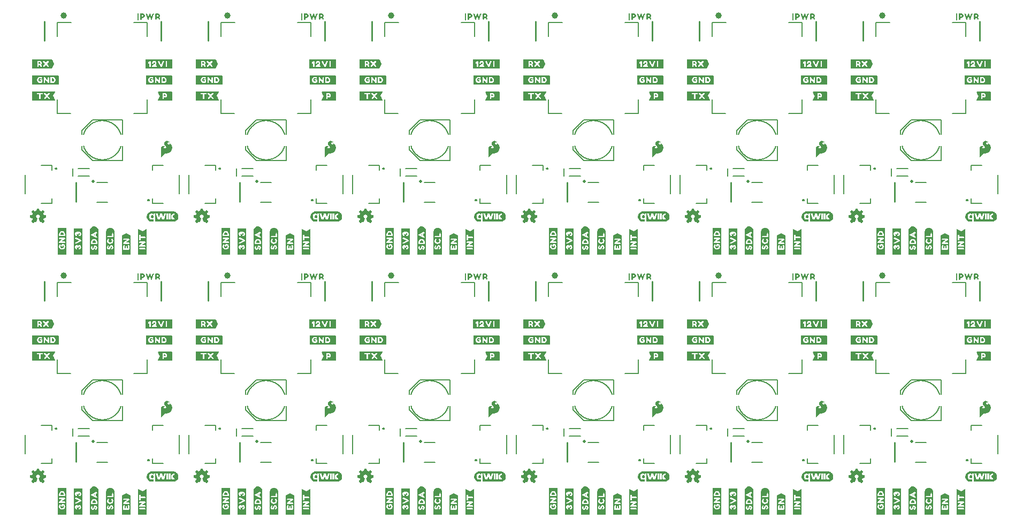
<source format=gto>
G04 EAGLE Gerber RS-274X export*
G75*
%MOMM*%
%FSLAX34Y34*%
%LPD*%
%INSilkscreen Top*%
%IPPOS*%
%AMOC8*
5,1,8,0,0,1.08239X$1,22.5*%
G01*
%ADD10C,0.254000*%
%ADD11C,0.200000*%
%ADD12C,1.000000*%
%ADD13C,0.203200*%
%ADD14C,0.500000*%

G36*
X729872Y67873D02*
X729872Y67873D01*
X757369Y67873D01*
X757371Y67874D01*
X757373Y67873D01*
X757900Y67906D01*
X757901Y67906D01*
X757903Y67906D01*
X758955Y68012D01*
X758957Y68014D01*
X758961Y68013D01*
X759477Y68120D01*
X759479Y68122D01*
X759482Y68121D01*
X760493Y68435D01*
X760494Y68437D01*
X760498Y68437D01*
X760983Y68642D01*
X760985Y68644D01*
X760989Y68644D01*
X761918Y69149D01*
X761920Y69152D01*
X761924Y69152D01*
X762358Y69450D01*
X762359Y69453D01*
X762362Y69454D01*
X763178Y70127D01*
X763179Y70130D01*
X763183Y70132D01*
X763548Y70511D01*
X763549Y70513D01*
X763551Y70515D01*
X764224Y71330D01*
X764225Y71334D01*
X764229Y71337D01*
X764510Y71782D01*
X764510Y71784D01*
X764512Y71786D01*
X765017Y72715D01*
X765016Y72719D01*
X765020Y72723D01*
X765206Y73216D01*
X765205Y73218D01*
X765207Y73220D01*
X765521Y74230D01*
X765520Y74234D01*
X765523Y74238D01*
X765608Y74758D01*
X765607Y74759D01*
X765609Y74762D01*
X765715Y75814D01*
X765713Y75817D01*
X765715Y75821D01*
X765707Y76347D01*
X765705Y76349D01*
X765706Y76353D01*
X765600Y77405D01*
X765598Y77407D01*
X765599Y77411D01*
X765497Y77927D01*
X765495Y77929D01*
X765495Y77933D01*
X765182Y78943D01*
X765179Y78945D01*
X765180Y78949D01*
X764978Y79435D01*
X764976Y79437D01*
X764976Y79441D01*
X764471Y80370D01*
X764469Y80372D01*
X764468Y80376D01*
X764173Y80812D01*
X764171Y80813D01*
X764170Y80817D01*
X763497Y81632D01*
X763494Y81633D01*
X763492Y81637D01*
X763115Y82005D01*
X763113Y82006D01*
X763112Y82009D01*
X762296Y82682D01*
X762292Y82682D01*
X762290Y82686D01*
X761846Y82970D01*
X761844Y82970D01*
X761843Y82973D01*
X760913Y83477D01*
X760909Y83477D01*
X760906Y83481D01*
X760414Y83670D01*
X760412Y83670D01*
X760410Y83671D01*
X759400Y83985D01*
X759397Y83984D01*
X759392Y83987D01*
X758874Y84077D01*
X758872Y84076D01*
X758869Y84077D01*
X757817Y84183D01*
X757576Y84208D01*
X757573Y84206D01*
X757570Y84208D01*
X724254Y84208D01*
X723725Y84203D01*
X723723Y84201D01*
X723720Y84202D01*
X722141Y84043D01*
X722137Y84040D01*
X722129Y84041D01*
X720614Y83571D01*
X720610Y83566D01*
X720602Y83566D01*
X719209Y82809D01*
X719206Y82804D01*
X719199Y82802D01*
X717981Y81786D01*
X717979Y81781D01*
X717972Y81777D01*
X716974Y80546D01*
X716974Y80541D01*
X716968Y80536D01*
X716463Y79607D01*
X716464Y79606D01*
X716462Y79605D01*
X716227Y79133D01*
X716228Y79128D01*
X716223Y79123D01*
X715910Y78113D01*
X715910Y78112D01*
X715909Y78111D01*
X715770Y77603D01*
X715771Y77598D01*
X715768Y77592D01*
X715615Y76014D01*
X715618Y76009D01*
X715615Y76001D01*
X715775Y74423D01*
X715778Y74419D01*
X715777Y74411D01*
X716243Y72895D01*
X716247Y72891D01*
X716248Y72883D01*
X716999Y71487D01*
X717004Y71484D01*
X717006Y71477D01*
X717069Y71401D01*
X717276Y71150D01*
X717277Y71150D01*
X717484Y70899D01*
X717692Y70648D01*
X717900Y70397D01*
X718017Y70255D01*
X718023Y70253D01*
X718026Y70246D01*
X719256Y69245D01*
X719261Y69245D01*
X719266Y69239D01*
X720666Y68495D01*
X720671Y68496D01*
X720677Y68490D01*
X722195Y68033D01*
X722200Y68035D01*
X722207Y68031D01*
X723785Y67873D01*
X723788Y67874D01*
X723791Y67873D01*
X726288Y67873D01*
X726307Y67885D01*
X726330Y67889D01*
X726336Y67904D01*
X726345Y67909D01*
X726343Y67920D01*
X726350Y67936D01*
X726349Y68085D01*
X726349Y72468D01*
X726342Y72479D01*
X726344Y72492D01*
X726325Y72505D01*
X726312Y72525D01*
X726299Y72523D01*
X726288Y72531D01*
X726254Y72517D01*
X726245Y72515D01*
X726243Y72512D01*
X726240Y72511D01*
X726018Y72272D01*
X725637Y71918D01*
X725204Y71634D01*
X724732Y71421D01*
X724230Y71295D01*
X723714Y71238D01*
X723193Y71259D01*
X722674Y71308D01*
X722172Y71445D01*
X721681Y71615D01*
X721228Y71869D01*
X720811Y72177D01*
X720424Y72523D01*
X720116Y72942D01*
X719839Y73382D01*
X719624Y73857D01*
X719464Y74352D01*
X719339Y74859D01*
X719240Y75901D01*
X719305Y76945D01*
X719420Y77454D01*
X719553Y77959D01*
X719769Y78432D01*
X720023Y78887D01*
X720329Y79307D01*
X720701Y79668D01*
X721104Y79993D01*
X721558Y80246D01*
X722042Y80434D01*
X722539Y80585D01*
X723580Y80665D01*
X724097Y80616D01*
X724603Y80501D01*
X725085Y80311D01*
X725527Y80042D01*
X725928Y79709D01*
X726243Y79414D01*
X726254Y79412D01*
X726260Y79403D01*
X726285Y79407D01*
X726310Y79402D01*
X726316Y79411D01*
X726327Y79413D01*
X726346Y79454D01*
X726349Y79458D01*
X726348Y79459D01*
X726349Y79460D01*
X726349Y80515D01*
X726353Y80568D01*
X729298Y80568D01*
X729298Y67928D01*
X729310Y67909D01*
X729314Y67886D01*
X729329Y67880D01*
X729334Y67871D01*
X729345Y67873D01*
X729361Y67866D01*
X729872Y67873D01*
G37*
G36*
X1507112Y479353D02*
X1507112Y479353D01*
X1534609Y479353D01*
X1534611Y479354D01*
X1534613Y479353D01*
X1535140Y479386D01*
X1535141Y479386D01*
X1535143Y479386D01*
X1536195Y479492D01*
X1536197Y479494D01*
X1536201Y479493D01*
X1536717Y479600D01*
X1536719Y479602D01*
X1536722Y479601D01*
X1537733Y479915D01*
X1537734Y479917D01*
X1537738Y479917D01*
X1538223Y480122D01*
X1538225Y480124D01*
X1538229Y480124D01*
X1539158Y480629D01*
X1539160Y480632D01*
X1539164Y480632D01*
X1539598Y480930D01*
X1539599Y480933D01*
X1539602Y480934D01*
X1540418Y481607D01*
X1540419Y481610D01*
X1540423Y481612D01*
X1540788Y481991D01*
X1540789Y481993D01*
X1540791Y481995D01*
X1541464Y482810D01*
X1541465Y482814D01*
X1541469Y482817D01*
X1541750Y483262D01*
X1541750Y483264D01*
X1541752Y483266D01*
X1542257Y484195D01*
X1542256Y484199D01*
X1542260Y484203D01*
X1542446Y484696D01*
X1542445Y484698D01*
X1542447Y484700D01*
X1542761Y485710D01*
X1542760Y485714D01*
X1542763Y485718D01*
X1542848Y486238D01*
X1542847Y486239D01*
X1542849Y486242D01*
X1542955Y487294D01*
X1542953Y487297D01*
X1542955Y487301D01*
X1542947Y487827D01*
X1542945Y487829D01*
X1542946Y487833D01*
X1542840Y488885D01*
X1542838Y488887D01*
X1542839Y488891D01*
X1542737Y489407D01*
X1542735Y489409D01*
X1542735Y489413D01*
X1542422Y490423D01*
X1542419Y490425D01*
X1542420Y490429D01*
X1542218Y490915D01*
X1542216Y490917D01*
X1542216Y490921D01*
X1541711Y491850D01*
X1541709Y491852D01*
X1541708Y491856D01*
X1541413Y492292D01*
X1541411Y492293D01*
X1541410Y492297D01*
X1540737Y493112D01*
X1540734Y493113D01*
X1540732Y493117D01*
X1540355Y493485D01*
X1540353Y493486D01*
X1540352Y493489D01*
X1539536Y494162D01*
X1539532Y494162D01*
X1539530Y494166D01*
X1539086Y494450D01*
X1539084Y494450D01*
X1539083Y494453D01*
X1538153Y494957D01*
X1538149Y494957D01*
X1538146Y494961D01*
X1537654Y495150D01*
X1537652Y495150D01*
X1537650Y495151D01*
X1536640Y495465D01*
X1536637Y495464D01*
X1536632Y495467D01*
X1536114Y495557D01*
X1536112Y495556D01*
X1536109Y495557D01*
X1535057Y495663D01*
X1534816Y495688D01*
X1534813Y495686D01*
X1534810Y495688D01*
X1501494Y495688D01*
X1500965Y495683D01*
X1500963Y495681D01*
X1500960Y495682D01*
X1499381Y495523D01*
X1499377Y495520D01*
X1499369Y495521D01*
X1497854Y495051D01*
X1497850Y495046D01*
X1497842Y495046D01*
X1496449Y494289D01*
X1496446Y494284D01*
X1496439Y494282D01*
X1495221Y493266D01*
X1495219Y493261D01*
X1495212Y493257D01*
X1494214Y492026D01*
X1494214Y492021D01*
X1494208Y492016D01*
X1493703Y491087D01*
X1493704Y491086D01*
X1493702Y491085D01*
X1493467Y490613D01*
X1493468Y490608D01*
X1493463Y490603D01*
X1493150Y489593D01*
X1493150Y489592D01*
X1493149Y489591D01*
X1493010Y489083D01*
X1493011Y489078D01*
X1493008Y489072D01*
X1492855Y487494D01*
X1492858Y487489D01*
X1492855Y487481D01*
X1493015Y485903D01*
X1493018Y485899D01*
X1493017Y485891D01*
X1493483Y484375D01*
X1493487Y484371D01*
X1493488Y484363D01*
X1494239Y482967D01*
X1494244Y482964D01*
X1494246Y482957D01*
X1494309Y482881D01*
X1494516Y482630D01*
X1494517Y482630D01*
X1494724Y482379D01*
X1494932Y482128D01*
X1495140Y481877D01*
X1495257Y481735D01*
X1495263Y481733D01*
X1495266Y481726D01*
X1496496Y480725D01*
X1496501Y480725D01*
X1496506Y480719D01*
X1497906Y479975D01*
X1497911Y479976D01*
X1497917Y479970D01*
X1499435Y479513D01*
X1499440Y479515D01*
X1499447Y479511D01*
X1501025Y479353D01*
X1501028Y479354D01*
X1501031Y479353D01*
X1503528Y479353D01*
X1503547Y479365D01*
X1503570Y479369D01*
X1503576Y479384D01*
X1503585Y479389D01*
X1503583Y479400D01*
X1503590Y479416D01*
X1503589Y479565D01*
X1503589Y483948D01*
X1503582Y483959D01*
X1503584Y483972D01*
X1503565Y483985D01*
X1503552Y484005D01*
X1503539Y484003D01*
X1503528Y484011D01*
X1503494Y483997D01*
X1503485Y483995D01*
X1503483Y483992D01*
X1503480Y483991D01*
X1503258Y483752D01*
X1502877Y483398D01*
X1502444Y483114D01*
X1501972Y482901D01*
X1501470Y482775D01*
X1500954Y482718D01*
X1500433Y482739D01*
X1499914Y482788D01*
X1499412Y482925D01*
X1498921Y483095D01*
X1498468Y483349D01*
X1498051Y483657D01*
X1497664Y484003D01*
X1497356Y484422D01*
X1497079Y484862D01*
X1496864Y485337D01*
X1496704Y485832D01*
X1496579Y486339D01*
X1496480Y487381D01*
X1496545Y488425D01*
X1496660Y488934D01*
X1496793Y489439D01*
X1497009Y489912D01*
X1497263Y490367D01*
X1497569Y490787D01*
X1497941Y491148D01*
X1498344Y491473D01*
X1498798Y491726D01*
X1499282Y491914D01*
X1499779Y492065D01*
X1500820Y492145D01*
X1501337Y492096D01*
X1501843Y491981D01*
X1502325Y491791D01*
X1502767Y491522D01*
X1503168Y491189D01*
X1503483Y490894D01*
X1503494Y490892D01*
X1503500Y490883D01*
X1503525Y490887D01*
X1503550Y490882D01*
X1503556Y490891D01*
X1503567Y490893D01*
X1503586Y490934D01*
X1503589Y490938D01*
X1503588Y490939D01*
X1503589Y490940D01*
X1503589Y491995D01*
X1503593Y492048D01*
X1506538Y492048D01*
X1506538Y479408D01*
X1506550Y479389D01*
X1506554Y479366D01*
X1506569Y479360D01*
X1506574Y479351D01*
X1506585Y479353D01*
X1506601Y479346D01*
X1507112Y479353D01*
G37*
G36*
X988952Y479353D02*
X988952Y479353D01*
X1016449Y479353D01*
X1016451Y479354D01*
X1016453Y479353D01*
X1016980Y479386D01*
X1016981Y479386D01*
X1016983Y479386D01*
X1018035Y479492D01*
X1018037Y479494D01*
X1018041Y479493D01*
X1018557Y479600D01*
X1018559Y479602D01*
X1018562Y479601D01*
X1019573Y479915D01*
X1019574Y479917D01*
X1019578Y479917D01*
X1020063Y480122D01*
X1020065Y480124D01*
X1020069Y480124D01*
X1020998Y480629D01*
X1021000Y480632D01*
X1021004Y480632D01*
X1021438Y480930D01*
X1021439Y480933D01*
X1021442Y480934D01*
X1022258Y481607D01*
X1022259Y481610D01*
X1022263Y481612D01*
X1022628Y481991D01*
X1022629Y481993D01*
X1022631Y481995D01*
X1023304Y482810D01*
X1023305Y482814D01*
X1023309Y482817D01*
X1023590Y483262D01*
X1023590Y483264D01*
X1023592Y483266D01*
X1024097Y484195D01*
X1024096Y484199D01*
X1024100Y484203D01*
X1024286Y484696D01*
X1024285Y484698D01*
X1024287Y484700D01*
X1024601Y485710D01*
X1024600Y485714D01*
X1024603Y485718D01*
X1024688Y486238D01*
X1024687Y486239D01*
X1024689Y486242D01*
X1024795Y487294D01*
X1024793Y487297D01*
X1024795Y487301D01*
X1024787Y487827D01*
X1024785Y487829D01*
X1024786Y487833D01*
X1024680Y488885D01*
X1024678Y488887D01*
X1024679Y488891D01*
X1024577Y489407D01*
X1024575Y489409D01*
X1024575Y489413D01*
X1024262Y490423D01*
X1024259Y490425D01*
X1024260Y490429D01*
X1024058Y490915D01*
X1024056Y490917D01*
X1024056Y490921D01*
X1023551Y491850D01*
X1023549Y491852D01*
X1023548Y491856D01*
X1023253Y492292D01*
X1023251Y492293D01*
X1023250Y492297D01*
X1022577Y493112D01*
X1022574Y493113D01*
X1022572Y493117D01*
X1022195Y493485D01*
X1022193Y493486D01*
X1022192Y493489D01*
X1021376Y494162D01*
X1021372Y494162D01*
X1021370Y494166D01*
X1020926Y494450D01*
X1020924Y494450D01*
X1020923Y494453D01*
X1019993Y494957D01*
X1019989Y494957D01*
X1019986Y494961D01*
X1019494Y495150D01*
X1019492Y495150D01*
X1019490Y495151D01*
X1018480Y495465D01*
X1018477Y495464D01*
X1018472Y495467D01*
X1017954Y495557D01*
X1017952Y495556D01*
X1017949Y495557D01*
X1016897Y495663D01*
X1016656Y495688D01*
X1016653Y495686D01*
X1016650Y495688D01*
X983334Y495688D01*
X982805Y495683D01*
X982803Y495681D01*
X982800Y495682D01*
X981221Y495523D01*
X981217Y495520D01*
X981209Y495521D01*
X979694Y495051D01*
X979690Y495046D01*
X979682Y495046D01*
X978289Y494289D01*
X978286Y494284D01*
X978279Y494282D01*
X977061Y493266D01*
X977059Y493261D01*
X977052Y493257D01*
X976054Y492026D01*
X976054Y492021D01*
X976048Y492016D01*
X975543Y491087D01*
X975544Y491086D01*
X975542Y491085D01*
X975307Y490613D01*
X975308Y490608D01*
X975303Y490603D01*
X974990Y489593D01*
X974990Y489592D01*
X974989Y489591D01*
X974850Y489083D01*
X974851Y489078D01*
X974848Y489072D01*
X974695Y487494D01*
X974698Y487489D01*
X974695Y487481D01*
X974855Y485903D01*
X974858Y485899D01*
X974857Y485891D01*
X975323Y484375D01*
X975327Y484371D01*
X975328Y484363D01*
X976079Y482967D01*
X976084Y482964D01*
X976086Y482957D01*
X976149Y482881D01*
X976356Y482630D01*
X976357Y482630D01*
X976564Y482379D01*
X976772Y482128D01*
X976980Y481877D01*
X977097Y481735D01*
X977103Y481733D01*
X977106Y481726D01*
X978336Y480725D01*
X978341Y480725D01*
X978346Y480719D01*
X979746Y479975D01*
X979751Y479976D01*
X979757Y479970D01*
X981275Y479513D01*
X981280Y479515D01*
X981287Y479511D01*
X982865Y479353D01*
X982868Y479354D01*
X982871Y479353D01*
X985368Y479353D01*
X985387Y479365D01*
X985410Y479369D01*
X985416Y479384D01*
X985425Y479389D01*
X985423Y479400D01*
X985430Y479416D01*
X985429Y479565D01*
X985429Y483948D01*
X985422Y483959D01*
X985424Y483972D01*
X985405Y483985D01*
X985392Y484005D01*
X985379Y484003D01*
X985368Y484011D01*
X985334Y483997D01*
X985325Y483995D01*
X985323Y483992D01*
X985320Y483991D01*
X985098Y483752D01*
X984717Y483398D01*
X984284Y483114D01*
X983812Y482901D01*
X983310Y482775D01*
X982794Y482718D01*
X982273Y482739D01*
X981754Y482788D01*
X981252Y482925D01*
X980761Y483095D01*
X980308Y483349D01*
X979891Y483657D01*
X979504Y484003D01*
X979196Y484422D01*
X978919Y484862D01*
X978704Y485337D01*
X978544Y485832D01*
X978419Y486339D01*
X978320Y487381D01*
X978385Y488425D01*
X978500Y488934D01*
X978633Y489439D01*
X978849Y489912D01*
X979103Y490367D01*
X979409Y490787D01*
X979781Y491148D01*
X980184Y491473D01*
X980638Y491726D01*
X981122Y491914D01*
X981619Y492065D01*
X982660Y492145D01*
X983177Y492096D01*
X983683Y491981D01*
X984165Y491791D01*
X984607Y491522D01*
X985008Y491189D01*
X985323Y490894D01*
X985334Y490892D01*
X985340Y490883D01*
X985365Y490887D01*
X985390Y490882D01*
X985396Y490891D01*
X985407Y490893D01*
X985426Y490934D01*
X985429Y490938D01*
X985428Y490939D01*
X985429Y490940D01*
X985429Y491995D01*
X985433Y492048D01*
X988378Y492048D01*
X988378Y479408D01*
X988390Y479389D01*
X988394Y479366D01*
X988409Y479360D01*
X988414Y479351D01*
X988425Y479353D01*
X988441Y479346D01*
X988952Y479353D01*
G37*
G36*
X1248032Y479353D02*
X1248032Y479353D01*
X1275529Y479353D01*
X1275531Y479354D01*
X1275533Y479353D01*
X1276060Y479386D01*
X1276061Y479386D01*
X1276063Y479386D01*
X1277115Y479492D01*
X1277117Y479494D01*
X1277121Y479493D01*
X1277637Y479600D01*
X1277639Y479602D01*
X1277642Y479601D01*
X1278653Y479915D01*
X1278654Y479917D01*
X1278658Y479917D01*
X1279143Y480122D01*
X1279145Y480124D01*
X1279149Y480124D01*
X1280078Y480629D01*
X1280080Y480632D01*
X1280084Y480632D01*
X1280518Y480930D01*
X1280519Y480933D01*
X1280522Y480934D01*
X1281338Y481607D01*
X1281339Y481610D01*
X1281343Y481612D01*
X1281708Y481991D01*
X1281709Y481993D01*
X1281711Y481995D01*
X1282384Y482810D01*
X1282385Y482814D01*
X1282389Y482817D01*
X1282670Y483262D01*
X1282670Y483264D01*
X1282672Y483266D01*
X1283177Y484195D01*
X1283176Y484199D01*
X1283180Y484203D01*
X1283366Y484696D01*
X1283365Y484698D01*
X1283367Y484700D01*
X1283681Y485710D01*
X1283680Y485714D01*
X1283683Y485718D01*
X1283768Y486238D01*
X1283767Y486239D01*
X1283769Y486242D01*
X1283875Y487294D01*
X1283873Y487297D01*
X1283875Y487301D01*
X1283867Y487827D01*
X1283865Y487829D01*
X1283866Y487833D01*
X1283760Y488885D01*
X1283758Y488887D01*
X1283759Y488891D01*
X1283657Y489407D01*
X1283655Y489409D01*
X1283655Y489413D01*
X1283342Y490423D01*
X1283339Y490425D01*
X1283340Y490429D01*
X1283138Y490915D01*
X1283136Y490917D01*
X1283136Y490921D01*
X1282631Y491850D01*
X1282629Y491852D01*
X1282628Y491856D01*
X1282333Y492292D01*
X1282331Y492293D01*
X1282330Y492297D01*
X1281657Y493112D01*
X1281654Y493113D01*
X1281652Y493117D01*
X1281275Y493485D01*
X1281273Y493486D01*
X1281272Y493489D01*
X1280456Y494162D01*
X1280452Y494162D01*
X1280450Y494166D01*
X1280006Y494450D01*
X1280004Y494450D01*
X1280003Y494453D01*
X1279073Y494957D01*
X1279069Y494957D01*
X1279066Y494961D01*
X1278574Y495150D01*
X1278572Y495150D01*
X1278570Y495151D01*
X1277560Y495465D01*
X1277557Y495464D01*
X1277552Y495467D01*
X1277034Y495557D01*
X1277032Y495556D01*
X1277029Y495557D01*
X1275977Y495663D01*
X1275736Y495688D01*
X1275733Y495686D01*
X1275730Y495688D01*
X1242414Y495688D01*
X1241885Y495683D01*
X1241883Y495681D01*
X1241880Y495682D01*
X1240301Y495523D01*
X1240297Y495520D01*
X1240289Y495521D01*
X1238774Y495051D01*
X1238770Y495046D01*
X1238762Y495046D01*
X1237369Y494289D01*
X1237366Y494284D01*
X1237359Y494282D01*
X1236141Y493266D01*
X1236139Y493261D01*
X1236132Y493257D01*
X1235134Y492026D01*
X1235134Y492021D01*
X1235128Y492016D01*
X1234623Y491087D01*
X1234624Y491086D01*
X1234622Y491085D01*
X1234387Y490613D01*
X1234388Y490608D01*
X1234383Y490603D01*
X1234070Y489593D01*
X1234070Y489592D01*
X1234069Y489591D01*
X1233930Y489083D01*
X1233931Y489078D01*
X1233928Y489072D01*
X1233775Y487494D01*
X1233778Y487489D01*
X1233775Y487481D01*
X1233935Y485903D01*
X1233938Y485899D01*
X1233937Y485891D01*
X1234403Y484375D01*
X1234407Y484371D01*
X1234408Y484363D01*
X1235159Y482967D01*
X1235164Y482964D01*
X1235166Y482957D01*
X1235229Y482881D01*
X1235436Y482630D01*
X1235437Y482630D01*
X1235644Y482379D01*
X1235852Y482128D01*
X1236060Y481877D01*
X1236177Y481735D01*
X1236183Y481733D01*
X1236186Y481726D01*
X1237416Y480725D01*
X1237421Y480725D01*
X1237426Y480719D01*
X1238826Y479975D01*
X1238831Y479976D01*
X1238837Y479970D01*
X1240355Y479513D01*
X1240360Y479515D01*
X1240367Y479511D01*
X1241945Y479353D01*
X1241948Y479354D01*
X1241951Y479353D01*
X1244448Y479353D01*
X1244467Y479365D01*
X1244490Y479369D01*
X1244496Y479384D01*
X1244505Y479389D01*
X1244503Y479400D01*
X1244510Y479416D01*
X1244509Y479565D01*
X1244509Y483948D01*
X1244502Y483959D01*
X1244504Y483972D01*
X1244485Y483985D01*
X1244472Y484005D01*
X1244459Y484003D01*
X1244448Y484011D01*
X1244414Y483997D01*
X1244405Y483995D01*
X1244403Y483992D01*
X1244400Y483991D01*
X1244178Y483752D01*
X1243797Y483398D01*
X1243364Y483114D01*
X1242892Y482901D01*
X1242390Y482775D01*
X1241874Y482718D01*
X1241353Y482739D01*
X1240834Y482788D01*
X1240332Y482925D01*
X1239841Y483095D01*
X1239388Y483349D01*
X1238971Y483657D01*
X1238584Y484003D01*
X1238276Y484422D01*
X1237999Y484862D01*
X1237784Y485337D01*
X1237624Y485832D01*
X1237499Y486339D01*
X1237400Y487381D01*
X1237465Y488425D01*
X1237580Y488934D01*
X1237713Y489439D01*
X1237929Y489912D01*
X1238183Y490367D01*
X1238489Y490787D01*
X1238861Y491148D01*
X1239264Y491473D01*
X1239718Y491726D01*
X1240202Y491914D01*
X1240699Y492065D01*
X1241740Y492145D01*
X1242257Y492096D01*
X1242763Y491981D01*
X1243245Y491791D01*
X1243687Y491522D01*
X1244088Y491189D01*
X1244403Y490894D01*
X1244414Y490892D01*
X1244420Y490883D01*
X1244445Y490887D01*
X1244470Y490882D01*
X1244476Y490891D01*
X1244487Y490893D01*
X1244506Y490934D01*
X1244509Y490938D01*
X1244508Y490939D01*
X1244509Y490940D01*
X1244509Y491995D01*
X1244513Y492048D01*
X1247458Y492048D01*
X1247458Y479408D01*
X1247470Y479389D01*
X1247474Y479366D01*
X1247489Y479360D01*
X1247494Y479351D01*
X1247505Y479353D01*
X1247521Y479346D01*
X1248032Y479353D01*
G37*
G36*
X1248032Y67873D02*
X1248032Y67873D01*
X1275529Y67873D01*
X1275531Y67874D01*
X1275533Y67873D01*
X1276060Y67906D01*
X1276061Y67906D01*
X1276063Y67906D01*
X1277115Y68012D01*
X1277117Y68014D01*
X1277121Y68013D01*
X1277637Y68120D01*
X1277639Y68122D01*
X1277642Y68121D01*
X1278653Y68435D01*
X1278654Y68437D01*
X1278658Y68437D01*
X1279143Y68642D01*
X1279145Y68644D01*
X1279149Y68644D01*
X1280078Y69149D01*
X1280080Y69152D01*
X1280084Y69152D01*
X1280518Y69450D01*
X1280519Y69453D01*
X1280522Y69454D01*
X1281338Y70127D01*
X1281339Y70130D01*
X1281343Y70132D01*
X1281708Y70511D01*
X1281709Y70513D01*
X1281711Y70515D01*
X1282384Y71330D01*
X1282385Y71334D01*
X1282389Y71337D01*
X1282670Y71782D01*
X1282670Y71784D01*
X1282672Y71786D01*
X1283177Y72715D01*
X1283176Y72719D01*
X1283180Y72723D01*
X1283366Y73216D01*
X1283365Y73218D01*
X1283367Y73220D01*
X1283681Y74230D01*
X1283680Y74234D01*
X1283683Y74238D01*
X1283768Y74758D01*
X1283767Y74759D01*
X1283769Y74762D01*
X1283875Y75814D01*
X1283873Y75817D01*
X1283875Y75821D01*
X1283867Y76347D01*
X1283865Y76349D01*
X1283866Y76353D01*
X1283760Y77405D01*
X1283758Y77407D01*
X1283759Y77411D01*
X1283657Y77927D01*
X1283655Y77929D01*
X1283655Y77933D01*
X1283342Y78943D01*
X1283339Y78945D01*
X1283340Y78949D01*
X1283138Y79435D01*
X1283136Y79437D01*
X1283136Y79441D01*
X1282631Y80370D01*
X1282629Y80372D01*
X1282628Y80376D01*
X1282333Y80812D01*
X1282331Y80813D01*
X1282330Y80817D01*
X1281657Y81632D01*
X1281654Y81633D01*
X1281652Y81637D01*
X1281275Y82005D01*
X1281273Y82006D01*
X1281272Y82009D01*
X1280456Y82682D01*
X1280452Y82682D01*
X1280450Y82686D01*
X1280006Y82970D01*
X1280004Y82970D01*
X1280003Y82973D01*
X1279073Y83477D01*
X1279069Y83477D01*
X1279066Y83481D01*
X1278574Y83670D01*
X1278572Y83670D01*
X1278570Y83671D01*
X1277560Y83985D01*
X1277557Y83984D01*
X1277552Y83987D01*
X1277034Y84077D01*
X1277032Y84076D01*
X1277029Y84077D01*
X1275977Y84183D01*
X1275736Y84208D01*
X1275733Y84206D01*
X1275730Y84208D01*
X1242414Y84208D01*
X1241885Y84203D01*
X1241883Y84201D01*
X1241880Y84202D01*
X1240301Y84043D01*
X1240297Y84040D01*
X1240289Y84041D01*
X1238774Y83571D01*
X1238770Y83566D01*
X1238762Y83566D01*
X1237369Y82809D01*
X1237366Y82804D01*
X1237359Y82802D01*
X1236141Y81786D01*
X1236139Y81781D01*
X1236132Y81777D01*
X1235134Y80546D01*
X1235134Y80541D01*
X1235128Y80536D01*
X1234623Y79607D01*
X1234624Y79606D01*
X1234622Y79605D01*
X1234387Y79133D01*
X1234388Y79128D01*
X1234383Y79123D01*
X1234070Y78113D01*
X1234070Y78112D01*
X1234069Y78111D01*
X1233930Y77603D01*
X1233931Y77598D01*
X1233928Y77592D01*
X1233775Y76014D01*
X1233778Y76009D01*
X1233775Y76001D01*
X1233935Y74423D01*
X1233938Y74419D01*
X1233937Y74411D01*
X1234403Y72895D01*
X1234407Y72891D01*
X1234408Y72883D01*
X1235159Y71487D01*
X1235164Y71484D01*
X1235166Y71477D01*
X1235229Y71401D01*
X1235436Y71150D01*
X1235437Y71150D01*
X1235644Y70899D01*
X1235852Y70648D01*
X1236060Y70397D01*
X1236177Y70255D01*
X1236183Y70253D01*
X1236186Y70246D01*
X1237416Y69245D01*
X1237421Y69245D01*
X1237426Y69239D01*
X1238826Y68495D01*
X1238831Y68496D01*
X1238837Y68490D01*
X1240355Y68033D01*
X1240360Y68035D01*
X1240367Y68031D01*
X1241945Y67873D01*
X1241948Y67874D01*
X1241951Y67873D01*
X1244448Y67873D01*
X1244467Y67885D01*
X1244490Y67889D01*
X1244496Y67904D01*
X1244505Y67909D01*
X1244503Y67920D01*
X1244510Y67936D01*
X1244509Y68085D01*
X1244509Y72468D01*
X1244502Y72479D01*
X1244504Y72492D01*
X1244485Y72505D01*
X1244472Y72525D01*
X1244459Y72523D01*
X1244448Y72531D01*
X1244414Y72517D01*
X1244405Y72515D01*
X1244403Y72512D01*
X1244400Y72511D01*
X1244178Y72272D01*
X1243797Y71918D01*
X1243364Y71634D01*
X1242892Y71421D01*
X1242390Y71295D01*
X1241874Y71238D01*
X1241353Y71259D01*
X1240834Y71308D01*
X1240332Y71445D01*
X1239841Y71615D01*
X1239388Y71869D01*
X1238971Y72177D01*
X1238584Y72523D01*
X1238276Y72942D01*
X1237999Y73382D01*
X1237784Y73857D01*
X1237624Y74352D01*
X1237499Y74859D01*
X1237400Y75901D01*
X1237465Y76945D01*
X1237580Y77454D01*
X1237713Y77959D01*
X1237929Y78432D01*
X1238183Y78887D01*
X1238489Y79307D01*
X1238861Y79668D01*
X1239264Y79993D01*
X1239718Y80246D01*
X1240202Y80434D01*
X1240699Y80585D01*
X1241740Y80665D01*
X1242257Y80616D01*
X1242763Y80501D01*
X1243245Y80311D01*
X1243687Y80042D01*
X1244088Y79709D01*
X1244403Y79414D01*
X1244414Y79412D01*
X1244420Y79403D01*
X1244445Y79407D01*
X1244470Y79402D01*
X1244476Y79411D01*
X1244487Y79413D01*
X1244506Y79454D01*
X1244509Y79458D01*
X1244508Y79459D01*
X1244509Y79460D01*
X1244509Y80515D01*
X1244513Y80568D01*
X1247458Y80568D01*
X1247458Y67928D01*
X1247470Y67909D01*
X1247474Y67886D01*
X1247489Y67880D01*
X1247494Y67871D01*
X1247505Y67873D01*
X1247521Y67866D01*
X1248032Y67873D01*
G37*
G36*
X211712Y67873D02*
X211712Y67873D01*
X239209Y67873D01*
X239211Y67874D01*
X239213Y67873D01*
X239740Y67906D01*
X239741Y67906D01*
X239743Y67906D01*
X240795Y68012D01*
X240797Y68014D01*
X240801Y68013D01*
X241317Y68120D01*
X241319Y68122D01*
X241322Y68121D01*
X242333Y68435D01*
X242334Y68437D01*
X242338Y68437D01*
X242823Y68642D01*
X242825Y68644D01*
X242829Y68644D01*
X243758Y69149D01*
X243760Y69152D01*
X243764Y69152D01*
X244198Y69450D01*
X244199Y69453D01*
X244202Y69454D01*
X245018Y70127D01*
X245019Y70130D01*
X245023Y70132D01*
X245388Y70511D01*
X245389Y70513D01*
X245391Y70515D01*
X246064Y71330D01*
X246065Y71334D01*
X246069Y71337D01*
X246350Y71782D01*
X246350Y71784D01*
X246352Y71786D01*
X246857Y72715D01*
X246856Y72719D01*
X246860Y72723D01*
X247046Y73216D01*
X247045Y73218D01*
X247047Y73220D01*
X247361Y74230D01*
X247360Y74234D01*
X247363Y74238D01*
X247448Y74758D01*
X247447Y74759D01*
X247449Y74762D01*
X247555Y75814D01*
X247553Y75817D01*
X247555Y75821D01*
X247547Y76347D01*
X247545Y76349D01*
X247546Y76353D01*
X247440Y77405D01*
X247438Y77407D01*
X247439Y77411D01*
X247337Y77927D01*
X247335Y77929D01*
X247335Y77933D01*
X247022Y78943D01*
X247019Y78945D01*
X247020Y78949D01*
X246818Y79435D01*
X246816Y79437D01*
X246816Y79441D01*
X246311Y80370D01*
X246309Y80372D01*
X246308Y80376D01*
X246013Y80812D01*
X246011Y80813D01*
X246010Y80817D01*
X245337Y81632D01*
X245334Y81633D01*
X245332Y81637D01*
X244955Y82005D01*
X244953Y82006D01*
X244952Y82009D01*
X244136Y82682D01*
X244132Y82682D01*
X244130Y82686D01*
X243686Y82970D01*
X243684Y82970D01*
X243683Y82973D01*
X242753Y83477D01*
X242749Y83477D01*
X242746Y83481D01*
X242254Y83670D01*
X242252Y83670D01*
X242250Y83671D01*
X241240Y83985D01*
X241237Y83984D01*
X241232Y83987D01*
X240714Y84077D01*
X240712Y84076D01*
X240709Y84077D01*
X239657Y84183D01*
X239416Y84208D01*
X239413Y84206D01*
X239410Y84208D01*
X206094Y84208D01*
X205565Y84203D01*
X205563Y84201D01*
X205560Y84202D01*
X203981Y84043D01*
X203977Y84040D01*
X203969Y84041D01*
X202454Y83571D01*
X202450Y83566D01*
X202442Y83566D01*
X201049Y82809D01*
X201046Y82804D01*
X201039Y82802D01*
X199821Y81786D01*
X199819Y81781D01*
X199812Y81777D01*
X198814Y80546D01*
X198814Y80541D01*
X198808Y80536D01*
X198303Y79607D01*
X198304Y79606D01*
X198302Y79605D01*
X198067Y79133D01*
X198068Y79128D01*
X198063Y79123D01*
X197750Y78113D01*
X197750Y78112D01*
X197749Y78111D01*
X197610Y77603D01*
X197611Y77598D01*
X197608Y77592D01*
X197455Y76014D01*
X197458Y76009D01*
X197455Y76001D01*
X197615Y74423D01*
X197618Y74419D01*
X197617Y74411D01*
X198083Y72895D01*
X198087Y72891D01*
X198088Y72883D01*
X198839Y71487D01*
X198844Y71484D01*
X198846Y71477D01*
X198909Y71401D01*
X199116Y71150D01*
X199117Y71150D01*
X199324Y70899D01*
X199532Y70648D01*
X199740Y70397D01*
X199857Y70255D01*
X199863Y70253D01*
X199866Y70246D01*
X201096Y69245D01*
X201101Y69245D01*
X201106Y69239D01*
X202506Y68495D01*
X202511Y68496D01*
X202517Y68490D01*
X204035Y68033D01*
X204040Y68035D01*
X204047Y68031D01*
X205625Y67873D01*
X205628Y67874D01*
X205631Y67873D01*
X208128Y67873D01*
X208147Y67885D01*
X208170Y67889D01*
X208176Y67904D01*
X208185Y67909D01*
X208183Y67920D01*
X208190Y67936D01*
X208189Y68085D01*
X208189Y72468D01*
X208182Y72479D01*
X208184Y72492D01*
X208165Y72505D01*
X208152Y72525D01*
X208139Y72523D01*
X208128Y72531D01*
X208094Y72517D01*
X208085Y72515D01*
X208083Y72512D01*
X208080Y72511D01*
X207858Y72272D01*
X207477Y71918D01*
X207044Y71634D01*
X206572Y71421D01*
X206070Y71295D01*
X205554Y71238D01*
X205033Y71259D01*
X204514Y71308D01*
X204012Y71445D01*
X203521Y71615D01*
X203068Y71869D01*
X202651Y72177D01*
X202264Y72523D01*
X201956Y72942D01*
X201679Y73382D01*
X201464Y73857D01*
X201304Y74352D01*
X201179Y74859D01*
X201080Y75901D01*
X201145Y76945D01*
X201260Y77454D01*
X201393Y77959D01*
X201609Y78432D01*
X201863Y78887D01*
X202169Y79307D01*
X202541Y79668D01*
X202944Y79993D01*
X203398Y80246D01*
X203882Y80434D01*
X204379Y80585D01*
X205420Y80665D01*
X205937Y80616D01*
X206443Y80501D01*
X206925Y80311D01*
X207367Y80042D01*
X207768Y79709D01*
X208083Y79414D01*
X208094Y79412D01*
X208100Y79403D01*
X208125Y79407D01*
X208150Y79402D01*
X208156Y79411D01*
X208167Y79413D01*
X208186Y79454D01*
X208189Y79458D01*
X208188Y79459D01*
X208189Y79460D01*
X208189Y80515D01*
X208193Y80568D01*
X211138Y80568D01*
X211138Y67928D01*
X211150Y67909D01*
X211154Y67886D01*
X211169Y67880D01*
X211174Y67871D01*
X211185Y67873D01*
X211201Y67866D01*
X211712Y67873D01*
G37*
G36*
X470792Y479353D02*
X470792Y479353D01*
X498289Y479353D01*
X498291Y479354D01*
X498293Y479353D01*
X498820Y479386D01*
X498821Y479386D01*
X498823Y479386D01*
X499875Y479492D01*
X499877Y479494D01*
X499881Y479493D01*
X500397Y479600D01*
X500399Y479602D01*
X500402Y479601D01*
X501413Y479915D01*
X501414Y479917D01*
X501418Y479917D01*
X501903Y480122D01*
X501905Y480124D01*
X501909Y480124D01*
X502838Y480629D01*
X502840Y480632D01*
X502844Y480632D01*
X503278Y480930D01*
X503279Y480933D01*
X503282Y480934D01*
X504098Y481607D01*
X504099Y481610D01*
X504103Y481612D01*
X504468Y481991D01*
X504469Y481993D01*
X504471Y481995D01*
X505144Y482810D01*
X505145Y482814D01*
X505149Y482817D01*
X505430Y483262D01*
X505430Y483264D01*
X505432Y483266D01*
X505937Y484195D01*
X505936Y484199D01*
X505940Y484203D01*
X506126Y484696D01*
X506125Y484698D01*
X506127Y484700D01*
X506441Y485710D01*
X506440Y485714D01*
X506443Y485718D01*
X506528Y486238D01*
X506527Y486239D01*
X506529Y486242D01*
X506635Y487294D01*
X506633Y487297D01*
X506635Y487301D01*
X506627Y487827D01*
X506625Y487829D01*
X506626Y487833D01*
X506520Y488885D01*
X506518Y488887D01*
X506519Y488891D01*
X506417Y489407D01*
X506415Y489409D01*
X506415Y489413D01*
X506102Y490423D01*
X506099Y490425D01*
X506100Y490429D01*
X505898Y490915D01*
X505896Y490917D01*
X505896Y490921D01*
X505391Y491850D01*
X505389Y491852D01*
X505388Y491856D01*
X505093Y492292D01*
X505091Y492293D01*
X505090Y492297D01*
X504417Y493112D01*
X504414Y493113D01*
X504412Y493117D01*
X504035Y493485D01*
X504033Y493486D01*
X504032Y493489D01*
X503216Y494162D01*
X503212Y494162D01*
X503210Y494166D01*
X502766Y494450D01*
X502764Y494450D01*
X502763Y494453D01*
X501833Y494957D01*
X501829Y494957D01*
X501826Y494961D01*
X501334Y495150D01*
X501332Y495150D01*
X501330Y495151D01*
X500320Y495465D01*
X500317Y495464D01*
X500312Y495467D01*
X499794Y495557D01*
X499792Y495556D01*
X499789Y495557D01*
X498737Y495663D01*
X498496Y495688D01*
X498493Y495686D01*
X498490Y495688D01*
X465174Y495688D01*
X464645Y495683D01*
X464643Y495681D01*
X464640Y495682D01*
X463061Y495523D01*
X463057Y495520D01*
X463049Y495521D01*
X461534Y495051D01*
X461530Y495046D01*
X461522Y495046D01*
X460129Y494289D01*
X460126Y494284D01*
X460119Y494282D01*
X458901Y493266D01*
X458899Y493261D01*
X458892Y493257D01*
X457894Y492026D01*
X457894Y492021D01*
X457888Y492016D01*
X457383Y491087D01*
X457384Y491086D01*
X457382Y491085D01*
X457147Y490613D01*
X457148Y490608D01*
X457143Y490603D01*
X456830Y489593D01*
X456830Y489592D01*
X456829Y489591D01*
X456690Y489083D01*
X456691Y489078D01*
X456688Y489072D01*
X456535Y487494D01*
X456538Y487489D01*
X456535Y487481D01*
X456695Y485903D01*
X456698Y485899D01*
X456697Y485891D01*
X457163Y484375D01*
X457167Y484371D01*
X457168Y484363D01*
X457919Y482967D01*
X457924Y482964D01*
X457926Y482957D01*
X457989Y482881D01*
X458196Y482630D01*
X458197Y482630D01*
X458404Y482379D01*
X458612Y482128D01*
X458820Y481877D01*
X458937Y481735D01*
X458943Y481733D01*
X458946Y481726D01*
X460176Y480725D01*
X460181Y480725D01*
X460186Y480719D01*
X461586Y479975D01*
X461591Y479976D01*
X461597Y479970D01*
X463115Y479513D01*
X463120Y479515D01*
X463127Y479511D01*
X464705Y479353D01*
X464708Y479354D01*
X464711Y479353D01*
X467208Y479353D01*
X467227Y479365D01*
X467250Y479369D01*
X467256Y479384D01*
X467265Y479389D01*
X467263Y479400D01*
X467270Y479416D01*
X467269Y479565D01*
X467269Y483948D01*
X467262Y483959D01*
X467264Y483972D01*
X467245Y483985D01*
X467232Y484005D01*
X467219Y484003D01*
X467208Y484011D01*
X467174Y483997D01*
X467165Y483995D01*
X467163Y483992D01*
X467160Y483991D01*
X466938Y483752D01*
X466557Y483398D01*
X466124Y483114D01*
X465652Y482901D01*
X465150Y482775D01*
X464634Y482718D01*
X464113Y482739D01*
X463594Y482788D01*
X463092Y482925D01*
X462601Y483095D01*
X462148Y483349D01*
X461731Y483657D01*
X461344Y484003D01*
X461036Y484422D01*
X460759Y484862D01*
X460544Y485337D01*
X460384Y485832D01*
X460259Y486339D01*
X460160Y487381D01*
X460225Y488425D01*
X460340Y488934D01*
X460473Y489439D01*
X460689Y489912D01*
X460943Y490367D01*
X461249Y490787D01*
X461621Y491148D01*
X462024Y491473D01*
X462478Y491726D01*
X462962Y491914D01*
X463459Y492065D01*
X464500Y492145D01*
X465017Y492096D01*
X465523Y491981D01*
X466005Y491791D01*
X466447Y491522D01*
X466848Y491189D01*
X467163Y490894D01*
X467174Y490892D01*
X467180Y490883D01*
X467205Y490887D01*
X467230Y490882D01*
X467236Y490891D01*
X467247Y490893D01*
X467266Y490934D01*
X467269Y490938D01*
X467268Y490939D01*
X467269Y490940D01*
X467269Y491995D01*
X467273Y492048D01*
X470218Y492048D01*
X470218Y479408D01*
X470230Y479389D01*
X470234Y479366D01*
X470249Y479360D01*
X470254Y479351D01*
X470265Y479353D01*
X470281Y479346D01*
X470792Y479353D01*
G37*
G36*
X729872Y479353D02*
X729872Y479353D01*
X757369Y479353D01*
X757371Y479354D01*
X757373Y479353D01*
X757900Y479386D01*
X757901Y479386D01*
X757903Y479386D01*
X758955Y479492D01*
X758957Y479494D01*
X758961Y479493D01*
X759477Y479600D01*
X759479Y479602D01*
X759482Y479601D01*
X760493Y479915D01*
X760494Y479917D01*
X760498Y479917D01*
X760983Y480122D01*
X760985Y480124D01*
X760989Y480124D01*
X761918Y480629D01*
X761920Y480632D01*
X761924Y480632D01*
X762358Y480930D01*
X762359Y480933D01*
X762362Y480934D01*
X763178Y481607D01*
X763179Y481610D01*
X763183Y481612D01*
X763548Y481991D01*
X763549Y481993D01*
X763551Y481995D01*
X764224Y482810D01*
X764225Y482814D01*
X764229Y482817D01*
X764510Y483262D01*
X764510Y483264D01*
X764512Y483266D01*
X765017Y484195D01*
X765016Y484199D01*
X765020Y484203D01*
X765206Y484696D01*
X765205Y484698D01*
X765207Y484700D01*
X765521Y485710D01*
X765520Y485714D01*
X765523Y485718D01*
X765608Y486238D01*
X765607Y486239D01*
X765609Y486242D01*
X765715Y487294D01*
X765713Y487297D01*
X765715Y487301D01*
X765707Y487827D01*
X765705Y487829D01*
X765706Y487833D01*
X765600Y488885D01*
X765598Y488887D01*
X765599Y488891D01*
X765497Y489407D01*
X765495Y489409D01*
X765495Y489413D01*
X765182Y490423D01*
X765179Y490425D01*
X765180Y490429D01*
X764978Y490915D01*
X764976Y490917D01*
X764976Y490921D01*
X764471Y491850D01*
X764469Y491852D01*
X764468Y491856D01*
X764173Y492292D01*
X764171Y492293D01*
X764170Y492297D01*
X763497Y493112D01*
X763494Y493113D01*
X763492Y493117D01*
X763115Y493485D01*
X763113Y493486D01*
X763112Y493489D01*
X762296Y494162D01*
X762292Y494162D01*
X762290Y494166D01*
X761846Y494450D01*
X761844Y494450D01*
X761843Y494453D01*
X760913Y494957D01*
X760909Y494957D01*
X760906Y494961D01*
X760414Y495150D01*
X760412Y495150D01*
X760410Y495151D01*
X759400Y495465D01*
X759397Y495464D01*
X759392Y495467D01*
X758874Y495557D01*
X758872Y495556D01*
X758869Y495557D01*
X757817Y495663D01*
X757576Y495688D01*
X757573Y495686D01*
X757570Y495688D01*
X724254Y495688D01*
X723725Y495683D01*
X723723Y495681D01*
X723720Y495682D01*
X722141Y495523D01*
X722137Y495520D01*
X722129Y495521D01*
X720614Y495051D01*
X720610Y495046D01*
X720602Y495046D01*
X719209Y494289D01*
X719206Y494284D01*
X719199Y494282D01*
X717981Y493266D01*
X717979Y493261D01*
X717972Y493257D01*
X716974Y492026D01*
X716974Y492021D01*
X716968Y492016D01*
X716463Y491087D01*
X716464Y491086D01*
X716462Y491085D01*
X716227Y490613D01*
X716228Y490608D01*
X716223Y490603D01*
X715910Y489593D01*
X715910Y489592D01*
X715909Y489591D01*
X715770Y489083D01*
X715771Y489078D01*
X715768Y489072D01*
X715615Y487494D01*
X715618Y487489D01*
X715615Y487481D01*
X715775Y485903D01*
X715778Y485899D01*
X715777Y485891D01*
X716243Y484375D01*
X716247Y484371D01*
X716248Y484363D01*
X716999Y482967D01*
X717004Y482964D01*
X717006Y482957D01*
X717069Y482881D01*
X717276Y482630D01*
X717277Y482630D01*
X717484Y482379D01*
X717692Y482128D01*
X717900Y481877D01*
X718017Y481735D01*
X718023Y481733D01*
X718026Y481726D01*
X719256Y480725D01*
X719261Y480725D01*
X719266Y480719D01*
X720666Y479975D01*
X720671Y479976D01*
X720677Y479970D01*
X722195Y479513D01*
X722200Y479515D01*
X722207Y479511D01*
X723785Y479353D01*
X723788Y479354D01*
X723791Y479353D01*
X726288Y479353D01*
X726307Y479365D01*
X726330Y479369D01*
X726336Y479384D01*
X726345Y479389D01*
X726343Y479400D01*
X726350Y479416D01*
X726349Y479565D01*
X726349Y483948D01*
X726342Y483959D01*
X726344Y483972D01*
X726325Y483985D01*
X726312Y484005D01*
X726299Y484003D01*
X726288Y484011D01*
X726254Y483997D01*
X726245Y483995D01*
X726243Y483992D01*
X726240Y483991D01*
X726018Y483752D01*
X725637Y483398D01*
X725204Y483114D01*
X724732Y482901D01*
X724230Y482775D01*
X723714Y482718D01*
X723193Y482739D01*
X722674Y482788D01*
X722172Y482925D01*
X721681Y483095D01*
X721228Y483349D01*
X720811Y483657D01*
X720424Y484003D01*
X720116Y484422D01*
X719839Y484862D01*
X719624Y485337D01*
X719464Y485832D01*
X719339Y486339D01*
X719240Y487381D01*
X719305Y488425D01*
X719420Y488934D01*
X719553Y489439D01*
X719769Y489912D01*
X720023Y490367D01*
X720329Y490787D01*
X720701Y491148D01*
X721104Y491473D01*
X721558Y491726D01*
X722042Y491914D01*
X722539Y492065D01*
X723580Y492145D01*
X724097Y492096D01*
X724603Y491981D01*
X725085Y491791D01*
X725527Y491522D01*
X725928Y491189D01*
X726243Y490894D01*
X726254Y490892D01*
X726260Y490883D01*
X726285Y490887D01*
X726310Y490882D01*
X726316Y490891D01*
X726327Y490893D01*
X726346Y490934D01*
X726349Y490938D01*
X726348Y490939D01*
X726349Y490940D01*
X726349Y491995D01*
X726353Y492048D01*
X729298Y492048D01*
X729298Y479408D01*
X729310Y479389D01*
X729314Y479366D01*
X729329Y479360D01*
X729334Y479351D01*
X729345Y479353D01*
X729361Y479346D01*
X729872Y479353D01*
G37*
G36*
X211712Y479353D02*
X211712Y479353D01*
X239209Y479353D01*
X239211Y479354D01*
X239213Y479353D01*
X239740Y479386D01*
X239741Y479386D01*
X239743Y479386D01*
X240795Y479492D01*
X240797Y479494D01*
X240801Y479493D01*
X241317Y479600D01*
X241319Y479602D01*
X241322Y479601D01*
X242333Y479915D01*
X242334Y479917D01*
X242338Y479917D01*
X242823Y480122D01*
X242825Y480124D01*
X242829Y480124D01*
X243758Y480629D01*
X243760Y480632D01*
X243764Y480632D01*
X244198Y480930D01*
X244199Y480933D01*
X244202Y480934D01*
X245018Y481607D01*
X245019Y481610D01*
X245023Y481612D01*
X245388Y481991D01*
X245389Y481993D01*
X245391Y481995D01*
X246064Y482810D01*
X246065Y482814D01*
X246069Y482817D01*
X246350Y483262D01*
X246350Y483264D01*
X246352Y483266D01*
X246857Y484195D01*
X246856Y484199D01*
X246860Y484203D01*
X247046Y484696D01*
X247045Y484698D01*
X247047Y484700D01*
X247361Y485710D01*
X247360Y485714D01*
X247363Y485718D01*
X247448Y486238D01*
X247447Y486239D01*
X247449Y486242D01*
X247555Y487294D01*
X247553Y487297D01*
X247555Y487301D01*
X247547Y487827D01*
X247545Y487829D01*
X247546Y487833D01*
X247440Y488885D01*
X247438Y488887D01*
X247439Y488891D01*
X247337Y489407D01*
X247335Y489409D01*
X247335Y489413D01*
X247022Y490423D01*
X247019Y490425D01*
X247020Y490429D01*
X246818Y490915D01*
X246816Y490917D01*
X246816Y490921D01*
X246311Y491850D01*
X246309Y491852D01*
X246308Y491856D01*
X246013Y492292D01*
X246011Y492293D01*
X246010Y492297D01*
X245337Y493112D01*
X245334Y493113D01*
X245332Y493117D01*
X244955Y493485D01*
X244953Y493486D01*
X244952Y493489D01*
X244136Y494162D01*
X244132Y494162D01*
X244130Y494166D01*
X243686Y494450D01*
X243684Y494450D01*
X243683Y494453D01*
X242753Y494957D01*
X242749Y494957D01*
X242746Y494961D01*
X242254Y495150D01*
X242252Y495150D01*
X242250Y495151D01*
X241240Y495465D01*
X241237Y495464D01*
X241232Y495467D01*
X240714Y495557D01*
X240712Y495556D01*
X240709Y495557D01*
X239657Y495663D01*
X239416Y495688D01*
X239413Y495686D01*
X239410Y495688D01*
X206094Y495688D01*
X205565Y495683D01*
X205563Y495681D01*
X205560Y495682D01*
X203981Y495523D01*
X203977Y495520D01*
X203969Y495521D01*
X202454Y495051D01*
X202450Y495046D01*
X202442Y495046D01*
X201049Y494289D01*
X201046Y494284D01*
X201039Y494282D01*
X199821Y493266D01*
X199819Y493261D01*
X199812Y493257D01*
X198814Y492026D01*
X198814Y492021D01*
X198808Y492016D01*
X198303Y491087D01*
X198304Y491086D01*
X198302Y491085D01*
X198067Y490613D01*
X198068Y490608D01*
X198063Y490603D01*
X197750Y489593D01*
X197750Y489592D01*
X197749Y489591D01*
X197610Y489083D01*
X197611Y489078D01*
X197608Y489072D01*
X197455Y487494D01*
X197458Y487489D01*
X197455Y487481D01*
X197615Y485903D01*
X197618Y485899D01*
X197617Y485891D01*
X198083Y484375D01*
X198087Y484371D01*
X198088Y484363D01*
X198839Y482967D01*
X198844Y482964D01*
X198846Y482957D01*
X198909Y482881D01*
X199116Y482630D01*
X199117Y482630D01*
X199324Y482379D01*
X199532Y482128D01*
X199740Y481877D01*
X199857Y481735D01*
X199863Y481733D01*
X199866Y481726D01*
X201096Y480725D01*
X201101Y480725D01*
X201106Y480719D01*
X202506Y479975D01*
X202511Y479976D01*
X202517Y479970D01*
X204035Y479513D01*
X204040Y479515D01*
X204047Y479511D01*
X205625Y479353D01*
X205628Y479354D01*
X205631Y479353D01*
X208128Y479353D01*
X208147Y479365D01*
X208170Y479369D01*
X208176Y479384D01*
X208185Y479389D01*
X208183Y479400D01*
X208190Y479416D01*
X208189Y479565D01*
X208189Y483948D01*
X208182Y483959D01*
X208184Y483972D01*
X208165Y483985D01*
X208152Y484005D01*
X208139Y484003D01*
X208128Y484011D01*
X208094Y483997D01*
X208085Y483995D01*
X208083Y483992D01*
X208080Y483991D01*
X207858Y483752D01*
X207477Y483398D01*
X207044Y483114D01*
X206572Y482901D01*
X206070Y482775D01*
X205554Y482718D01*
X205033Y482739D01*
X204514Y482788D01*
X204012Y482925D01*
X203521Y483095D01*
X203068Y483349D01*
X202651Y483657D01*
X202264Y484003D01*
X201956Y484422D01*
X201679Y484862D01*
X201464Y485337D01*
X201304Y485832D01*
X201179Y486339D01*
X201080Y487381D01*
X201145Y488425D01*
X201260Y488934D01*
X201393Y489439D01*
X201609Y489912D01*
X201863Y490367D01*
X202169Y490787D01*
X202541Y491148D01*
X202944Y491473D01*
X203398Y491726D01*
X203882Y491914D01*
X204379Y492065D01*
X205420Y492145D01*
X205937Y492096D01*
X206443Y491981D01*
X206925Y491791D01*
X207367Y491522D01*
X207768Y491189D01*
X208083Y490894D01*
X208094Y490892D01*
X208100Y490883D01*
X208125Y490887D01*
X208150Y490882D01*
X208156Y490891D01*
X208167Y490893D01*
X208186Y490934D01*
X208189Y490938D01*
X208188Y490939D01*
X208189Y490940D01*
X208189Y491995D01*
X208193Y492048D01*
X211138Y492048D01*
X211138Y479408D01*
X211150Y479389D01*
X211154Y479366D01*
X211169Y479360D01*
X211174Y479351D01*
X211185Y479353D01*
X211201Y479346D01*
X211712Y479353D01*
G37*
G36*
X470792Y67873D02*
X470792Y67873D01*
X498289Y67873D01*
X498291Y67874D01*
X498293Y67873D01*
X498820Y67906D01*
X498821Y67906D01*
X498823Y67906D01*
X499875Y68012D01*
X499877Y68014D01*
X499881Y68013D01*
X500397Y68120D01*
X500399Y68122D01*
X500402Y68121D01*
X501413Y68435D01*
X501414Y68437D01*
X501418Y68437D01*
X501903Y68642D01*
X501905Y68644D01*
X501909Y68644D01*
X502838Y69149D01*
X502840Y69152D01*
X502844Y69152D01*
X503278Y69450D01*
X503279Y69453D01*
X503282Y69454D01*
X504098Y70127D01*
X504099Y70130D01*
X504103Y70132D01*
X504468Y70511D01*
X504469Y70513D01*
X504471Y70515D01*
X505144Y71330D01*
X505145Y71334D01*
X505149Y71337D01*
X505430Y71782D01*
X505430Y71784D01*
X505432Y71786D01*
X505937Y72715D01*
X505936Y72719D01*
X505940Y72723D01*
X506126Y73216D01*
X506125Y73218D01*
X506127Y73220D01*
X506441Y74230D01*
X506440Y74234D01*
X506443Y74238D01*
X506528Y74758D01*
X506527Y74759D01*
X506529Y74762D01*
X506635Y75814D01*
X506633Y75817D01*
X506635Y75821D01*
X506627Y76347D01*
X506625Y76349D01*
X506626Y76353D01*
X506520Y77405D01*
X506518Y77407D01*
X506519Y77411D01*
X506417Y77927D01*
X506415Y77929D01*
X506415Y77933D01*
X506102Y78943D01*
X506099Y78945D01*
X506100Y78949D01*
X505898Y79435D01*
X505896Y79437D01*
X505896Y79441D01*
X505391Y80370D01*
X505389Y80372D01*
X505388Y80376D01*
X505093Y80812D01*
X505091Y80813D01*
X505090Y80817D01*
X504417Y81632D01*
X504414Y81633D01*
X504412Y81637D01*
X504035Y82005D01*
X504033Y82006D01*
X504032Y82009D01*
X503216Y82682D01*
X503212Y82682D01*
X503210Y82686D01*
X502766Y82970D01*
X502764Y82970D01*
X502763Y82973D01*
X501833Y83477D01*
X501829Y83477D01*
X501826Y83481D01*
X501334Y83670D01*
X501332Y83670D01*
X501330Y83671D01*
X500320Y83985D01*
X500317Y83984D01*
X500312Y83987D01*
X499794Y84077D01*
X499792Y84076D01*
X499789Y84077D01*
X498737Y84183D01*
X498496Y84208D01*
X498493Y84206D01*
X498490Y84208D01*
X465174Y84208D01*
X464645Y84203D01*
X464643Y84201D01*
X464640Y84202D01*
X463061Y84043D01*
X463057Y84040D01*
X463049Y84041D01*
X461534Y83571D01*
X461530Y83566D01*
X461522Y83566D01*
X460129Y82809D01*
X460126Y82804D01*
X460119Y82802D01*
X458901Y81786D01*
X458899Y81781D01*
X458892Y81777D01*
X457894Y80546D01*
X457894Y80541D01*
X457888Y80536D01*
X457383Y79607D01*
X457384Y79606D01*
X457382Y79605D01*
X457147Y79133D01*
X457148Y79128D01*
X457143Y79123D01*
X456830Y78113D01*
X456830Y78112D01*
X456829Y78111D01*
X456690Y77603D01*
X456691Y77598D01*
X456688Y77592D01*
X456535Y76014D01*
X456538Y76009D01*
X456535Y76001D01*
X456695Y74423D01*
X456698Y74419D01*
X456697Y74411D01*
X457163Y72895D01*
X457167Y72891D01*
X457168Y72883D01*
X457919Y71487D01*
X457924Y71484D01*
X457926Y71477D01*
X457989Y71401D01*
X458196Y71150D01*
X458197Y71150D01*
X458404Y70899D01*
X458612Y70648D01*
X458820Y70397D01*
X458937Y70255D01*
X458943Y70253D01*
X458946Y70246D01*
X460176Y69245D01*
X460181Y69245D01*
X460186Y69239D01*
X461586Y68495D01*
X461591Y68496D01*
X461597Y68490D01*
X463115Y68033D01*
X463120Y68035D01*
X463127Y68031D01*
X464705Y67873D01*
X464708Y67874D01*
X464711Y67873D01*
X467208Y67873D01*
X467227Y67885D01*
X467250Y67889D01*
X467256Y67904D01*
X467265Y67909D01*
X467263Y67920D01*
X467270Y67936D01*
X467269Y68085D01*
X467269Y72468D01*
X467262Y72479D01*
X467264Y72492D01*
X467245Y72505D01*
X467232Y72525D01*
X467219Y72523D01*
X467208Y72531D01*
X467174Y72517D01*
X467165Y72515D01*
X467163Y72512D01*
X467160Y72511D01*
X466938Y72272D01*
X466557Y71918D01*
X466124Y71634D01*
X465652Y71421D01*
X465150Y71295D01*
X464634Y71238D01*
X464113Y71259D01*
X463594Y71308D01*
X463092Y71445D01*
X462601Y71615D01*
X462148Y71869D01*
X461731Y72177D01*
X461344Y72523D01*
X461036Y72942D01*
X460759Y73382D01*
X460544Y73857D01*
X460384Y74352D01*
X460259Y74859D01*
X460160Y75901D01*
X460225Y76945D01*
X460340Y77454D01*
X460473Y77959D01*
X460689Y78432D01*
X460943Y78887D01*
X461249Y79307D01*
X461621Y79668D01*
X462024Y79993D01*
X462478Y80246D01*
X462962Y80434D01*
X463459Y80585D01*
X464500Y80665D01*
X465017Y80616D01*
X465523Y80501D01*
X466005Y80311D01*
X466447Y80042D01*
X466848Y79709D01*
X467163Y79414D01*
X467174Y79412D01*
X467180Y79403D01*
X467205Y79407D01*
X467230Y79402D01*
X467236Y79411D01*
X467247Y79413D01*
X467266Y79454D01*
X467269Y79458D01*
X467268Y79459D01*
X467269Y79460D01*
X467269Y80515D01*
X467273Y80568D01*
X470218Y80568D01*
X470218Y67928D01*
X470230Y67909D01*
X470234Y67886D01*
X470249Y67880D01*
X470254Y67871D01*
X470265Y67873D01*
X470281Y67866D01*
X470792Y67873D01*
G37*
G36*
X1507112Y67873D02*
X1507112Y67873D01*
X1534609Y67873D01*
X1534611Y67874D01*
X1534613Y67873D01*
X1535140Y67906D01*
X1535141Y67906D01*
X1535143Y67906D01*
X1536195Y68012D01*
X1536197Y68014D01*
X1536201Y68013D01*
X1536717Y68120D01*
X1536719Y68122D01*
X1536722Y68121D01*
X1537733Y68435D01*
X1537734Y68437D01*
X1537738Y68437D01*
X1538223Y68642D01*
X1538225Y68644D01*
X1538229Y68644D01*
X1539158Y69149D01*
X1539160Y69152D01*
X1539164Y69152D01*
X1539598Y69450D01*
X1539599Y69453D01*
X1539602Y69454D01*
X1540418Y70127D01*
X1540419Y70130D01*
X1540423Y70132D01*
X1540788Y70511D01*
X1540789Y70513D01*
X1540791Y70515D01*
X1541464Y71330D01*
X1541465Y71334D01*
X1541469Y71337D01*
X1541750Y71782D01*
X1541750Y71784D01*
X1541752Y71786D01*
X1542257Y72715D01*
X1542256Y72719D01*
X1542260Y72723D01*
X1542446Y73216D01*
X1542445Y73218D01*
X1542447Y73220D01*
X1542761Y74230D01*
X1542760Y74234D01*
X1542763Y74238D01*
X1542848Y74758D01*
X1542847Y74759D01*
X1542849Y74762D01*
X1542955Y75814D01*
X1542953Y75817D01*
X1542955Y75821D01*
X1542947Y76347D01*
X1542945Y76349D01*
X1542946Y76353D01*
X1542840Y77405D01*
X1542838Y77407D01*
X1542839Y77411D01*
X1542737Y77927D01*
X1542735Y77929D01*
X1542735Y77933D01*
X1542422Y78943D01*
X1542419Y78945D01*
X1542420Y78949D01*
X1542218Y79435D01*
X1542216Y79437D01*
X1542216Y79441D01*
X1541711Y80370D01*
X1541709Y80372D01*
X1541708Y80376D01*
X1541413Y80812D01*
X1541411Y80813D01*
X1541410Y80817D01*
X1540737Y81632D01*
X1540734Y81633D01*
X1540732Y81637D01*
X1540355Y82005D01*
X1540353Y82006D01*
X1540352Y82009D01*
X1539536Y82682D01*
X1539532Y82682D01*
X1539530Y82686D01*
X1539086Y82970D01*
X1539084Y82970D01*
X1539083Y82973D01*
X1538153Y83477D01*
X1538149Y83477D01*
X1538146Y83481D01*
X1537654Y83670D01*
X1537652Y83670D01*
X1537650Y83671D01*
X1536640Y83985D01*
X1536637Y83984D01*
X1536632Y83987D01*
X1536114Y84077D01*
X1536112Y84076D01*
X1536109Y84077D01*
X1535057Y84183D01*
X1534816Y84208D01*
X1534813Y84206D01*
X1534810Y84208D01*
X1501494Y84208D01*
X1500965Y84203D01*
X1500963Y84201D01*
X1500960Y84202D01*
X1499381Y84043D01*
X1499377Y84040D01*
X1499369Y84041D01*
X1497854Y83571D01*
X1497850Y83566D01*
X1497842Y83566D01*
X1496449Y82809D01*
X1496446Y82804D01*
X1496439Y82802D01*
X1495221Y81786D01*
X1495219Y81781D01*
X1495212Y81777D01*
X1494214Y80546D01*
X1494214Y80541D01*
X1494208Y80536D01*
X1493703Y79607D01*
X1493704Y79606D01*
X1493702Y79605D01*
X1493467Y79133D01*
X1493468Y79128D01*
X1493463Y79123D01*
X1493150Y78113D01*
X1493150Y78112D01*
X1493149Y78111D01*
X1493010Y77603D01*
X1493011Y77598D01*
X1493008Y77592D01*
X1492855Y76014D01*
X1492858Y76009D01*
X1492855Y76001D01*
X1493015Y74423D01*
X1493018Y74419D01*
X1493017Y74411D01*
X1493483Y72895D01*
X1493487Y72891D01*
X1493488Y72883D01*
X1494239Y71487D01*
X1494244Y71484D01*
X1494246Y71477D01*
X1494309Y71401D01*
X1494516Y71150D01*
X1494517Y71150D01*
X1494724Y70899D01*
X1494932Y70648D01*
X1495140Y70397D01*
X1495257Y70255D01*
X1495263Y70253D01*
X1495266Y70246D01*
X1496496Y69245D01*
X1496501Y69245D01*
X1496506Y69239D01*
X1497906Y68495D01*
X1497911Y68496D01*
X1497917Y68490D01*
X1499435Y68033D01*
X1499440Y68035D01*
X1499447Y68031D01*
X1501025Y67873D01*
X1501028Y67874D01*
X1501031Y67873D01*
X1503528Y67873D01*
X1503547Y67885D01*
X1503570Y67889D01*
X1503576Y67904D01*
X1503585Y67909D01*
X1503583Y67920D01*
X1503590Y67936D01*
X1503589Y68085D01*
X1503589Y72468D01*
X1503582Y72479D01*
X1503584Y72492D01*
X1503565Y72505D01*
X1503552Y72525D01*
X1503539Y72523D01*
X1503528Y72531D01*
X1503494Y72517D01*
X1503485Y72515D01*
X1503483Y72512D01*
X1503480Y72511D01*
X1503258Y72272D01*
X1502877Y71918D01*
X1502444Y71634D01*
X1501972Y71421D01*
X1501470Y71295D01*
X1500954Y71238D01*
X1500433Y71259D01*
X1499914Y71308D01*
X1499412Y71445D01*
X1498921Y71615D01*
X1498468Y71869D01*
X1498051Y72177D01*
X1497664Y72523D01*
X1497356Y72942D01*
X1497079Y73382D01*
X1496864Y73857D01*
X1496704Y74352D01*
X1496579Y74859D01*
X1496480Y75901D01*
X1496545Y76945D01*
X1496660Y77454D01*
X1496793Y77959D01*
X1497009Y78432D01*
X1497263Y78887D01*
X1497569Y79307D01*
X1497941Y79668D01*
X1498344Y79993D01*
X1498798Y80246D01*
X1499282Y80434D01*
X1499779Y80585D01*
X1500820Y80665D01*
X1501337Y80616D01*
X1501843Y80501D01*
X1502325Y80311D01*
X1502767Y80042D01*
X1503168Y79709D01*
X1503483Y79414D01*
X1503494Y79412D01*
X1503500Y79403D01*
X1503525Y79407D01*
X1503550Y79402D01*
X1503556Y79411D01*
X1503567Y79413D01*
X1503586Y79454D01*
X1503589Y79458D01*
X1503588Y79459D01*
X1503589Y79460D01*
X1503589Y80515D01*
X1503593Y80568D01*
X1506538Y80568D01*
X1506538Y67928D01*
X1506550Y67909D01*
X1506554Y67886D01*
X1506569Y67880D01*
X1506574Y67871D01*
X1506585Y67873D01*
X1506601Y67866D01*
X1507112Y67873D01*
G37*
G36*
X988952Y67873D02*
X988952Y67873D01*
X1016449Y67873D01*
X1016451Y67874D01*
X1016453Y67873D01*
X1016980Y67906D01*
X1016981Y67906D01*
X1016983Y67906D01*
X1018035Y68012D01*
X1018037Y68014D01*
X1018041Y68013D01*
X1018557Y68120D01*
X1018559Y68122D01*
X1018562Y68121D01*
X1019573Y68435D01*
X1019574Y68437D01*
X1019578Y68437D01*
X1020063Y68642D01*
X1020065Y68644D01*
X1020069Y68644D01*
X1020998Y69149D01*
X1021000Y69152D01*
X1021004Y69152D01*
X1021438Y69450D01*
X1021439Y69453D01*
X1021442Y69454D01*
X1022258Y70127D01*
X1022259Y70130D01*
X1022263Y70132D01*
X1022628Y70511D01*
X1022629Y70513D01*
X1022631Y70515D01*
X1023304Y71330D01*
X1023305Y71334D01*
X1023309Y71337D01*
X1023590Y71782D01*
X1023590Y71784D01*
X1023592Y71786D01*
X1024097Y72715D01*
X1024096Y72719D01*
X1024100Y72723D01*
X1024286Y73216D01*
X1024285Y73218D01*
X1024287Y73220D01*
X1024601Y74230D01*
X1024600Y74234D01*
X1024603Y74238D01*
X1024688Y74758D01*
X1024687Y74759D01*
X1024689Y74762D01*
X1024795Y75814D01*
X1024793Y75817D01*
X1024795Y75821D01*
X1024787Y76347D01*
X1024785Y76349D01*
X1024786Y76353D01*
X1024680Y77405D01*
X1024678Y77407D01*
X1024679Y77411D01*
X1024577Y77927D01*
X1024575Y77929D01*
X1024575Y77933D01*
X1024262Y78943D01*
X1024259Y78945D01*
X1024260Y78949D01*
X1024058Y79435D01*
X1024056Y79437D01*
X1024056Y79441D01*
X1023551Y80370D01*
X1023549Y80372D01*
X1023548Y80376D01*
X1023253Y80812D01*
X1023251Y80813D01*
X1023250Y80817D01*
X1022577Y81632D01*
X1022574Y81633D01*
X1022572Y81637D01*
X1022195Y82005D01*
X1022193Y82006D01*
X1022192Y82009D01*
X1021376Y82682D01*
X1021372Y82682D01*
X1021370Y82686D01*
X1020926Y82970D01*
X1020924Y82970D01*
X1020923Y82973D01*
X1019993Y83477D01*
X1019989Y83477D01*
X1019986Y83481D01*
X1019494Y83670D01*
X1019492Y83670D01*
X1019490Y83671D01*
X1018480Y83985D01*
X1018477Y83984D01*
X1018472Y83987D01*
X1017954Y84077D01*
X1017952Y84076D01*
X1017949Y84077D01*
X1016897Y84183D01*
X1016656Y84208D01*
X1016653Y84206D01*
X1016650Y84208D01*
X983334Y84208D01*
X982805Y84203D01*
X982803Y84201D01*
X982800Y84202D01*
X981221Y84043D01*
X981217Y84040D01*
X981209Y84041D01*
X979694Y83571D01*
X979690Y83566D01*
X979682Y83566D01*
X978289Y82809D01*
X978286Y82804D01*
X978279Y82802D01*
X977061Y81786D01*
X977059Y81781D01*
X977052Y81777D01*
X976054Y80546D01*
X976054Y80541D01*
X976048Y80536D01*
X975543Y79607D01*
X975544Y79606D01*
X975542Y79605D01*
X975307Y79133D01*
X975308Y79128D01*
X975303Y79123D01*
X974990Y78113D01*
X974990Y78112D01*
X974989Y78111D01*
X974850Y77603D01*
X974851Y77598D01*
X974848Y77592D01*
X974695Y76014D01*
X974698Y76009D01*
X974695Y76001D01*
X974855Y74423D01*
X974858Y74419D01*
X974857Y74411D01*
X975323Y72895D01*
X975327Y72891D01*
X975328Y72883D01*
X976079Y71487D01*
X976084Y71484D01*
X976086Y71477D01*
X976149Y71401D01*
X976356Y71150D01*
X976357Y71150D01*
X976564Y70899D01*
X976772Y70648D01*
X976980Y70397D01*
X977097Y70255D01*
X977103Y70253D01*
X977106Y70246D01*
X978336Y69245D01*
X978341Y69245D01*
X978346Y69239D01*
X979746Y68495D01*
X979751Y68496D01*
X979757Y68490D01*
X981275Y68033D01*
X981280Y68035D01*
X981287Y68031D01*
X982865Y67873D01*
X982868Y67874D01*
X982871Y67873D01*
X985368Y67873D01*
X985387Y67885D01*
X985410Y67889D01*
X985416Y67904D01*
X985425Y67909D01*
X985423Y67920D01*
X985430Y67936D01*
X985429Y68085D01*
X985429Y72468D01*
X985422Y72479D01*
X985424Y72492D01*
X985405Y72505D01*
X985392Y72525D01*
X985379Y72523D01*
X985368Y72531D01*
X985334Y72517D01*
X985325Y72515D01*
X985323Y72512D01*
X985320Y72511D01*
X985098Y72272D01*
X984717Y71918D01*
X984284Y71634D01*
X983812Y71421D01*
X983310Y71295D01*
X982794Y71238D01*
X982273Y71259D01*
X981754Y71308D01*
X981252Y71445D01*
X980761Y71615D01*
X980308Y71869D01*
X979891Y72177D01*
X979504Y72523D01*
X979196Y72942D01*
X978919Y73382D01*
X978704Y73857D01*
X978544Y74352D01*
X978419Y74859D01*
X978320Y75901D01*
X978385Y76945D01*
X978500Y77454D01*
X978633Y77959D01*
X978849Y78432D01*
X979103Y78887D01*
X979409Y79307D01*
X979781Y79668D01*
X980184Y79993D01*
X980638Y80246D01*
X981122Y80434D01*
X981619Y80585D01*
X982660Y80665D01*
X983177Y80616D01*
X983683Y80501D01*
X984165Y80311D01*
X984607Y80042D01*
X985008Y79709D01*
X985323Y79414D01*
X985334Y79412D01*
X985340Y79403D01*
X985365Y79407D01*
X985390Y79402D01*
X985396Y79411D01*
X985407Y79413D01*
X985426Y79454D01*
X985429Y79458D01*
X985428Y79459D01*
X985429Y79460D01*
X985429Y80515D01*
X985433Y80568D01*
X988378Y80568D01*
X988378Y67928D01*
X988390Y67909D01*
X988394Y67886D01*
X988409Y67880D01*
X988414Y67871D01*
X988425Y67873D01*
X988441Y67866D01*
X988952Y67873D01*
G37*
G36*
X638986Y427550D02*
X638986Y427550D01*
X638999Y427550D01*
X639299Y427950D01*
X639299Y427958D01*
X639303Y427961D01*
X639299Y427965D01*
X639299Y427972D01*
X639309Y427980D01*
X639309Y465180D01*
X639306Y465184D01*
X639309Y465187D01*
X639209Y465887D01*
X639208Y465888D01*
X639209Y465888D01*
X639109Y466488D01*
X639009Y467187D01*
X639001Y467195D01*
X639004Y467202D01*
X638104Y469002D01*
X638097Y469005D01*
X638098Y469011D01*
X637698Y469511D01*
X637694Y469512D01*
X637695Y469515D01*
X636695Y470515D01*
X636691Y470515D01*
X636691Y470518D01*
X636191Y470918D01*
X636183Y470919D01*
X636182Y470924D01*
X634982Y471524D01*
X634975Y471523D01*
X634974Y471527D01*
X634275Y471727D01*
X633676Y471927D01*
X633665Y471923D01*
X633660Y471929D01*
X631560Y471929D01*
X631555Y471926D01*
X631552Y471929D01*
X630952Y471829D01*
X630949Y471825D01*
X630946Y471827D01*
X630246Y471627D01*
X630242Y471622D01*
X630238Y471624D01*
X628438Y470724D01*
X628433Y470714D01*
X628425Y470715D01*
X627927Y470217D01*
X627429Y469818D01*
X627427Y469808D01*
X627419Y469807D01*
X627020Y469209D01*
X626622Y468711D01*
X626621Y468703D01*
X626616Y468702D01*
X626016Y467502D01*
X626017Y467495D01*
X626013Y467494D01*
X625813Y466794D01*
X625814Y466790D01*
X625811Y466788D01*
X625711Y466188D01*
X625712Y466187D01*
X625711Y466187D01*
X625611Y465487D01*
X625614Y465482D01*
X625611Y465480D01*
X625611Y427880D01*
X625630Y427854D01*
X625630Y427841D01*
X626030Y427541D01*
X626052Y427541D01*
X626060Y427531D01*
X638960Y427531D01*
X638986Y427550D01*
G37*
G36*
X1416226Y427550D02*
X1416226Y427550D01*
X1416239Y427550D01*
X1416539Y427950D01*
X1416539Y427958D01*
X1416543Y427961D01*
X1416539Y427965D01*
X1416539Y427972D01*
X1416549Y427980D01*
X1416549Y465180D01*
X1416546Y465184D01*
X1416549Y465187D01*
X1416449Y465887D01*
X1416448Y465888D01*
X1416449Y465888D01*
X1416349Y466488D01*
X1416249Y467187D01*
X1416241Y467195D01*
X1416244Y467202D01*
X1415344Y469002D01*
X1415337Y469005D01*
X1415338Y469011D01*
X1414938Y469511D01*
X1414934Y469512D01*
X1414935Y469515D01*
X1413935Y470515D01*
X1413931Y470515D01*
X1413931Y470518D01*
X1413431Y470918D01*
X1413423Y470919D01*
X1413422Y470924D01*
X1412222Y471524D01*
X1412215Y471523D01*
X1412214Y471527D01*
X1411515Y471727D01*
X1410916Y471927D01*
X1410905Y471923D01*
X1410900Y471929D01*
X1408800Y471929D01*
X1408795Y471926D01*
X1408792Y471929D01*
X1408192Y471829D01*
X1408189Y471825D01*
X1408186Y471827D01*
X1407486Y471627D01*
X1407482Y471622D01*
X1407478Y471624D01*
X1405678Y470724D01*
X1405673Y470714D01*
X1405665Y470715D01*
X1405167Y470217D01*
X1404669Y469818D01*
X1404667Y469808D01*
X1404659Y469807D01*
X1404260Y469209D01*
X1403862Y468711D01*
X1403861Y468703D01*
X1403856Y468702D01*
X1403256Y467502D01*
X1403257Y467495D01*
X1403253Y467494D01*
X1403053Y466794D01*
X1403054Y466790D01*
X1403051Y466788D01*
X1402951Y466188D01*
X1402952Y466187D01*
X1402951Y466187D01*
X1402851Y465487D01*
X1402854Y465482D01*
X1402851Y465480D01*
X1402851Y427880D01*
X1402870Y427854D01*
X1402870Y427841D01*
X1403270Y427541D01*
X1403292Y427541D01*
X1403300Y427531D01*
X1416200Y427531D01*
X1416226Y427550D01*
G37*
G36*
X898066Y427550D02*
X898066Y427550D01*
X898079Y427550D01*
X898379Y427950D01*
X898379Y427958D01*
X898383Y427961D01*
X898379Y427965D01*
X898379Y427972D01*
X898389Y427980D01*
X898389Y465180D01*
X898386Y465184D01*
X898389Y465187D01*
X898289Y465887D01*
X898288Y465888D01*
X898289Y465888D01*
X898189Y466488D01*
X898089Y467187D01*
X898081Y467195D01*
X898084Y467202D01*
X897184Y469002D01*
X897177Y469005D01*
X897178Y469011D01*
X896778Y469511D01*
X896774Y469512D01*
X896775Y469515D01*
X895775Y470515D01*
X895771Y470515D01*
X895771Y470518D01*
X895271Y470918D01*
X895263Y470919D01*
X895262Y470924D01*
X894062Y471524D01*
X894055Y471523D01*
X894054Y471527D01*
X893355Y471727D01*
X892756Y471927D01*
X892745Y471923D01*
X892740Y471929D01*
X890640Y471929D01*
X890635Y471926D01*
X890632Y471929D01*
X890032Y471829D01*
X890029Y471825D01*
X890026Y471827D01*
X889326Y471627D01*
X889322Y471622D01*
X889318Y471624D01*
X887518Y470724D01*
X887513Y470714D01*
X887505Y470715D01*
X887007Y470217D01*
X886509Y469818D01*
X886507Y469808D01*
X886499Y469807D01*
X886100Y469209D01*
X885702Y468711D01*
X885701Y468703D01*
X885696Y468702D01*
X885096Y467502D01*
X885097Y467495D01*
X885093Y467494D01*
X884893Y466794D01*
X884894Y466790D01*
X884891Y466788D01*
X884791Y466188D01*
X884792Y466187D01*
X884791Y466187D01*
X884691Y465487D01*
X884694Y465482D01*
X884691Y465480D01*
X884691Y427880D01*
X884710Y427854D01*
X884710Y427841D01*
X885110Y427541D01*
X885132Y427541D01*
X885140Y427531D01*
X898040Y427531D01*
X898066Y427550D01*
G37*
G36*
X379906Y427550D02*
X379906Y427550D01*
X379919Y427550D01*
X380219Y427950D01*
X380219Y427958D01*
X380223Y427961D01*
X380219Y427965D01*
X380219Y427972D01*
X380229Y427980D01*
X380229Y465180D01*
X380226Y465184D01*
X380229Y465187D01*
X380129Y465887D01*
X380128Y465888D01*
X380129Y465888D01*
X380029Y466488D01*
X379929Y467187D01*
X379921Y467195D01*
X379924Y467202D01*
X379024Y469002D01*
X379017Y469005D01*
X379018Y469011D01*
X378618Y469511D01*
X378614Y469512D01*
X378615Y469515D01*
X377615Y470515D01*
X377611Y470515D01*
X377611Y470518D01*
X377111Y470918D01*
X377103Y470919D01*
X377102Y470924D01*
X375902Y471524D01*
X375895Y471523D01*
X375894Y471527D01*
X375195Y471727D01*
X374596Y471927D01*
X374585Y471923D01*
X374580Y471929D01*
X372480Y471929D01*
X372475Y471926D01*
X372472Y471929D01*
X371872Y471829D01*
X371869Y471825D01*
X371866Y471827D01*
X371166Y471627D01*
X371162Y471622D01*
X371158Y471624D01*
X369358Y470724D01*
X369353Y470714D01*
X369345Y470715D01*
X368847Y470217D01*
X368349Y469818D01*
X368347Y469808D01*
X368339Y469807D01*
X367940Y469209D01*
X367542Y468711D01*
X367541Y468703D01*
X367536Y468702D01*
X366936Y467502D01*
X366937Y467495D01*
X366933Y467494D01*
X366733Y466794D01*
X366734Y466790D01*
X366731Y466788D01*
X366631Y466188D01*
X366632Y466187D01*
X366631Y466187D01*
X366531Y465487D01*
X366534Y465482D01*
X366531Y465480D01*
X366531Y427880D01*
X366550Y427854D01*
X366550Y427841D01*
X366950Y427541D01*
X366972Y427541D01*
X366980Y427531D01*
X379880Y427531D01*
X379906Y427550D01*
G37*
G36*
X638986Y16070D02*
X638986Y16070D01*
X638999Y16070D01*
X639299Y16470D01*
X639299Y16478D01*
X639303Y16481D01*
X639299Y16485D01*
X639299Y16492D01*
X639309Y16500D01*
X639309Y53700D01*
X639306Y53704D01*
X639309Y53707D01*
X639209Y54407D01*
X639208Y54408D01*
X639209Y54408D01*
X639109Y55008D01*
X639009Y55707D01*
X639001Y55715D01*
X639004Y55722D01*
X638104Y57522D01*
X638097Y57525D01*
X638098Y57531D01*
X637698Y58031D01*
X637694Y58032D01*
X637695Y58035D01*
X636695Y59035D01*
X636691Y59035D01*
X636691Y59038D01*
X636191Y59438D01*
X636183Y59439D01*
X636182Y59444D01*
X634982Y60044D01*
X634975Y60043D01*
X634974Y60047D01*
X634275Y60247D01*
X633676Y60447D01*
X633665Y60443D01*
X633660Y60449D01*
X631560Y60449D01*
X631555Y60446D01*
X631552Y60449D01*
X630952Y60349D01*
X630949Y60345D01*
X630946Y60347D01*
X630246Y60147D01*
X630242Y60142D01*
X630238Y60144D01*
X628438Y59244D01*
X628433Y59234D01*
X628425Y59235D01*
X627927Y58737D01*
X627429Y58338D01*
X627427Y58328D01*
X627419Y58327D01*
X627020Y57729D01*
X626622Y57231D01*
X626621Y57223D01*
X626616Y57222D01*
X626016Y56022D01*
X626017Y56015D01*
X626013Y56014D01*
X625813Y55314D01*
X625814Y55310D01*
X625811Y55308D01*
X625711Y54708D01*
X625712Y54707D01*
X625711Y54707D01*
X625611Y54007D01*
X625614Y54002D01*
X625611Y54000D01*
X625611Y16400D01*
X625630Y16374D01*
X625630Y16361D01*
X626030Y16061D01*
X626052Y16061D01*
X626060Y16051D01*
X638960Y16051D01*
X638986Y16070D01*
G37*
G36*
X1416226Y16070D02*
X1416226Y16070D01*
X1416239Y16070D01*
X1416539Y16470D01*
X1416539Y16478D01*
X1416543Y16481D01*
X1416539Y16485D01*
X1416539Y16492D01*
X1416549Y16500D01*
X1416549Y53700D01*
X1416546Y53704D01*
X1416549Y53707D01*
X1416449Y54407D01*
X1416448Y54408D01*
X1416449Y54408D01*
X1416349Y55008D01*
X1416249Y55707D01*
X1416241Y55715D01*
X1416244Y55722D01*
X1415344Y57522D01*
X1415337Y57525D01*
X1415338Y57531D01*
X1414938Y58031D01*
X1414934Y58032D01*
X1414935Y58035D01*
X1413935Y59035D01*
X1413931Y59035D01*
X1413931Y59038D01*
X1413431Y59438D01*
X1413423Y59439D01*
X1413422Y59444D01*
X1412222Y60044D01*
X1412215Y60043D01*
X1412214Y60047D01*
X1411515Y60247D01*
X1410916Y60447D01*
X1410905Y60443D01*
X1410900Y60449D01*
X1408800Y60449D01*
X1408795Y60446D01*
X1408792Y60449D01*
X1408192Y60349D01*
X1408189Y60345D01*
X1408186Y60347D01*
X1407486Y60147D01*
X1407482Y60142D01*
X1407478Y60144D01*
X1405678Y59244D01*
X1405673Y59234D01*
X1405665Y59235D01*
X1405167Y58737D01*
X1404669Y58338D01*
X1404667Y58328D01*
X1404659Y58327D01*
X1404260Y57729D01*
X1403862Y57231D01*
X1403861Y57223D01*
X1403856Y57222D01*
X1403256Y56022D01*
X1403257Y56015D01*
X1403253Y56014D01*
X1403053Y55314D01*
X1403054Y55310D01*
X1403051Y55308D01*
X1402951Y54708D01*
X1402952Y54707D01*
X1402951Y54707D01*
X1402851Y54007D01*
X1402854Y54002D01*
X1402851Y54000D01*
X1402851Y16400D01*
X1402870Y16374D01*
X1402870Y16361D01*
X1403270Y16061D01*
X1403292Y16061D01*
X1403300Y16051D01*
X1416200Y16051D01*
X1416226Y16070D01*
G37*
G36*
X379906Y16070D02*
X379906Y16070D01*
X379919Y16070D01*
X380219Y16470D01*
X380219Y16478D01*
X380223Y16481D01*
X380219Y16485D01*
X380219Y16492D01*
X380229Y16500D01*
X380229Y53700D01*
X380226Y53704D01*
X380229Y53707D01*
X380129Y54407D01*
X380128Y54408D01*
X380129Y54408D01*
X380029Y55008D01*
X379929Y55707D01*
X379921Y55715D01*
X379924Y55722D01*
X379024Y57522D01*
X379017Y57525D01*
X379018Y57531D01*
X378618Y58031D01*
X378614Y58032D01*
X378615Y58035D01*
X377615Y59035D01*
X377611Y59035D01*
X377611Y59038D01*
X377111Y59438D01*
X377103Y59439D01*
X377102Y59444D01*
X375902Y60044D01*
X375895Y60043D01*
X375894Y60047D01*
X375195Y60247D01*
X374596Y60447D01*
X374585Y60443D01*
X374580Y60449D01*
X372480Y60449D01*
X372475Y60446D01*
X372472Y60449D01*
X371872Y60349D01*
X371869Y60345D01*
X371866Y60347D01*
X371166Y60147D01*
X371162Y60142D01*
X371158Y60144D01*
X369358Y59244D01*
X369353Y59234D01*
X369345Y59235D01*
X368847Y58737D01*
X368349Y58338D01*
X368347Y58328D01*
X368339Y58327D01*
X367940Y57729D01*
X367542Y57231D01*
X367541Y57223D01*
X367536Y57222D01*
X366936Y56022D01*
X366937Y56015D01*
X366933Y56014D01*
X366733Y55314D01*
X366734Y55310D01*
X366731Y55308D01*
X366631Y54708D01*
X366632Y54707D01*
X366631Y54707D01*
X366531Y54007D01*
X366534Y54002D01*
X366531Y54000D01*
X366531Y16400D01*
X366550Y16374D01*
X366550Y16361D01*
X366950Y16061D01*
X366972Y16061D01*
X366980Y16051D01*
X379880Y16051D01*
X379906Y16070D01*
G37*
G36*
X1157146Y16070D02*
X1157146Y16070D01*
X1157159Y16070D01*
X1157459Y16470D01*
X1157459Y16478D01*
X1157463Y16481D01*
X1157459Y16485D01*
X1157459Y16492D01*
X1157469Y16500D01*
X1157469Y53700D01*
X1157466Y53704D01*
X1157469Y53707D01*
X1157369Y54407D01*
X1157368Y54408D01*
X1157369Y54408D01*
X1157269Y55008D01*
X1157169Y55707D01*
X1157161Y55715D01*
X1157164Y55722D01*
X1156264Y57522D01*
X1156257Y57525D01*
X1156258Y57531D01*
X1155858Y58031D01*
X1155854Y58032D01*
X1155855Y58035D01*
X1154855Y59035D01*
X1154851Y59035D01*
X1154851Y59038D01*
X1154351Y59438D01*
X1154343Y59439D01*
X1154342Y59444D01*
X1153142Y60044D01*
X1153135Y60043D01*
X1153134Y60047D01*
X1152435Y60247D01*
X1151836Y60447D01*
X1151825Y60443D01*
X1151820Y60449D01*
X1149720Y60449D01*
X1149715Y60446D01*
X1149712Y60449D01*
X1149112Y60349D01*
X1149109Y60345D01*
X1149106Y60347D01*
X1148406Y60147D01*
X1148402Y60142D01*
X1148398Y60144D01*
X1146598Y59244D01*
X1146593Y59234D01*
X1146585Y59235D01*
X1146087Y58737D01*
X1145589Y58338D01*
X1145587Y58328D01*
X1145579Y58327D01*
X1145180Y57729D01*
X1144782Y57231D01*
X1144781Y57223D01*
X1144776Y57222D01*
X1144176Y56022D01*
X1144177Y56015D01*
X1144173Y56014D01*
X1143973Y55314D01*
X1143974Y55310D01*
X1143971Y55308D01*
X1143871Y54708D01*
X1143872Y54707D01*
X1143871Y54707D01*
X1143771Y54007D01*
X1143774Y54002D01*
X1143771Y54000D01*
X1143771Y16400D01*
X1143790Y16374D01*
X1143790Y16361D01*
X1144190Y16061D01*
X1144212Y16061D01*
X1144220Y16051D01*
X1157120Y16051D01*
X1157146Y16070D01*
G37*
G36*
X120826Y16070D02*
X120826Y16070D01*
X120839Y16070D01*
X121139Y16470D01*
X121139Y16478D01*
X121143Y16481D01*
X121139Y16485D01*
X121139Y16492D01*
X121149Y16500D01*
X121149Y53700D01*
X121146Y53704D01*
X121149Y53707D01*
X121049Y54407D01*
X121048Y54408D01*
X121049Y54408D01*
X120949Y55008D01*
X120849Y55707D01*
X120841Y55715D01*
X120844Y55722D01*
X119944Y57522D01*
X119937Y57525D01*
X119938Y57531D01*
X119538Y58031D01*
X119534Y58032D01*
X119535Y58035D01*
X118535Y59035D01*
X118531Y59035D01*
X118531Y59038D01*
X118031Y59438D01*
X118023Y59439D01*
X118022Y59444D01*
X116822Y60044D01*
X116815Y60043D01*
X116814Y60047D01*
X116115Y60247D01*
X115516Y60447D01*
X115505Y60443D01*
X115500Y60449D01*
X113400Y60449D01*
X113395Y60446D01*
X113392Y60449D01*
X112792Y60349D01*
X112789Y60345D01*
X112786Y60347D01*
X112086Y60147D01*
X112082Y60142D01*
X112078Y60144D01*
X110278Y59244D01*
X110273Y59234D01*
X110265Y59235D01*
X109767Y58737D01*
X109269Y58338D01*
X109267Y58328D01*
X109259Y58327D01*
X108860Y57729D01*
X108462Y57231D01*
X108461Y57223D01*
X108456Y57222D01*
X107856Y56022D01*
X107857Y56015D01*
X107853Y56014D01*
X107653Y55314D01*
X107654Y55310D01*
X107651Y55308D01*
X107551Y54708D01*
X107552Y54707D01*
X107551Y54707D01*
X107451Y54007D01*
X107454Y54002D01*
X107451Y54000D01*
X107451Y16400D01*
X107470Y16374D01*
X107470Y16361D01*
X107870Y16061D01*
X107892Y16061D01*
X107900Y16051D01*
X120800Y16051D01*
X120826Y16070D01*
G37*
G36*
X898066Y16070D02*
X898066Y16070D01*
X898079Y16070D01*
X898379Y16470D01*
X898379Y16478D01*
X898383Y16481D01*
X898379Y16485D01*
X898379Y16492D01*
X898389Y16500D01*
X898389Y53700D01*
X898386Y53704D01*
X898389Y53707D01*
X898289Y54407D01*
X898288Y54408D01*
X898289Y54408D01*
X898189Y55008D01*
X898089Y55707D01*
X898081Y55715D01*
X898084Y55722D01*
X897184Y57522D01*
X897177Y57525D01*
X897178Y57531D01*
X896778Y58031D01*
X896774Y58032D01*
X896775Y58035D01*
X895775Y59035D01*
X895771Y59035D01*
X895771Y59038D01*
X895271Y59438D01*
X895263Y59439D01*
X895262Y59444D01*
X894062Y60044D01*
X894055Y60043D01*
X894054Y60047D01*
X893355Y60247D01*
X892756Y60447D01*
X892745Y60443D01*
X892740Y60449D01*
X890640Y60449D01*
X890635Y60446D01*
X890632Y60449D01*
X890032Y60349D01*
X890029Y60345D01*
X890026Y60347D01*
X889326Y60147D01*
X889322Y60142D01*
X889318Y60144D01*
X887518Y59244D01*
X887513Y59234D01*
X887505Y59235D01*
X887007Y58737D01*
X886509Y58338D01*
X886507Y58328D01*
X886499Y58327D01*
X886100Y57729D01*
X885702Y57231D01*
X885701Y57223D01*
X885696Y57222D01*
X885096Y56022D01*
X885097Y56015D01*
X885093Y56014D01*
X884893Y55314D01*
X884894Y55310D01*
X884891Y55308D01*
X884791Y54708D01*
X884792Y54707D01*
X884791Y54707D01*
X884691Y54007D01*
X884694Y54002D01*
X884691Y54000D01*
X884691Y16400D01*
X884710Y16374D01*
X884710Y16361D01*
X885110Y16061D01*
X885132Y16061D01*
X885140Y16051D01*
X898040Y16051D01*
X898066Y16070D01*
G37*
G36*
X120826Y427550D02*
X120826Y427550D01*
X120839Y427550D01*
X121139Y427950D01*
X121139Y427958D01*
X121143Y427961D01*
X121139Y427965D01*
X121139Y427972D01*
X121149Y427980D01*
X121149Y465180D01*
X121146Y465184D01*
X121149Y465187D01*
X121049Y465887D01*
X121048Y465888D01*
X121049Y465888D01*
X120949Y466488D01*
X120849Y467187D01*
X120841Y467195D01*
X120844Y467202D01*
X119944Y469002D01*
X119937Y469005D01*
X119938Y469011D01*
X119538Y469511D01*
X119534Y469512D01*
X119535Y469515D01*
X118535Y470515D01*
X118531Y470515D01*
X118531Y470518D01*
X118031Y470918D01*
X118023Y470919D01*
X118022Y470924D01*
X116822Y471524D01*
X116815Y471523D01*
X116814Y471527D01*
X116115Y471727D01*
X115516Y471927D01*
X115505Y471923D01*
X115500Y471929D01*
X113400Y471929D01*
X113395Y471926D01*
X113392Y471929D01*
X112792Y471829D01*
X112789Y471825D01*
X112786Y471827D01*
X112086Y471627D01*
X112082Y471622D01*
X112078Y471624D01*
X110278Y470724D01*
X110273Y470714D01*
X110265Y470715D01*
X109767Y470217D01*
X109269Y469818D01*
X109267Y469808D01*
X109259Y469807D01*
X108860Y469209D01*
X108462Y468711D01*
X108461Y468703D01*
X108456Y468702D01*
X107856Y467502D01*
X107857Y467495D01*
X107853Y467494D01*
X107653Y466794D01*
X107654Y466790D01*
X107651Y466788D01*
X107551Y466188D01*
X107552Y466187D01*
X107551Y466187D01*
X107451Y465487D01*
X107454Y465482D01*
X107451Y465480D01*
X107451Y427880D01*
X107470Y427854D01*
X107470Y427841D01*
X107870Y427541D01*
X107892Y427541D01*
X107900Y427531D01*
X120800Y427531D01*
X120826Y427550D01*
G37*
G36*
X1157146Y427550D02*
X1157146Y427550D01*
X1157159Y427550D01*
X1157459Y427950D01*
X1157459Y427958D01*
X1157463Y427961D01*
X1157459Y427965D01*
X1157459Y427972D01*
X1157469Y427980D01*
X1157469Y465180D01*
X1157466Y465184D01*
X1157469Y465187D01*
X1157369Y465887D01*
X1157368Y465888D01*
X1157369Y465888D01*
X1157269Y466488D01*
X1157169Y467187D01*
X1157161Y467195D01*
X1157164Y467202D01*
X1156264Y469002D01*
X1156257Y469005D01*
X1156258Y469011D01*
X1155858Y469511D01*
X1155854Y469512D01*
X1155855Y469515D01*
X1154855Y470515D01*
X1154851Y470515D01*
X1154851Y470518D01*
X1154351Y470918D01*
X1154343Y470919D01*
X1154342Y470924D01*
X1153142Y471524D01*
X1153135Y471523D01*
X1153134Y471527D01*
X1152435Y471727D01*
X1151836Y471927D01*
X1151825Y471923D01*
X1151820Y471929D01*
X1149720Y471929D01*
X1149715Y471926D01*
X1149712Y471929D01*
X1149112Y471829D01*
X1149109Y471825D01*
X1149106Y471827D01*
X1148406Y471627D01*
X1148402Y471622D01*
X1148398Y471624D01*
X1146598Y470724D01*
X1146593Y470714D01*
X1146585Y470715D01*
X1146087Y470217D01*
X1145589Y469818D01*
X1145587Y469808D01*
X1145579Y469807D01*
X1145180Y469209D01*
X1144782Y468711D01*
X1144781Y468703D01*
X1144776Y468702D01*
X1144176Y467502D01*
X1144177Y467495D01*
X1144173Y467494D01*
X1143973Y466794D01*
X1143974Y466790D01*
X1143971Y466788D01*
X1143871Y466188D01*
X1143872Y466187D01*
X1143871Y466187D01*
X1143771Y465487D01*
X1143774Y465482D01*
X1143771Y465480D01*
X1143771Y427880D01*
X1143790Y427854D01*
X1143790Y427841D01*
X1144190Y427541D01*
X1144212Y427541D01*
X1144220Y427531D01*
X1157120Y427531D01*
X1157146Y427550D01*
G37*
G36*
X496706Y722150D02*
X496706Y722150D01*
X496719Y722150D01*
X497019Y722550D01*
X497019Y722558D01*
X497023Y722561D01*
X497019Y722565D01*
X497019Y722572D01*
X497029Y722580D01*
X497029Y735380D01*
X497016Y735398D01*
X497019Y735410D01*
X496719Y735810D01*
X496688Y735819D01*
X496680Y735829D01*
X454680Y735829D01*
X454633Y735793D01*
X454636Y735789D01*
X454633Y735786D01*
X454635Y735783D01*
X454631Y735780D01*
X454631Y722180D01*
X454667Y722133D01*
X454674Y722138D01*
X454680Y722131D01*
X496680Y722131D01*
X496706Y722150D01*
G37*
G36*
X1014866Y722150D02*
X1014866Y722150D01*
X1014879Y722150D01*
X1015179Y722550D01*
X1015179Y722558D01*
X1015183Y722561D01*
X1015179Y722565D01*
X1015179Y722572D01*
X1015189Y722580D01*
X1015189Y735380D01*
X1015176Y735398D01*
X1015179Y735410D01*
X1014879Y735810D01*
X1014848Y735819D01*
X1014840Y735829D01*
X972840Y735829D01*
X972793Y735793D01*
X972796Y735789D01*
X972793Y735786D01*
X972795Y735783D01*
X972791Y735780D01*
X972791Y722180D01*
X972827Y722133D01*
X972834Y722138D01*
X972840Y722131D01*
X1014840Y722131D01*
X1014866Y722150D01*
G37*
G36*
X1533026Y722150D02*
X1533026Y722150D01*
X1533039Y722150D01*
X1533339Y722550D01*
X1533339Y722558D01*
X1533343Y722561D01*
X1533339Y722565D01*
X1533339Y722572D01*
X1533349Y722580D01*
X1533349Y735380D01*
X1533336Y735398D01*
X1533339Y735410D01*
X1533039Y735810D01*
X1533008Y735819D01*
X1533000Y735829D01*
X1491000Y735829D01*
X1490953Y735793D01*
X1490956Y735789D01*
X1490953Y735786D01*
X1490955Y735783D01*
X1490951Y735780D01*
X1490951Y722180D01*
X1490987Y722133D01*
X1490994Y722138D01*
X1491000Y722131D01*
X1533000Y722131D01*
X1533026Y722150D01*
G37*
G36*
X1533026Y310670D02*
X1533026Y310670D01*
X1533039Y310670D01*
X1533339Y311070D01*
X1533339Y311078D01*
X1533343Y311081D01*
X1533339Y311085D01*
X1533339Y311092D01*
X1533349Y311100D01*
X1533349Y323900D01*
X1533336Y323918D01*
X1533339Y323930D01*
X1533039Y324330D01*
X1533008Y324339D01*
X1533000Y324349D01*
X1491000Y324349D01*
X1490953Y324313D01*
X1490956Y324309D01*
X1490953Y324306D01*
X1490955Y324303D01*
X1490951Y324300D01*
X1490951Y310700D01*
X1490987Y310653D01*
X1490994Y310658D01*
X1491000Y310651D01*
X1533000Y310651D01*
X1533026Y310670D01*
G37*
G36*
X496706Y310670D02*
X496706Y310670D01*
X496719Y310670D01*
X497019Y311070D01*
X497019Y311078D01*
X497023Y311081D01*
X497019Y311085D01*
X497019Y311092D01*
X497029Y311100D01*
X497029Y323900D01*
X497016Y323918D01*
X497019Y323930D01*
X496719Y324330D01*
X496688Y324339D01*
X496680Y324349D01*
X454680Y324349D01*
X454633Y324313D01*
X454636Y324309D01*
X454633Y324306D01*
X454635Y324303D01*
X454631Y324300D01*
X454631Y310700D01*
X454667Y310653D01*
X454674Y310658D01*
X454680Y310651D01*
X496680Y310651D01*
X496706Y310670D01*
G37*
G36*
X755786Y310670D02*
X755786Y310670D01*
X755799Y310670D01*
X756099Y311070D01*
X756099Y311078D01*
X756103Y311081D01*
X756099Y311085D01*
X756099Y311092D01*
X756109Y311100D01*
X756109Y323900D01*
X756096Y323918D01*
X756099Y323930D01*
X755799Y324330D01*
X755768Y324339D01*
X755760Y324349D01*
X713760Y324349D01*
X713713Y324313D01*
X713716Y324309D01*
X713713Y324306D01*
X713715Y324303D01*
X713711Y324300D01*
X713711Y310700D01*
X713747Y310653D01*
X713754Y310658D01*
X713760Y310651D01*
X755760Y310651D01*
X755786Y310670D01*
G37*
G36*
X237626Y310670D02*
X237626Y310670D01*
X237639Y310670D01*
X237939Y311070D01*
X237939Y311078D01*
X237943Y311081D01*
X237939Y311085D01*
X237939Y311092D01*
X237949Y311100D01*
X237949Y323900D01*
X237936Y323918D01*
X237939Y323930D01*
X237639Y324330D01*
X237608Y324339D01*
X237600Y324349D01*
X195600Y324349D01*
X195553Y324313D01*
X195556Y324309D01*
X195553Y324306D01*
X195555Y324303D01*
X195551Y324300D01*
X195551Y310700D01*
X195587Y310653D01*
X195594Y310658D01*
X195600Y310651D01*
X237600Y310651D01*
X237626Y310670D01*
G37*
G36*
X755786Y722150D02*
X755786Y722150D01*
X755799Y722150D01*
X756099Y722550D01*
X756099Y722558D01*
X756103Y722561D01*
X756099Y722565D01*
X756099Y722572D01*
X756109Y722580D01*
X756109Y735380D01*
X756096Y735398D01*
X756099Y735410D01*
X755799Y735810D01*
X755768Y735819D01*
X755760Y735829D01*
X713760Y735829D01*
X713713Y735793D01*
X713716Y735789D01*
X713713Y735786D01*
X713715Y735783D01*
X713711Y735780D01*
X713711Y722180D01*
X713747Y722133D01*
X713754Y722138D01*
X713760Y722131D01*
X755760Y722131D01*
X755786Y722150D01*
G37*
G36*
X1014866Y310670D02*
X1014866Y310670D01*
X1014879Y310670D01*
X1015179Y311070D01*
X1015179Y311078D01*
X1015183Y311081D01*
X1015179Y311085D01*
X1015179Y311092D01*
X1015189Y311100D01*
X1015189Y323900D01*
X1015176Y323918D01*
X1015179Y323930D01*
X1014879Y324330D01*
X1014848Y324339D01*
X1014840Y324349D01*
X972840Y324349D01*
X972793Y324313D01*
X972796Y324309D01*
X972793Y324306D01*
X972795Y324303D01*
X972791Y324300D01*
X972791Y310700D01*
X972827Y310653D01*
X972834Y310658D01*
X972840Y310651D01*
X1014840Y310651D01*
X1014866Y310670D01*
G37*
G36*
X1273946Y310670D02*
X1273946Y310670D01*
X1273959Y310670D01*
X1274259Y311070D01*
X1274259Y311078D01*
X1274263Y311081D01*
X1274259Y311085D01*
X1274259Y311092D01*
X1274269Y311100D01*
X1274269Y323900D01*
X1274256Y323918D01*
X1274259Y323930D01*
X1273959Y324330D01*
X1273928Y324339D01*
X1273920Y324349D01*
X1231920Y324349D01*
X1231873Y324313D01*
X1231876Y324309D01*
X1231873Y324306D01*
X1231875Y324303D01*
X1231871Y324300D01*
X1231871Y310700D01*
X1231907Y310653D01*
X1231914Y310658D01*
X1231920Y310651D01*
X1273920Y310651D01*
X1273946Y310670D01*
G37*
G36*
X1273946Y722150D02*
X1273946Y722150D01*
X1273959Y722150D01*
X1274259Y722550D01*
X1274259Y722558D01*
X1274263Y722561D01*
X1274259Y722565D01*
X1274259Y722572D01*
X1274269Y722580D01*
X1274269Y735380D01*
X1274256Y735398D01*
X1274259Y735410D01*
X1273959Y735810D01*
X1273928Y735819D01*
X1273920Y735829D01*
X1231920Y735829D01*
X1231873Y735793D01*
X1231876Y735789D01*
X1231873Y735786D01*
X1231875Y735783D01*
X1231871Y735780D01*
X1231871Y722180D01*
X1231907Y722133D01*
X1231914Y722138D01*
X1231920Y722131D01*
X1273920Y722131D01*
X1273946Y722150D01*
G37*
G36*
X237626Y722150D02*
X237626Y722150D01*
X237639Y722150D01*
X237939Y722550D01*
X237939Y722558D01*
X237943Y722561D01*
X237939Y722565D01*
X237939Y722572D01*
X237949Y722580D01*
X237949Y735380D01*
X237936Y735398D01*
X237939Y735410D01*
X237639Y735810D01*
X237608Y735819D01*
X237600Y735829D01*
X195600Y735829D01*
X195553Y735793D01*
X195556Y735789D01*
X195553Y735786D01*
X195555Y735783D01*
X195551Y735780D01*
X195551Y722180D01*
X195587Y722133D01*
X195594Y722138D01*
X195600Y722131D01*
X237600Y722131D01*
X237626Y722150D01*
G37*
G36*
X576207Y696767D02*
X576207Y696767D01*
X576202Y696774D01*
X576209Y696780D01*
X576209Y710280D01*
X576173Y710327D01*
X576170Y710325D01*
X576168Y710329D01*
X575568Y710429D01*
X575563Y710426D01*
X575560Y710429D01*
X534260Y710429D01*
X534213Y710393D01*
X534216Y710389D01*
X534213Y710386D01*
X534215Y710383D01*
X534211Y710380D01*
X534211Y696880D01*
X534247Y696833D01*
X534250Y696835D01*
X534252Y696831D01*
X534852Y696731D01*
X534857Y696734D01*
X534860Y696731D01*
X576160Y696731D01*
X576207Y696767D01*
G37*
G36*
X1094367Y696767D02*
X1094367Y696767D01*
X1094362Y696774D01*
X1094369Y696780D01*
X1094369Y710280D01*
X1094333Y710327D01*
X1094330Y710325D01*
X1094328Y710329D01*
X1093728Y710429D01*
X1093723Y710426D01*
X1093720Y710429D01*
X1052420Y710429D01*
X1052373Y710393D01*
X1052376Y710389D01*
X1052373Y710386D01*
X1052375Y710383D01*
X1052371Y710380D01*
X1052371Y696880D01*
X1052407Y696833D01*
X1052410Y696835D01*
X1052412Y696831D01*
X1053012Y696731D01*
X1053017Y696734D01*
X1053020Y696731D01*
X1094320Y696731D01*
X1094367Y696767D01*
G37*
G36*
X317127Y696767D02*
X317127Y696767D01*
X317122Y696774D01*
X317129Y696780D01*
X317129Y710280D01*
X317093Y710327D01*
X317090Y710325D01*
X317088Y710329D01*
X316488Y710429D01*
X316483Y710426D01*
X316480Y710429D01*
X275180Y710429D01*
X275133Y710393D01*
X275136Y710389D01*
X275133Y710386D01*
X275135Y710383D01*
X275131Y710380D01*
X275131Y696880D01*
X275167Y696833D01*
X275170Y696835D01*
X275172Y696831D01*
X275772Y696731D01*
X275777Y696734D01*
X275780Y696731D01*
X317080Y696731D01*
X317127Y696767D01*
G37*
G36*
X835287Y696767D02*
X835287Y696767D01*
X835282Y696774D01*
X835289Y696780D01*
X835289Y710280D01*
X835253Y710327D01*
X835250Y710325D01*
X835248Y710329D01*
X834648Y710429D01*
X834643Y710426D01*
X834640Y710429D01*
X793340Y710429D01*
X793293Y710393D01*
X793296Y710389D01*
X793293Y710386D01*
X793295Y710383D01*
X793291Y710380D01*
X793291Y696880D01*
X793327Y696833D01*
X793330Y696835D01*
X793332Y696831D01*
X793932Y696731D01*
X793937Y696734D01*
X793940Y696731D01*
X835240Y696731D01*
X835287Y696767D01*
G37*
G36*
X1533347Y696767D02*
X1533347Y696767D01*
X1533342Y696774D01*
X1533349Y696780D01*
X1533349Y710280D01*
X1533313Y710327D01*
X1533310Y710325D01*
X1533308Y710329D01*
X1532708Y710429D01*
X1532703Y710426D01*
X1532700Y710429D01*
X1491400Y710429D01*
X1491353Y710393D01*
X1491356Y710389D01*
X1491353Y710386D01*
X1491355Y710383D01*
X1491351Y710380D01*
X1491351Y696880D01*
X1491387Y696833D01*
X1491390Y696835D01*
X1491392Y696831D01*
X1491992Y696731D01*
X1491997Y696734D01*
X1492000Y696731D01*
X1533300Y696731D01*
X1533347Y696767D01*
G37*
G36*
X1274267Y285287D02*
X1274267Y285287D01*
X1274262Y285294D01*
X1274269Y285300D01*
X1274269Y298800D01*
X1274233Y298847D01*
X1274230Y298845D01*
X1274228Y298849D01*
X1273628Y298949D01*
X1273623Y298946D01*
X1273620Y298949D01*
X1232320Y298949D01*
X1232273Y298913D01*
X1232276Y298909D01*
X1232273Y298906D01*
X1232275Y298903D01*
X1232271Y298900D01*
X1232271Y285400D01*
X1232307Y285353D01*
X1232310Y285355D01*
X1232312Y285351D01*
X1232912Y285251D01*
X1232917Y285254D01*
X1232920Y285251D01*
X1274220Y285251D01*
X1274267Y285287D01*
G37*
G36*
X1533347Y285287D02*
X1533347Y285287D01*
X1533342Y285294D01*
X1533349Y285300D01*
X1533349Y298800D01*
X1533313Y298847D01*
X1533310Y298845D01*
X1533308Y298849D01*
X1532708Y298949D01*
X1532703Y298946D01*
X1532700Y298949D01*
X1491400Y298949D01*
X1491353Y298913D01*
X1491356Y298909D01*
X1491353Y298906D01*
X1491355Y298903D01*
X1491351Y298900D01*
X1491351Y285400D01*
X1491387Y285353D01*
X1491390Y285355D01*
X1491392Y285351D01*
X1491992Y285251D01*
X1491997Y285254D01*
X1492000Y285251D01*
X1533300Y285251D01*
X1533347Y285287D01*
G37*
G36*
X835287Y285287D02*
X835287Y285287D01*
X835282Y285294D01*
X835289Y285300D01*
X835289Y298800D01*
X835253Y298847D01*
X835250Y298845D01*
X835248Y298849D01*
X834648Y298949D01*
X834643Y298946D01*
X834640Y298949D01*
X793340Y298949D01*
X793293Y298913D01*
X793296Y298909D01*
X793293Y298906D01*
X793295Y298903D01*
X793291Y298900D01*
X793291Y285400D01*
X793327Y285353D01*
X793330Y285355D01*
X793332Y285351D01*
X793932Y285251D01*
X793937Y285254D01*
X793940Y285251D01*
X835240Y285251D01*
X835287Y285287D01*
G37*
G36*
X1094367Y285287D02*
X1094367Y285287D01*
X1094362Y285294D01*
X1094369Y285300D01*
X1094369Y298800D01*
X1094333Y298847D01*
X1094330Y298845D01*
X1094328Y298849D01*
X1093728Y298949D01*
X1093723Y298946D01*
X1093720Y298949D01*
X1052420Y298949D01*
X1052373Y298913D01*
X1052376Y298909D01*
X1052373Y298906D01*
X1052375Y298903D01*
X1052371Y298900D01*
X1052371Y285400D01*
X1052407Y285353D01*
X1052410Y285355D01*
X1052412Y285351D01*
X1053012Y285251D01*
X1053017Y285254D01*
X1053020Y285251D01*
X1094320Y285251D01*
X1094367Y285287D01*
G37*
G36*
X497027Y696767D02*
X497027Y696767D01*
X497022Y696774D01*
X497029Y696780D01*
X497029Y710280D01*
X496993Y710327D01*
X496990Y710325D01*
X496988Y710329D01*
X496388Y710429D01*
X496383Y710426D01*
X496380Y710429D01*
X455080Y710429D01*
X455033Y710393D01*
X455036Y710389D01*
X455033Y710386D01*
X455035Y710383D01*
X455031Y710380D01*
X455031Y696880D01*
X455067Y696833D01*
X455070Y696835D01*
X455072Y696831D01*
X455672Y696731D01*
X455677Y696734D01*
X455680Y696731D01*
X496980Y696731D01*
X497027Y696767D01*
G37*
G36*
X1274267Y696767D02*
X1274267Y696767D01*
X1274262Y696774D01*
X1274269Y696780D01*
X1274269Y710280D01*
X1274233Y710327D01*
X1274230Y710325D01*
X1274228Y710329D01*
X1273628Y710429D01*
X1273623Y710426D01*
X1273620Y710429D01*
X1232320Y710429D01*
X1232273Y710393D01*
X1232276Y710389D01*
X1232273Y710386D01*
X1232275Y710383D01*
X1232271Y710380D01*
X1232271Y696880D01*
X1232307Y696833D01*
X1232310Y696835D01*
X1232312Y696831D01*
X1232912Y696731D01*
X1232917Y696734D01*
X1232920Y696731D01*
X1274220Y696731D01*
X1274267Y696767D01*
G37*
G36*
X756107Y696767D02*
X756107Y696767D01*
X756102Y696774D01*
X756109Y696780D01*
X756109Y710280D01*
X756073Y710327D01*
X756070Y710325D01*
X756068Y710329D01*
X755468Y710429D01*
X755463Y710426D01*
X755460Y710429D01*
X714160Y710429D01*
X714113Y710393D01*
X714116Y710389D01*
X714113Y710386D01*
X714115Y710383D01*
X714111Y710380D01*
X714111Y696880D01*
X714147Y696833D01*
X714150Y696835D01*
X714152Y696831D01*
X714752Y696731D01*
X714757Y696734D01*
X714760Y696731D01*
X756060Y696731D01*
X756107Y696767D01*
G37*
G36*
X237947Y696767D02*
X237947Y696767D01*
X237942Y696774D01*
X237949Y696780D01*
X237949Y710280D01*
X237913Y710327D01*
X237910Y710325D01*
X237908Y710329D01*
X237308Y710429D01*
X237303Y710426D01*
X237300Y710429D01*
X196000Y710429D01*
X195953Y710393D01*
X195956Y710389D01*
X195953Y710386D01*
X195955Y710383D01*
X195951Y710380D01*
X195951Y696880D01*
X195987Y696833D01*
X195990Y696835D01*
X195992Y696831D01*
X196592Y696731D01*
X196597Y696734D01*
X196600Y696731D01*
X237900Y696731D01*
X237947Y696767D01*
G37*
G36*
X58047Y696767D02*
X58047Y696767D01*
X58042Y696774D01*
X58049Y696780D01*
X58049Y710280D01*
X58013Y710327D01*
X58010Y710325D01*
X58008Y710329D01*
X57408Y710429D01*
X57403Y710426D01*
X57400Y710429D01*
X16100Y710429D01*
X16053Y710393D01*
X16056Y710389D01*
X16053Y710386D01*
X16055Y710383D01*
X16051Y710380D01*
X16051Y696880D01*
X16087Y696833D01*
X16090Y696835D01*
X16092Y696831D01*
X16692Y696731D01*
X16697Y696734D01*
X16700Y696731D01*
X58000Y696731D01*
X58047Y696767D01*
G37*
G36*
X1353447Y696767D02*
X1353447Y696767D01*
X1353442Y696774D01*
X1353449Y696780D01*
X1353449Y710280D01*
X1353413Y710327D01*
X1353410Y710325D01*
X1353408Y710329D01*
X1352808Y710429D01*
X1352803Y710426D01*
X1352800Y710429D01*
X1311500Y710429D01*
X1311453Y710393D01*
X1311456Y710389D01*
X1311453Y710386D01*
X1311455Y710383D01*
X1311451Y710380D01*
X1311451Y696880D01*
X1311487Y696833D01*
X1311490Y696835D01*
X1311492Y696831D01*
X1312092Y696731D01*
X1312097Y696734D01*
X1312100Y696731D01*
X1353400Y696731D01*
X1353447Y696767D01*
G37*
G36*
X1015187Y696767D02*
X1015187Y696767D01*
X1015182Y696774D01*
X1015189Y696780D01*
X1015189Y710280D01*
X1015153Y710327D01*
X1015150Y710325D01*
X1015148Y710329D01*
X1014548Y710429D01*
X1014543Y710426D01*
X1014540Y710429D01*
X973240Y710429D01*
X973193Y710393D01*
X973196Y710389D01*
X973193Y710386D01*
X973195Y710383D01*
X973191Y710380D01*
X973191Y696880D01*
X973227Y696833D01*
X973230Y696835D01*
X973232Y696831D01*
X973832Y696731D01*
X973837Y696734D01*
X973840Y696731D01*
X1015140Y696731D01*
X1015187Y696767D01*
G37*
G36*
X576207Y285287D02*
X576207Y285287D01*
X576202Y285294D01*
X576209Y285300D01*
X576209Y298800D01*
X576173Y298847D01*
X576170Y298845D01*
X576168Y298849D01*
X575568Y298949D01*
X575563Y298946D01*
X575560Y298949D01*
X534260Y298949D01*
X534213Y298913D01*
X534216Y298909D01*
X534213Y298906D01*
X534215Y298903D01*
X534211Y298900D01*
X534211Y285400D01*
X534247Y285353D01*
X534250Y285355D01*
X534252Y285351D01*
X534852Y285251D01*
X534857Y285254D01*
X534860Y285251D01*
X576160Y285251D01*
X576207Y285287D01*
G37*
G36*
X497027Y285287D02*
X497027Y285287D01*
X497022Y285294D01*
X497029Y285300D01*
X497029Y298800D01*
X496993Y298847D01*
X496990Y298845D01*
X496988Y298849D01*
X496388Y298949D01*
X496383Y298946D01*
X496380Y298949D01*
X455080Y298949D01*
X455033Y298913D01*
X455036Y298909D01*
X455033Y298906D01*
X455035Y298903D01*
X455031Y298900D01*
X455031Y285400D01*
X455067Y285353D01*
X455070Y285355D01*
X455072Y285351D01*
X455672Y285251D01*
X455677Y285254D01*
X455680Y285251D01*
X496980Y285251D01*
X497027Y285287D01*
G37*
G36*
X58047Y285287D02*
X58047Y285287D01*
X58042Y285294D01*
X58049Y285300D01*
X58049Y298800D01*
X58013Y298847D01*
X58010Y298845D01*
X58008Y298849D01*
X57408Y298949D01*
X57403Y298946D01*
X57400Y298949D01*
X16100Y298949D01*
X16053Y298913D01*
X16056Y298909D01*
X16053Y298906D01*
X16055Y298903D01*
X16051Y298900D01*
X16051Y285400D01*
X16087Y285353D01*
X16090Y285355D01*
X16092Y285351D01*
X16692Y285251D01*
X16697Y285254D01*
X16700Y285251D01*
X58000Y285251D01*
X58047Y285287D01*
G37*
G36*
X1353447Y285287D02*
X1353447Y285287D01*
X1353442Y285294D01*
X1353449Y285300D01*
X1353449Y298800D01*
X1353413Y298847D01*
X1353410Y298845D01*
X1353408Y298849D01*
X1352808Y298949D01*
X1352803Y298946D01*
X1352800Y298949D01*
X1311500Y298949D01*
X1311453Y298913D01*
X1311456Y298909D01*
X1311453Y298906D01*
X1311455Y298903D01*
X1311451Y298900D01*
X1311451Y285400D01*
X1311487Y285353D01*
X1311490Y285355D01*
X1311492Y285351D01*
X1312092Y285251D01*
X1312097Y285254D01*
X1312100Y285251D01*
X1353400Y285251D01*
X1353447Y285287D01*
G37*
G36*
X756107Y285287D02*
X756107Y285287D01*
X756102Y285294D01*
X756109Y285300D01*
X756109Y298800D01*
X756073Y298847D01*
X756070Y298845D01*
X756068Y298849D01*
X755468Y298949D01*
X755463Y298946D01*
X755460Y298949D01*
X714160Y298949D01*
X714113Y298913D01*
X714116Y298909D01*
X714113Y298906D01*
X714115Y298903D01*
X714111Y298900D01*
X714111Y285400D01*
X714147Y285353D01*
X714150Y285355D01*
X714152Y285351D01*
X714752Y285251D01*
X714757Y285254D01*
X714760Y285251D01*
X756060Y285251D01*
X756107Y285287D01*
G37*
G36*
X1015187Y285287D02*
X1015187Y285287D01*
X1015182Y285294D01*
X1015189Y285300D01*
X1015189Y298800D01*
X1015153Y298847D01*
X1015150Y298845D01*
X1015148Y298849D01*
X1014548Y298949D01*
X1014543Y298946D01*
X1014540Y298949D01*
X973240Y298949D01*
X973193Y298913D01*
X973196Y298909D01*
X973193Y298906D01*
X973195Y298903D01*
X973191Y298900D01*
X973191Y285400D01*
X973227Y285353D01*
X973230Y285355D01*
X973232Y285351D01*
X973832Y285251D01*
X973837Y285254D01*
X973840Y285251D01*
X1015140Y285251D01*
X1015187Y285287D01*
G37*
G36*
X317127Y285287D02*
X317127Y285287D01*
X317122Y285294D01*
X317129Y285300D01*
X317129Y298800D01*
X317093Y298847D01*
X317090Y298845D01*
X317088Y298849D01*
X316488Y298949D01*
X316483Y298946D01*
X316480Y298949D01*
X275180Y298949D01*
X275133Y298913D01*
X275136Y298909D01*
X275133Y298906D01*
X275135Y298903D01*
X275131Y298900D01*
X275131Y285400D01*
X275167Y285353D01*
X275170Y285355D01*
X275172Y285351D01*
X275772Y285251D01*
X275777Y285254D01*
X275780Y285251D01*
X317080Y285251D01*
X317127Y285287D01*
G37*
G36*
X237947Y285287D02*
X237947Y285287D01*
X237942Y285294D01*
X237949Y285300D01*
X237949Y298800D01*
X237913Y298847D01*
X237910Y298845D01*
X237908Y298849D01*
X237308Y298949D01*
X237303Y298946D01*
X237300Y298949D01*
X196000Y298949D01*
X195953Y298913D01*
X195956Y298909D01*
X195953Y298906D01*
X195955Y298903D01*
X195951Y298900D01*
X195951Y285400D01*
X195987Y285353D01*
X195990Y285355D01*
X195992Y285351D01*
X196592Y285251D01*
X196597Y285254D01*
X196600Y285251D01*
X237900Y285251D01*
X237947Y285287D01*
G37*
G36*
X1106567Y16087D02*
X1106567Y16087D01*
X1106565Y16090D01*
X1106569Y16092D01*
X1106669Y16692D01*
X1106666Y16697D01*
X1106669Y16700D01*
X1106669Y58000D01*
X1106633Y58047D01*
X1106626Y58042D01*
X1106620Y58049D01*
X1093120Y58049D01*
X1093073Y58013D01*
X1093075Y58010D01*
X1093071Y58008D01*
X1092971Y57408D01*
X1092974Y57403D01*
X1092971Y57400D01*
X1092971Y16100D01*
X1093007Y16053D01*
X1093014Y16058D01*
X1093020Y16051D01*
X1106520Y16051D01*
X1106567Y16087D01*
G37*
G36*
X847487Y16087D02*
X847487Y16087D01*
X847485Y16090D01*
X847489Y16092D01*
X847589Y16692D01*
X847586Y16697D01*
X847589Y16700D01*
X847589Y58000D01*
X847553Y58047D01*
X847546Y58042D01*
X847540Y58049D01*
X834040Y58049D01*
X833993Y58013D01*
X833995Y58010D01*
X833991Y58008D01*
X833891Y57408D01*
X833894Y57403D01*
X833891Y57400D01*
X833891Y16100D01*
X833927Y16053D01*
X833934Y16058D01*
X833940Y16051D01*
X847440Y16051D01*
X847487Y16087D01*
G37*
G36*
X329327Y16087D02*
X329327Y16087D01*
X329325Y16090D01*
X329329Y16092D01*
X329429Y16692D01*
X329426Y16697D01*
X329429Y16700D01*
X329429Y58000D01*
X329393Y58047D01*
X329386Y58042D01*
X329380Y58049D01*
X315880Y58049D01*
X315833Y58013D01*
X315835Y58010D01*
X315831Y58008D01*
X315731Y57408D01*
X315734Y57403D01*
X315731Y57400D01*
X315731Y16100D01*
X315767Y16053D01*
X315774Y16058D01*
X315780Y16051D01*
X329280Y16051D01*
X329327Y16087D01*
G37*
G36*
X70247Y16087D02*
X70247Y16087D01*
X70245Y16090D01*
X70249Y16092D01*
X70349Y16692D01*
X70346Y16697D01*
X70349Y16700D01*
X70349Y58000D01*
X70313Y58047D01*
X70306Y58042D01*
X70300Y58049D01*
X56800Y58049D01*
X56753Y58013D01*
X56755Y58010D01*
X56751Y58008D01*
X56651Y57408D01*
X56654Y57403D01*
X56651Y57400D01*
X56651Y16100D01*
X56687Y16053D01*
X56694Y16058D01*
X56700Y16051D01*
X70200Y16051D01*
X70247Y16087D01*
G37*
G36*
X1365647Y16087D02*
X1365647Y16087D01*
X1365645Y16090D01*
X1365649Y16092D01*
X1365749Y16692D01*
X1365746Y16697D01*
X1365749Y16700D01*
X1365749Y58000D01*
X1365713Y58047D01*
X1365706Y58042D01*
X1365700Y58049D01*
X1352200Y58049D01*
X1352153Y58013D01*
X1352155Y58010D01*
X1352151Y58008D01*
X1352051Y57408D01*
X1352054Y57403D01*
X1352051Y57400D01*
X1352051Y16100D01*
X1352087Y16053D01*
X1352094Y16058D01*
X1352100Y16051D01*
X1365600Y16051D01*
X1365647Y16087D01*
G37*
G36*
X588407Y16087D02*
X588407Y16087D01*
X588405Y16090D01*
X588409Y16092D01*
X588509Y16692D01*
X588506Y16697D01*
X588509Y16700D01*
X588509Y58000D01*
X588473Y58047D01*
X588466Y58042D01*
X588460Y58049D01*
X574960Y58049D01*
X574913Y58013D01*
X574915Y58010D01*
X574911Y58008D01*
X574811Y57408D01*
X574814Y57403D01*
X574811Y57400D01*
X574811Y16100D01*
X574847Y16053D01*
X574854Y16058D01*
X574860Y16051D01*
X588360Y16051D01*
X588407Y16087D01*
G37*
G36*
X329327Y427567D02*
X329327Y427567D01*
X329325Y427570D01*
X329329Y427572D01*
X329429Y428172D01*
X329426Y428177D01*
X329429Y428180D01*
X329429Y469480D01*
X329393Y469527D01*
X329386Y469522D01*
X329380Y469529D01*
X315880Y469529D01*
X315833Y469493D01*
X315835Y469490D01*
X315831Y469488D01*
X315731Y468888D01*
X315734Y468883D01*
X315731Y468880D01*
X315731Y427580D01*
X315767Y427533D01*
X315774Y427538D01*
X315780Y427531D01*
X329280Y427531D01*
X329327Y427567D01*
G37*
G36*
X847487Y427567D02*
X847487Y427567D01*
X847485Y427570D01*
X847489Y427572D01*
X847589Y428172D01*
X847586Y428177D01*
X847589Y428180D01*
X847589Y469480D01*
X847553Y469527D01*
X847546Y469522D01*
X847540Y469529D01*
X834040Y469529D01*
X833993Y469493D01*
X833995Y469490D01*
X833991Y469488D01*
X833891Y468888D01*
X833894Y468883D01*
X833891Y468880D01*
X833891Y427580D01*
X833927Y427533D01*
X833934Y427538D01*
X833940Y427531D01*
X847440Y427531D01*
X847487Y427567D01*
G37*
G36*
X1365647Y427567D02*
X1365647Y427567D01*
X1365645Y427570D01*
X1365649Y427572D01*
X1365749Y428172D01*
X1365746Y428177D01*
X1365749Y428180D01*
X1365749Y469480D01*
X1365713Y469527D01*
X1365706Y469522D01*
X1365700Y469529D01*
X1352200Y469529D01*
X1352153Y469493D01*
X1352155Y469490D01*
X1352151Y469488D01*
X1352051Y468888D01*
X1352054Y468883D01*
X1352051Y468880D01*
X1352051Y427580D01*
X1352087Y427533D01*
X1352094Y427538D01*
X1352100Y427531D01*
X1365600Y427531D01*
X1365647Y427567D01*
G37*
G36*
X1106567Y427567D02*
X1106567Y427567D01*
X1106565Y427570D01*
X1106569Y427572D01*
X1106669Y428172D01*
X1106666Y428177D01*
X1106669Y428180D01*
X1106669Y469480D01*
X1106633Y469527D01*
X1106626Y469522D01*
X1106620Y469529D01*
X1093120Y469529D01*
X1093073Y469493D01*
X1093075Y469490D01*
X1093071Y469488D01*
X1092971Y468888D01*
X1092974Y468883D01*
X1092971Y468880D01*
X1092971Y427580D01*
X1093007Y427533D01*
X1093014Y427538D01*
X1093020Y427531D01*
X1106520Y427531D01*
X1106567Y427567D01*
G37*
G36*
X588407Y427567D02*
X588407Y427567D01*
X588405Y427570D01*
X588409Y427572D01*
X588509Y428172D01*
X588506Y428177D01*
X588509Y428180D01*
X588509Y469480D01*
X588473Y469527D01*
X588466Y469522D01*
X588460Y469529D01*
X574960Y469529D01*
X574913Y469493D01*
X574915Y469490D01*
X574911Y469488D01*
X574811Y468888D01*
X574814Y468883D01*
X574811Y468880D01*
X574811Y427580D01*
X574847Y427533D01*
X574854Y427538D01*
X574860Y427531D01*
X588360Y427531D01*
X588407Y427567D01*
G37*
G36*
X70247Y427567D02*
X70247Y427567D01*
X70245Y427570D01*
X70249Y427572D01*
X70349Y428172D01*
X70346Y428177D01*
X70349Y428180D01*
X70349Y469480D01*
X70313Y469527D01*
X70306Y469522D01*
X70300Y469529D01*
X56800Y469529D01*
X56753Y469493D01*
X56755Y469490D01*
X56751Y469488D01*
X56651Y468888D01*
X56654Y468883D01*
X56651Y468880D01*
X56651Y427580D01*
X56687Y427533D01*
X56694Y427538D01*
X56700Y427531D01*
X70200Y427531D01*
X70247Y427567D01*
G37*
G36*
X613698Y16080D02*
X613698Y16080D01*
X613706Y16082D01*
X613906Y16582D01*
X613902Y16595D01*
X613909Y16600D01*
X613909Y57200D01*
X613873Y57247D01*
X613870Y57245D01*
X613868Y57249D01*
X613268Y57349D01*
X613263Y57346D01*
X613260Y57349D01*
X600360Y57349D01*
X600313Y57313D01*
X600315Y57310D01*
X600311Y57308D01*
X600211Y56708D01*
X600214Y56703D01*
X600211Y56700D01*
X600211Y16300D01*
X600240Y16262D01*
X600242Y16254D01*
X600742Y16054D01*
X600755Y16058D01*
X600760Y16051D01*
X613660Y16051D01*
X613698Y16080D01*
G37*
G36*
X872778Y427560D02*
X872778Y427560D01*
X872786Y427562D01*
X872986Y428062D01*
X872982Y428075D01*
X872989Y428080D01*
X872989Y468680D01*
X872953Y468727D01*
X872950Y468725D01*
X872948Y468729D01*
X872348Y468829D01*
X872343Y468826D01*
X872340Y468829D01*
X859440Y468829D01*
X859393Y468793D01*
X859395Y468790D01*
X859391Y468788D01*
X859291Y468188D01*
X859294Y468183D01*
X859291Y468180D01*
X859291Y427780D01*
X859320Y427742D01*
X859322Y427734D01*
X859822Y427534D01*
X859835Y427538D01*
X859840Y427531D01*
X872740Y427531D01*
X872778Y427560D01*
G37*
G36*
X95538Y427560D02*
X95538Y427560D01*
X95546Y427562D01*
X95746Y428062D01*
X95742Y428075D01*
X95749Y428080D01*
X95749Y468680D01*
X95713Y468727D01*
X95710Y468725D01*
X95708Y468729D01*
X95108Y468829D01*
X95103Y468826D01*
X95100Y468829D01*
X82200Y468829D01*
X82153Y468793D01*
X82155Y468790D01*
X82151Y468788D01*
X82051Y468188D01*
X82054Y468183D01*
X82051Y468180D01*
X82051Y427780D01*
X82080Y427742D01*
X82082Y427734D01*
X82582Y427534D01*
X82595Y427538D01*
X82600Y427531D01*
X95500Y427531D01*
X95538Y427560D01*
G37*
G36*
X613698Y427560D02*
X613698Y427560D01*
X613706Y427562D01*
X613906Y428062D01*
X613902Y428075D01*
X613909Y428080D01*
X613909Y468680D01*
X613873Y468727D01*
X613870Y468725D01*
X613868Y468729D01*
X613268Y468829D01*
X613263Y468826D01*
X613260Y468829D01*
X600360Y468829D01*
X600313Y468793D01*
X600315Y468790D01*
X600311Y468788D01*
X600211Y468188D01*
X600214Y468183D01*
X600211Y468180D01*
X600211Y427780D01*
X600240Y427742D01*
X600242Y427734D01*
X600742Y427534D01*
X600755Y427538D01*
X600760Y427531D01*
X613660Y427531D01*
X613698Y427560D01*
G37*
G36*
X95538Y16080D02*
X95538Y16080D01*
X95546Y16082D01*
X95746Y16582D01*
X95742Y16595D01*
X95749Y16600D01*
X95749Y57200D01*
X95713Y57247D01*
X95710Y57245D01*
X95708Y57249D01*
X95108Y57349D01*
X95103Y57346D01*
X95100Y57349D01*
X82200Y57349D01*
X82153Y57313D01*
X82155Y57310D01*
X82151Y57308D01*
X82051Y56708D01*
X82054Y56703D01*
X82051Y56700D01*
X82051Y16300D01*
X82080Y16262D01*
X82082Y16254D01*
X82582Y16054D01*
X82595Y16058D01*
X82600Y16051D01*
X95500Y16051D01*
X95538Y16080D01*
G37*
G36*
X1390938Y16080D02*
X1390938Y16080D01*
X1390946Y16082D01*
X1391146Y16582D01*
X1391142Y16595D01*
X1391149Y16600D01*
X1391149Y57200D01*
X1391113Y57247D01*
X1391110Y57245D01*
X1391108Y57249D01*
X1390508Y57349D01*
X1390503Y57346D01*
X1390500Y57349D01*
X1377600Y57349D01*
X1377553Y57313D01*
X1377555Y57310D01*
X1377551Y57308D01*
X1377451Y56708D01*
X1377454Y56703D01*
X1377451Y56700D01*
X1377451Y16300D01*
X1377480Y16262D01*
X1377482Y16254D01*
X1377982Y16054D01*
X1377995Y16058D01*
X1378000Y16051D01*
X1390900Y16051D01*
X1390938Y16080D01*
G37*
G36*
X1131858Y16080D02*
X1131858Y16080D01*
X1131866Y16082D01*
X1132066Y16582D01*
X1132062Y16595D01*
X1132069Y16600D01*
X1132069Y57200D01*
X1132033Y57247D01*
X1132030Y57245D01*
X1132028Y57249D01*
X1131428Y57349D01*
X1131423Y57346D01*
X1131420Y57349D01*
X1118520Y57349D01*
X1118473Y57313D01*
X1118475Y57310D01*
X1118471Y57308D01*
X1118371Y56708D01*
X1118374Y56703D01*
X1118371Y56700D01*
X1118371Y16300D01*
X1118400Y16262D01*
X1118402Y16254D01*
X1118902Y16054D01*
X1118915Y16058D01*
X1118920Y16051D01*
X1131820Y16051D01*
X1131858Y16080D01*
G37*
G36*
X872778Y16080D02*
X872778Y16080D01*
X872786Y16082D01*
X872986Y16582D01*
X872982Y16595D01*
X872989Y16600D01*
X872989Y57200D01*
X872953Y57247D01*
X872950Y57245D01*
X872948Y57249D01*
X872348Y57349D01*
X872343Y57346D01*
X872340Y57349D01*
X859440Y57349D01*
X859393Y57313D01*
X859395Y57310D01*
X859391Y57308D01*
X859291Y56708D01*
X859294Y56703D01*
X859291Y56700D01*
X859291Y16300D01*
X859320Y16262D01*
X859322Y16254D01*
X859822Y16054D01*
X859835Y16058D01*
X859840Y16051D01*
X872740Y16051D01*
X872778Y16080D01*
G37*
G36*
X354618Y16080D02*
X354618Y16080D01*
X354626Y16082D01*
X354826Y16582D01*
X354822Y16595D01*
X354829Y16600D01*
X354829Y57200D01*
X354793Y57247D01*
X354790Y57245D01*
X354788Y57249D01*
X354188Y57349D01*
X354183Y57346D01*
X354180Y57349D01*
X341280Y57349D01*
X341233Y57313D01*
X341235Y57310D01*
X341231Y57308D01*
X341131Y56708D01*
X341134Y56703D01*
X341131Y56700D01*
X341131Y16300D01*
X341160Y16262D01*
X341162Y16254D01*
X341662Y16054D01*
X341675Y16058D01*
X341680Y16051D01*
X354580Y16051D01*
X354618Y16080D01*
G37*
G36*
X1131858Y427560D02*
X1131858Y427560D01*
X1131866Y427562D01*
X1132066Y428062D01*
X1132062Y428075D01*
X1132069Y428080D01*
X1132069Y468680D01*
X1132033Y468727D01*
X1132030Y468725D01*
X1132028Y468729D01*
X1131428Y468829D01*
X1131423Y468826D01*
X1131420Y468829D01*
X1118520Y468829D01*
X1118473Y468793D01*
X1118475Y468790D01*
X1118471Y468788D01*
X1118371Y468188D01*
X1118374Y468183D01*
X1118371Y468180D01*
X1118371Y427780D01*
X1118400Y427742D01*
X1118402Y427734D01*
X1118902Y427534D01*
X1118915Y427538D01*
X1118920Y427531D01*
X1131820Y427531D01*
X1131858Y427560D01*
G37*
G36*
X354618Y427560D02*
X354618Y427560D01*
X354626Y427562D01*
X354826Y428062D01*
X354822Y428075D01*
X354829Y428080D01*
X354829Y468680D01*
X354793Y468727D01*
X354790Y468725D01*
X354788Y468729D01*
X354188Y468829D01*
X354183Y468826D01*
X354180Y468829D01*
X341280Y468829D01*
X341233Y468793D01*
X341235Y468790D01*
X341231Y468788D01*
X341131Y468188D01*
X341134Y468183D01*
X341131Y468180D01*
X341131Y427780D01*
X341160Y427742D01*
X341162Y427734D01*
X341662Y427534D01*
X341675Y427538D01*
X341680Y427531D01*
X354580Y427531D01*
X354618Y427560D01*
G37*
G36*
X1390938Y427560D02*
X1390938Y427560D01*
X1390946Y427562D01*
X1391146Y428062D01*
X1391142Y428075D01*
X1391149Y428080D01*
X1391149Y468680D01*
X1391113Y468727D01*
X1391110Y468725D01*
X1391108Y468729D01*
X1390508Y468829D01*
X1390503Y468826D01*
X1390500Y468829D01*
X1377600Y468829D01*
X1377553Y468793D01*
X1377555Y468790D01*
X1377551Y468788D01*
X1377451Y468188D01*
X1377454Y468183D01*
X1377451Y468180D01*
X1377451Y427780D01*
X1377480Y427742D01*
X1377482Y427734D01*
X1377982Y427534D01*
X1377995Y427538D01*
X1378000Y427531D01*
X1390900Y427531D01*
X1390938Y427560D01*
G37*
G36*
X1441847Y16087D02*
X1441847Y16087D01*
X1441845Y16090D01*
X1441849Y16092D01*
X1441949Y16692D01*
X1441946Y16697D01*
X1441949Y16700D01*
X1441949Y52000D01*
X1441946Y52005D01*
X1441949Y52008D01*
X1441849Y52608D01*
X1441845Y52611D01*
X1441847Y52614D01*
X1441647Y53314D01*
X1441646Y53315D01*
X1441647Y53316D01*
X1441447Y53915D01*
X1441247Y54614D01*
X1441236Y54622D01*
X1441238Y54631D01*
X1440840Y55129D01*
X1440441Y55727D01*
X1440438Y55728D01*
X1440438Y55731D01*
X1440038Y56231D01*
X1440034Y56232D01*
X1440035Y56235D01*
X1439535Y56735D01*
X1439528Y56736D01*
X1439527Y56741D01*
X1438927Y57141D01*
X1438926Y57141D01*
X1438925Y57142D01*
X1438425Y57442D01*
X1438422Y57442D01*
X1438422Y57444D01*
X1437822Y57744D01*
X1437820Y57744D01*
X1437819Y57745D01*
X1437119Y58045D01*
X1437111Y58043D01*
X1437108Y58049D01*
X1436508Y58149D01*
X1436507Y58148D01*
X1436507Y58149D01*
X1435107Y58349D01*
X1435102Y58346D01*
X1435100Y58349D01*
X1434400Y58349D01*
X1434395Y58346D01*
X1434392Y58349D01*
X1433792Y58249D01*
X1433789Y58245D01*
X1433786Y58247D01*
X1433086Y58047D01*
X1433085Y58046D01*
X1433084Y58047D01*
X1432484Y57847D01*
X1432481Y57842D01*
X1432478Y57844D01*
X1431878Y57544D01*
X1431876Y57540D01*
X1431873Y57541D01*
X1431273Y57141D01*
X1431272Y57138D01*
X1431269Y57138D01*
X1430769Y56738D01*
X1430768Y56734D01*
X1430765Y56735D01*
X1429765Y55735D01*
X1429765Y55731D01*
X1429762Y55731D01*
X1429362Y55231D01*
X1429361Y55223D01*
X1429356Y55222D01*
X1428756Y54022D01*
X1428757Y54015D01*
X1428753Y54014D01*
X1428553Y53315D01*
X1428353Y52716D01*
X1428355Y52709D01*
X1428351Y52707D01*
X1428251Y52007D01*
X1428254Y52002D01*
X1428251Y52000D01*
X1428251Y16200D01*
X1428287Y16153D01*
X1428290Y16155D01*
X1428292Y16151D01*
X1428892Y16051D01*
X1428897Y16054D01*
X1428900Y16051D01*
X1441800Y16051D01*
X1441847Y16087D01*
G37*
G36*
X923687Y16087D02*
X923687Y16087D01*
X923685Y16090D01*
X923689Y16092D01*
X923789Y16692D01*
X923786Y16697D01*
X923789Y16700D01*
X923789Y52000D01*
X923786Y52005D01*
X923789Y52008D01*
X923689Y52608D01*
X923685Y52611D01*
X923687Y52614D01*
X923487Y53314D01*
X923486Y53315D01*
X923487Y53316D01*
X923287Y53915D01*
X923087Y54614D01*
X923076Y54622D01*
X923078Y54631D01*
X922680Y55129D01*
X922281Y55727D01*
X922278Y55728D01*
X922278Y55731D01*
X921878Y56231D01*
X921874Y56232D01*
X921875Y56235D01*
X921375Y56735D01*
X921368Y56736D01*
X921367Y56741D01*
X920767Y57141D01*
X920766Y57141D01*
X920765Y57142D01*
X920265Y57442D01*
X920262Y57442D01*
X920262Y57444D01*
X919662Y57744D01*
X919660Y57744D01*
X919659Y57745D01*
X918959Y58045D01*
X918951Y58043D01*
X918948Y58049D01*
X918348Y58149D01*
X918347Y58148D01*
X918347Y58149D01*
X916947Y58349D01*
X916942Y58346D01*
X916940Y58349D01*
X916240Y58349D01*
X916235Y58346D01*
X916232Y58349D01*
X915632Y58249D01*
X915629Y58245D01*
X915626Y58247D01*
X914926Y58047D01*
X914925Y58046D01*
X914924Y58047D01*
X914324Y57847D01*
X914321Y57842D01*
X914318Y57844D01*
X913718Y57544D01*
X913716Y57540D01*
X913713Y57541D01*
X913113Y57141D01*
X913112Y57138D01*
X913109Y57138D01*
X912609Y56738D01*
X912608Y56734D01*
X912605Y56735D01*
X911605Y55735D01*
X911605Y55731D01*
X911602Y55731D01*
X911202Y55231D01*
X911201Y55223D01*
X911196Y55222D01*
X910596Y54022D01*
X910597Y54015D01*
X910593Y54014D01*
X910393Y53315D01*
X910193Y52716D01*
X910195Y52709D01*
X910191Y52707D01*
X910091Y52007D01*
X910094Y52002D01*
X910091Y52000D01*
X910091Y16200D01*
X910127Y16153D01*
X910130Y16155D01*
X910132Y16151D01*
X910732Y16051D01*
X910737Y16054D01*
X910740Y16051D01*
X923640Y16051D01*
X923687Y16087D01*
G37*
G36*
X1441847Y427567D02*
X1441847Y427567D01*
X1441845Y427570D01*
X1441849Y427572D01*
X1441949Y428172D01*
X1441946Y428177D01*
X1441949Y428180D01*
X1441949Y463480D01*
X1441946Y463485D01*
X1441949Y463488D01*
X1441849Y464088D01*
X1441845Y464091D01*
X1441847Y464094D01*
X1441647Y464794D01*
X1441646Y464795D01*
X1441647Y464796D01*
X1441447Y465395D01*
X1441247Y466094D01*
X1441236Y466102D01*
X1441238Y466111D01*
X1440840Y466609D01*
X1440441Y467207D01*
X1440438Y467208D01*
X1440438Y467211D01*
X1440038Y467711D01*
X1440034Y467712D01*
X1440035Y467715D01*
X1439535Y468215D01*
X1439528Y468216D01*
X1439527Y468221D01*
X1438927Y468621D01*
X1438926Y468621D01*
X1438925Y468622D01*
X1438425Y468922D01*
X1438422Y468922D01*
X1438422Y468924D01*
X1437822Y469224D01*
X1437820Y469224D01*
X1437819Y469225D01*
X1437119Y469525D01*
X1437111Y469523D01*
X1437108Y469529D01*
X1436508Y469629D01*
X1436507Y469628D01*
X1436507Y469629D01*
X1435107Y469829D01*
X1435102Y469826D01*
X1435100Y469829D01*
X1434400Y469829D01*
X1434395Y469826D01*
X1434392Y469829D01*
X1433792Y469729D01*
X1433789Y469725D01*
X1433786Y469727D01*
X1433086Y469527D01*
X1433085Y469526D01*
X1433084Y469527D01*
X1432484Y469327D01*
X1432481Y469322D01*
X1432478Y469324D01*
X1431878Y469024D01*
X1431876Y469020D01*
X1431873Y469021D01*
X1431273Y468621D01*
X1431272Y468618D01*
X1431269Y468618D01*
X1430769Y468218D01*
X1430768Y468214D01*
X1430765Y468215D01*
X1429765Y467215D01*
X1429765Y467211D01*
X1429762Y467211D01*
X1429362Y466711D01*
X1429361Y466703D01*
X1429356Y466702D01*
X1428756Y465502D01*
X1428757Y465495D01*
X1428753Y465494D01*
X1428553Y464795D01*
X1428353Y464196D01*
X1428355Y464189D01*
X1428351Y464187D01*
X1428251Y463487D01*
X1428254Y463482D01*
X1428251Y463480D01*
X1428251Y427680D01*
X1428287Y427633D01*
X1428290Y427635D01*
X1428292Y427631D01*
X1428892Y427531D01*
X1428897Y427534D01*
X1428900Y427531D01*
X1441800Y427531D01*
X1441847Y427567D01*
G37*
G36*
X1182767Y427567D02*
X1182767Y427567D01*
X1182765Y427570D01*
X1182769Y427572D01*
X1182869Y428172D01*
X1182866Y428177D01*
X1182869Y428180D01*
X1182869Y463480D01*
X1182866Y463485D01*
X1182869Y463488D01*
X1182769Y464088D01*
X1182765Y464091D01*
X1182767Y464094D01*
X1182567Y464794D01*
X1182566Y464795D01*
X1182567Y464796D01*
X1182367Y465395D01*
X1182167Y466094D01*
X1182156Y466102D01*
X1182158Y466111D01*
X1181760Y466609D01*
X1181361Y467207D01*
X1181358Y467208D01*
X1181358Y467211D01*
X1180958Y467711D01*
X1180954Y467712D01*
X1180955Y467715D01*
X1180455Y468215D01*
X1180448Y468216D01*
X1180447Y468221D01*
X1179847Y468621D01*
X1179846Y468621D01*
X1179845Y468622D01*
X1179345Y468922D01*
X1179342Y468922D01*
X1179342Y468924D01*
X1178742Y469224D01*
X1178740Y469224D01*
X1178739Y469225D01*
X1178039Y469525D01*
X1178031Y469523D01*
X1178028Y469529D01*
X1177428Y469629D01*
X1177427Y469628D01*
X1177427Y469629D01*
X1176027Y469829D01*
X1176022Y469826D01*
X1176020Y469829D01*
X1175320Y469829D01*
X1175315Y469826D01*
X1175312Y469829D01*
X1174712Y469729D01*
X1174709Y469725D01*
X1174706Y469727D01*
X1174006Y469527D01*
X1174005Y469526D01*
X1174004Y469527D01*
X1173404Y469327D01*
X1173401Y469322D01*
X1173398Y469324D01*
X1172798Y469024D01*
X1172796Y469020D01*
X1172793Y469021D01*
X1172193Y468621D01*
X1172192Y468618D01*
X1172189Y468618D01*
X1171689Y468218D01*
X1171688Y468214D01*
X1171685Y468215D01*
X1170685Y467215D01*
X1170685Y467211D01*
X1170682Y467211D01*
X1170282Y466711D01*
X1170281Y466703D01*
X1170276Y466702D01*
X1169676Y465502D01*
X1169677Y465495D01*
X1169673Y465494D01*
X1169473Y464795D01*
X1169273Y464196D01*
X1169275Y464189D01*
X1169271Y464187D01*
X1169171Y463487D01*
X1169174Y463482D01*
X1169171Y463480D01*
X1169171Y427680D01*
X1169207Y427633D01*
X1169210Y427635D01*
X1169212Y427631D01*
X1169812Y427531D01*
X1169817Y427534D01*
X1169820Y427531D01*
X1182720Y427531D01*
X1182767Y427567D01*
G37*
G36*
X923687Y427567D02*
X923687Y427567D01*
X923685Y427570D01*
X923689Y427572D01*
X923789Y428172D01*
X923786Y428177D01*
X923789Y428180D01*
X923789Y463480D01*
X923786Y463485D01*
X923789Y463488D01*
X923689Y464088D01*
X923685Y464091D01*
X923687Y464094D01*
X923487Y464794D01*
X923486Y464795D01*
X923487Y464796D01*
X923287Y465395D01*
X923087Y466094D01*
X923076Y466102D01*
X923078Y466111D01*
X922680Y466609D01*
X922281Y467207D01*
X922278Y467208D01*
X922278Y467211D01*
X921878Y467711D01*
X921874Y467712D01*
X921875Y467715D01*
X921375Y468215D01*
X921368Y468216D01*
X921367Y468221D01*
X920767Y468621D01*
X920766Y468621D01*
X920765Y468622D01*
X920265Y468922D01*
X920262Y468922D01*
X920262Y468924D01*
X919662Y469224D01*
X919660Y469224D01*
X919659Y469225D01*
X918959Y469525D01*
X918951Y469523D01*
X918948Y469529D01*
X918348Y469629D01*
X918347Y469628D01*
X918347Y469629D01*
X916947Y469829D01*
X916942Y469826D01*
X916940Y469829D01*
X916240Y469829D01*
X916235Y469826D01*
X916232Y469829D01*
X915632Y469729D01*
X915629Y469725D01*
X915626Y469727D01*
X914926Y469527D01*
X914925Y469526D01*
X914924Y469527D01*
X914324Y469327D01*
X914321Y469322D01*
X914318Y469324D01*
X913718Y469024D01*
X913716Y469020D01*
X913713Y469021D01*
X913113Y468621D01*
X913112Y468618D01*
X913109Y468618D01*
X912609Y468218D01*
X912608Y468214D01*
X912605Y468215D01*
X911605Y467215D01*
X911605Y467211D01*
X911602Y467211D01*
X911202Y466711D01*
X911201Y466703D01*
X911196Y466702D01*
X910596Y465502D01*
X910597Y465495D01*
X910593Y465494D01*
X910393Y464795D01*
X910193Y464196D01*
X910195Y464189D01*
X910191Y464187D01*
X910091Y463487D01*
X910094Y463482D01*
X910091Y463480D01*
X910091Y427680D01*
X910127Y427633D01*
X910130Y427635D01*
X910132Y427631D01*
X910732Y427531D01*
X910737Y427534D01*
X910740Y427531D01*
X923640Y427531D01*
X923687Y427567D01*
G37*
G36*
X664607Y16087D02*
X664607Y16087D01*
X664605Y16090D01*
X664609Y16092D01*
X664709Y16692D01*
X664706Y16697D01*
X664709Y16700D01*
X664709Y52000D01*
X664706Y52005D01*
X664709Y52008D01*
X664609Y52608D01*
X664605Y52611D01*
X664607Y52614D01*
X664407Y53314D01*
X664406Y53315D01*
X664407Y53316D01*
X664207Y53915D01*
X664007Y54614D01*
X663996Y54622D01*
X663998Y54631D01*
X663600Y55129D01*
X663201Y55727D01*
X663198Y55728D01*
X663198Y55731D01*
X662798Y56231D01*
X662794Y56232D01*
X662795Y56235D01*
X662295Y56735D01*
X662288Y56736D01*
X662287Y56741D01*
X661687Y57141D01*
X661686Y57141D01*
X661685Y57142D01*
X661185Y57442D01*
X661182Y57442D01*
X661182Y57444D01*
X660582Y57744D01*
X660580Y57744D01*
X660579Y57745D01*
X659879Y58045D01*
X659871Y58043D01*
X659868Y58049D01*
X659268Y58149D01*
X659267Y58148D01*
X659267Y58149D01*
X657867Y58349D01*
X657862Y58346D01*
X657860Y58349D01*
X657160Y58349D01*
X657155Y58346D01*
X657152Y58349D01*
X656552Y58249D01*
X656549Y58245D01*
X656546Y58247D01*
X655846Y58047D01*
X655845Y58046D01*
X655844Y58047D01*
X655244Y57847D01*
X655241Y57842D01*
X655238Y57844D01*
X654638Y57544D01*
X654636Y57540D01*
X654633Y57541D01*
X654033Y57141D01*
X654032Y57138D01*
X654029Y57138D01*
X653529Y56738D01*
X653528Y56734D01*
X653525Y56735D01*
X652525Y55735D01*
X652525Y55731D01*
X652522Y55731D01*
X652122Y55231D01*
X652121Y55223D01*
X652116Y55222D01*
X651516Y54022D01*
X651517Y54015D01*
X651513Y54014D01*
X651313Y53315D01*
X651113Y52716D01*
X651115Y52709D01*
X651111Y52707D01*
X651011Y52007D01*
X651014Y52002D01*
X651011Y52000D01*
X651011Y16200D01*
X651047Y16153D01*
X651050Y16155D01*
X651052Y16151D01*
X651652Y16051D01*
X651657Y16054D01*
X651660Y16051D01*
X664560Y16051D01*
X664607Y16087D01*
G37*
G36*
X405527Y16087D02*
X405527Y16087D01*
X405525Y16090D01*
X405529Y16092D01*
X405629Y16692D01*
X405626Y16697D01*
X405629Y16700D01*
X405629Y52000D01*
X405626Y52005D01*
X405629Y52008D01*
X405529Y52608D01*
X405525Y52611D01*
X405527Y52614D01*
X405327Y53314D01*
X405326Y53315D01*
X405327Y53316D01*
X405127Y53915D01*
X404927Y54614D01*
X404916Y54622D01*
X404918Y54631D01*
X404520Y55129D01*
X404121Y55727D01*
X404118Y55728D01*
X404118Y55731D01*
X403718Y56231D01*
X403714Y56232D01*
X403715Y56235D01*
X403215Y56735D01*
X403208Y56736D01*
X403207Y56741D01*
X402607Y57141D01*
X402606Y57141D01*
X402605Y57142D01*
X402105Y57442D01*
X402102Y57442D01*
X402102Y57444D01*
X401502Y57744D01*
X401500Y57744D01*
X401499Y57745D01*
X400799Y58045D01*
X400791Y58043D01*
X400788Y58049D01*
X400188Y58149D01*
X400187Y58148D01*
X400187Y58149D01*
X398787Y58349D01*
X398782Y58346D01*
X398780Y58349D01*
X398080Y58349D01*
X398075Y58346D01*
X398072Y58349D01*
X397472Y58249D01*
X397469Y58245D01*
X397466Y58247D01*
X396766Y58047D01*
X396765Y58046D01*
X396764Y58047D01*
X396164Y57847D01*
X396161Y57842D01*
X396158Y57844D01*
X395558Y57544D01*
X395556Y57540D01*
X395553Y57541D01*
X394953Y57141D01*
X394952Y57138D01*
X394949Y57138D01*
X394449Y56738D01*
X394448Y56734D01*
X394445Y56735D01*
X393445Y55735D01*
X393445Y55731D01*
X393442Y55731D01*
X393042Y55231D01*
X393041Y55223D01*
X393036Y55222D01*
X392436Y54022D01*
X392437Y54015D01*
X392433Y54014D01*
X392233Y53315D01*
X392033Y52716D01*
X392035Y52709D01*
X392031Y52707D01*
X391931Y52007D01*
X391934Y52002D01*
X391931Y52000D01*
X391931Y16200D01*
X391967Y16153D01*
X391970Y16155D01*
X391972Y16151D01*
X392572Y16051D01*
X392577Y16054D01*
X392580Y16051D01*
X405480Y16051D01*
X405527Y16087D01*
G37*
G36*
X146447Y427567D02*
X146447Y427567D01*
X146445Y427570D01*
X146449Y427572D01*
X146549Y428172D01*
X146546Y428177D01*
X146549Y428180D01*
X146549Y463480D01*
X146546Y463485D01*
X146549Y463488D01*
X146449Y464088D01*
X146445Y464091D01*
X146447Y464094D01*
X146247Y464794D01*
X146246Y464795D01*
X146247Y464796D01*
X146047Y465395D01*
X145847Y466094D01*
X145836Y466102D01*
X145838Y466111D01*
X145440Y466609D01*
X145041Y467207D01*
X145038Y467208D01*
X145038Y467211D01*
X144638Y467711D01*
X144634Y467712D01*
X144635Y467715D01*
X144135Y468215D01*
X144128Y468216D01*
X144127Y468221D01*
X143527Y468621D01*
X143526Y468621D01*
X143525Y468622D01*
X143025Y468922D01*
X143022Y468922D01*
X143022Y468924D01*
X142422Y469224D01*
X142420Y469224D01*
X142419Y469225D01*
X141719Y469525D01*
X141711Y469523D01*
X141708Y469529D01*
X141108Y469629D01*
X141107Y469628D01*
X141107Y469629D01*
X139707Y469829D01*
X139702Y469826D01*
X139700Y469829D01*
X139000Y469829D01*
X138995Y469826D01*
X138992Y469829D01*
X138392Y469729D01*
X138389Y469725D01*
X138386Y469727D01*
X137686Y469527D01*
X137685Y469526D01*
X137684Y469527D01*
X137084Y469327D01*
X137081Y469322D01*
X137078Y469324D01*
X136478Y469024D01*
X136476Y469020D01*
X136473Y469021D01*
X135873Y468621D01*
X135872Y468618D01*
X135869Y468618D01*
X135369Y468218D01*
X135368Y468214D01*
X135365Y468215D01*
X134365Y467215D01*
X134365Y467211D01*
X134362Y467211D01*
X133962Y466711D01*
X133961Y466703D01*
X133956Y466702D01*
X133356Y465502D01*
X133357Y465495D01*
X133353Y465494D01*
X133153Y464795D01*
X132953Y464196D01*
X132955Y464189D01*
X132951Y464187D01*
X132851Y463487D01*
X132854Y463482D01*
X132851Y463480D01*
X132851Y427680D01*
X132887Y427633D01*
X132890Y427635D01*
X132892Y427631D01*
X133492Y427531D01*
X133497Y427534D01*
X133500Y427531D01*
X146400Y427531D01*
X146447Y427567D01*
G37*
G36*
X405527Y427567D02*
X405527Y427567D01*
X405525Y427570D01*
X405529Y427572D01*
X405629Y428172D01*
X405626Y428177D01*
X405629Y428180D01*
X405629Y463480D01*
X405626Y463485D01*
X405629Y463488D01*
X405529Y464088D01*
X405525Y464091D01*
X405527Y464094D01*
X405327Y464794D01*
X405326Y464795D01*
X405327Y464796D01*
X405127Y465395D01*
X404927Y466094D01*
X404916Y466102D01*
X404918Y466111D01*
X404520Y466609D01*
X404121Y467207D01*
X404118Y467208D01*
X404118Y467211D01*
X403718Y467711D01*
X403714Y467712D01*
X403715Y467715D01*
X403215Y468215D01*
X403208Y468216D01*
X403207Y468221D01*
X402607Y468621D01*
X402606Y468621D01*
X402605Y468622D01*
X402105Y468922D01*
X402102Y468922D01*
X402102Y468924D01*
X401502Y469224D01*
X401500Y469224D01*
X401499Y469225D01*
X400799Y469525D01*
X400791Y469523D01*
X400788Y469529D01*
X400188Y469629D01*
X400187Y469628D01*
X400187Y469629D01*
X398787Y469829D01*
X398782Y469826D01*
X398780Y469829D01*
X398080Y469829D01*
X398075Y469826D01*
X398072Y469829D01*
X397472Y469729D01*
X397469Y469725D01*
X397466Y469727D01*
X396766Y469527D01*
X396765Y469526D01*
X396764Y469527D01*
X396164Y469327D01*
X396161Y469322D01*
X396158Y469324D01*
X395558Y469024D01*
X395556Y469020D01*
X395553Y469021D01*
X394953Y468621D01*
X394952Y468618D01*
X394949Y468618D01*
X394449Y468218D01*
X394448Y468214D01*
X394445Y468215D01*
X393445Y467215D01*
X393445Y467211D01*
X393442Y467211D01*
X393042Y466711D01*
X393041Y466703D01*
X393036Y466702D01*
X392436Y465502D01*
X392437Y465495D01*
X392433Y465494D01*
X392233Y464795D01*
X392033Y464196D01*
X392035Y464189D01*
X392031Y464187D01*
X391931Y463487D01*
X391934Y463482D01*
X391931Y463480D01*
X391931Y427680D01*
X391967Y427633D01*
X391970Y427635D01*
X391972Y427631D01*
X392572Y427531D01*
X392577Y427534D01*
X392580Y427531D01*
X405480Y427531D01*
X405527Y427567D01*
G37*
G36*
X664607Y427567D02*
X664607Y427567D01*
X664605Y427570D01*
X664609Y427572D01*
X664709Y428172D01*
X664706Y428177D01*
X664709Y428180D01*
X664709Y463480D01*
X664706Y463485D01*
X664709Y463488D01*
X664609Y464088D01*
X664605Y464091D01*
X664607Y464094D01*
X664407Y464794D01*
X664406Y464795D01*
X664407Y464796D01*
X664207Y465395D01*
X664007Y466094D01*
X663996Y466102D01*
X663998Y466111D01*
X663600Y466609D01*
X663201Y467207D01*
X663198Y467208D01*
X663198Y467211D01*
X662798Y467711D01*
X662794Y467712D01*
X662795Y467715D01*
X662295Y468215D01*
X662288Y468216D01*
X662287Y468221D01*
X661687Y468621D01*
X661686Y468621D01*
X661685Y468622D01*
X661185Y468922D01*
X661182Y468922D01*
X661182Y468924D01*
X660582Y469224D01*
X660580Y469224D01*
X660579Y469225D01*
X659879Y469525D01*
X659871Y469523D01*
X659868Y469529D01*
X659268Y469629D01*
X659267Y469628D01*
X659267Y469629D01*
X657867Y469829D01*
X657862Y469826D01*
X657860Y469829D01*
X657160Y469829D01*
X657155Y469826D01*
X657152Y469829D01*
X656552Y469729D01*
X656549Y469725D01*
X656546Y469727D01*
X655846Y469527D01*
X655845Y469526D01*
X655844Y469527D01*
X655244Y469327D01*
X655241Y469322D01*
X655238Y469324D01*
X654638Y469024D01*
X654636Y469020D01*
X654633Y469021D01*
X654033Y468621D01*
X654032Y468618D01*
X654029Y468618D01*
X653529Y468218D01*
X653528Y468214D01*
X653525Y468215D01*
X652525Y467215D01*
X652525Y467211D01*
X652522Y467211D01*
X652122Y466711D01*
X652121Y466703D01*
X652116Y466702D01*
X651516Y465502D01*
X651517Y465495D01*
X651513Y465494D01*
X651313Y464795D01*
X651113Y464196D01*
X651115Y464189D01*
X651111Y464187D01*
X651011Y463487D01*
X651014Y463482D01*
X651011Y463480D01*
X651011Y427680D01*
X651047Y427633D01*
X651050Y427635D01*
X651052Y427631D01*
X651652Y427531D01*
X651657Y427534D01*
X651660Y427531D01*
X664560Y427531D01*
X664607Y427567D01*
G37*
G36*
X146447Y16087D02*
X146447Y16087D01*
X146445Y16090D01*
X146449Y16092D01*
X146549Y16692D01*
X146546Y16697D01*
X146549Y16700D01*
X146549Y52000D01*
X146546Y52005D01*
X146549Y52008D01*
X146449Y52608D01*
X146445Y52611D01*
X146447Y52614D01*
X146247Y53314D01*
X146246Y53315D01*
X146247Y53316D01*
X146047Y53915D01*
X145847Y54614D01*
X145836Y54622D01*
X145838Y54631D01*
X145440Y55129D01*
X145041Y55727D01*
X145038Y55728D01*
X145038Y55731D01*
X144638Y56231D01*
X144634Y56232D01*
X144635Y56235D01*
X144135Y56735D01*
X144128Y56736D01*
X144127Y56741D01*
X143527Y57141D01*
X143526Y57141D01*
X143525Y57142D01*
X143025Y57442D01*
X143022Y57442D01*
X143022Y57444D01*
X142422Y57744D01*
X142420Y57744D01*
X142419Y57745D01*
X141719Y58045D01*
X141711Y58043D01*
X141708Y58049D01*
X141108Y58149D01*
X141107Y58148D01*
X141107Y58149D01*
X139707Y58349D01*
X139702Y58346D01*
X139700Y58349D01*
X139000Y58349D01*
X138995Y58346D01*
X138992Y58349D01*
X138392Y58249D01*
X138389Y58245D01*
X138386Y58247D01*
X137686Y58047D01*
X137685Y58046D01*
X137684Y58047D01*
X137084Y57847D01*
X137081Y57842D01*
X137078Y57844D01*
X136478Y57544D01*
X136476Y57540D01*
X136473Y57541D01*
X135873Y57141D01*
X135872Y57138D01*
X135869Y57138D01*
X135369Y56738D01*
X135368Y56734D01*
X135365Y56735D01*
X134365Y55735D01*
X134365Y55731D01*
X134362Y55731D01*
X133962Y55231D01*
X133961Y55223D01*
X133956Y55222D01*
X133356Y54022D01*
X133357Y54015D01*
X133353Y54014D01*
X133153Y53315D01*
X132953Y52716D01*
X132955Y52709D01*
X132951Y52707D01*
X132851Y52007D01*
X132854Y52002D01*
X132851Y52000D01*
X132851Y16200D01*
X132887Y16153D01*
X132890Y16155D01*
X132892Y16151D01*
X133492Y16051D01*
X133497Y16054D01*
X133500Y16051D01*
X146400Y16051D01*
X146447Y16087D01*
G37*
G36*
X1182767Y16087D02*
X1182767Y16087D01*
X1182765Y16090D01*
X1182769Y16092D01*
X1182869Y16692D01*
X1182866Y16697D01*
X1182869Y16700D01*
X1182869Y52000D01*
X1182866Y52005D01*
X1182869Y52008D01*
X1182769Y52608D01*
X1182765Y52611D01*
X1182767Y52614D01*
X1182567Y53314D01*
X1182566Y53315D01*
X1182567Y53316D01*
X1182367Y53915D01*
X1182167Y54614D01*
X1182156Y54622D01*
X1182158Y54631D01*
X1181760Y55129D01*
X1181361Y55727D01*
X1181358Y55728D01*
X1181358Y55731D01*
X1180958Y56231D01*
X1180954Y56232D01*
X1180955Y56235D01*
X1180455Y56735D01*
X1180448Y56736D01*
X1180447Y56741D01*
X1179847Y57141D01*
X1179846Y57141D01*
X1179845Y57142D01*
X1179345Y57442D01*
X1179342Y57442D01*
X1179342Y57444D01*
X1178742Y57744D01*
X1178740Y57744D01*
X1178739Y57745D01*
X1178039Y58045D01*
X1178031Y58043D01*
X1178028Y58049D01*
X1177428Y58149D01*
X1177427Y58148D01*
X1177427Y58149D01*
X1176027Y58349D01*
X1176022Y58346D01*
X1176020Y58349D01*
X1175320Y58349D01*
X1175315Y58346D01*
X1175312Y58349D01*
X1174712Y58249D01*
X1174709Y58245D01*
X1174706Y58247D01*
X1174006Y58047D01*
X1174005Y58046D01*
X1174004Y58047D01*
X1173404Y57847D01*
X1173401Y57842D01*
X1173398Y57844D01*
X1172798Y57544D01*
X1172796Y57540D01*
X1172793Y57541D01*
X1172193Y57141D01*
X1172192Y57138D01*
X1172189Y57138D01*
X1171689Y56738D01*
X1171688Y56734D01*
X1171685Y56735D01*
X1170685Y55735D01*
X1170685Y55731D01*
X1170682Y55731D01*
X1170282Y55231D01*
X1170281Y55223D01*
X1170276Y55222D01*
X1169676Y54022D01*
X1169677Y54015D01*
X1169673Y54014D01*
X1169473Y53315D01*
X1169273Y52716D01*
X1169275Y52709D01*
X1169271Y52707D01*
X1169171Y52007D01*
X1169174Y52002D01*
X1169171Y52000D01*
X1169171Y16200D01*
X1169207Y16153D01*
X1169210Y16155D01*
X1169212Y16151D01*
X1169812Y16051D01*
X1169817Y16054D01*
X1169820Y16051D01*
X1182720Y16051D01*
X1182767Y16087D01*
G37*
G36*
X1233131Y16059D02*
X1233131Y16059D01*
X1233138Y16054D01*
X1233638Y16254D01*
X1233653Y16278D01*
X1233660Y16284D01*
X1233658Y16287D01*
X1233663Y16295D01*
X1233669Y16300D01*
X1233669Y55700D01*
X1233657Y55716D01*
X1233661Y55727D01*
X1233461Y56027D01*
X1233427Y56039D01*
X1233425Y56042D01*
X1233419Y56042D01*
X1233405Y56047D01*
X1233403Y56042D01*
X1233398Y56044D01*
X1227301Y53046D01*
X1226724Y52853D01*
X1220042Y56144D01*
X1220037Y56143D01*
X1220033Y56147D01*
X1220025Y56141D01*
X1220021Y56140D01*
X1220020Y56140D01*
X1219983Y56133D01*
X1219987Y56115D01*
X1219973Y56104D01*
X1219974Y56102D01*
X1219971Y56100D01*
X1219971Y16500D01*
X1219980Y16487D01*
X1219976Y16478D01*
X1220176Y16078D01*
X1220213Y16060D01*
X1220220Y16051D01*
X1233120Y16051D01*
X1233131Y16059D01*
G37*
G36*
X974051Y16059D02*
X974051Y16059D01*
X974058Y16054D01*
X974558Y16254D01*
X974573Y16278D01*
X974580Y16284D01*
X974578Y16287D01*
X974583Y16295D01*
X974589Y16300D01*
X974589Y55700D01*
X974577Y55716D01*
X974581Y55727D01*
X974381Y56027D01*
X974347Y56039D01*
X974345Y56042D01*
X974339Y56042D01*
X974325Y56047D01*
X974323Y56042D01*
X974318Y56044D01*
X968221Y53046D01*
X967644Y52853D01*
X960962Y56144D01*
X960957Y56143D01*
X960953Y56147D01*
X960945Y56141D01*
X960941Y56140D01*
X960940Y56140D01*
X960903Y56133D01*
X960907Y56115D01*
X960893Y56104D01*
X960894Y56102D01*
X960891Y56100D01*
X960891Y16500D01*
X960900Y16487D01*
X960896Y16478D01*
X961096Y16078D01*
X961133Y16060D01*
X961140Y16051D01*
X974040Y16051D01*
X974051Y16059D01*
G37*
G36*
X1233131Y427539D02*
X1233131Y427539D01*
X1233138Y427534D01*
X1233638Y427734D01*
X1233653Y427758D01*
X1233660Y427764D01*
X1233658Y427767D01*
X1233663Y427775D01*
X1233669Y427780D01*
X1233669Y467180D01*
X1233657Y467196D01*
X1233661Y467207D01*
X1233461Y467507D01*
X1233427Y467519D01*
X1233425Y467522D01*
X1233419Y467522D01*
X1233405Y467527D01*
X1233403Y467522D01*
X1233398Y467524D01*
X1227301Y464526D01*
X1226724Y464333D01*
X1220042Y467624D01*
X1220037Y467623D01*
X1220033Y467627D01*
X1220025Y467621D01*
X1220021Y467620D01*
X1220020Y467620D01*
X1219983Y467613D01*
X1219987Y467595D01*
X1219973Y467584D01*
X1219974Y467582D01*
X1219971Y467580D01*
X1219971Y427980D01*
X1219980Y427967D01*
X1219976Y427958D01*
X1220176Y427558D01*
X1220213Y427540D01*
X1220220Y427531D01*
X1233120Y427531D01*
X1233131Y427539D01*
G37*
G36*
X1492211Y16059D02*
X1492211Y16059D01*
X1492218Y16054D01*
X1492718Y16254D01*
X1492733Y16278D01*
X1492740Y16284D01*
X1492738Y16287D01*
X1492743Y16295D01*
X1492749Y16300D01*
X1492749Y55700D01*
X1492737Y55716D01*
X1492741Y55727D01*
X1492541Y56027D01*
X1492507Y56039D01*
X1492505Y56042D01*
X1492499Y56042D01*
X1492485Y56047D01*
X1492483Y56042D01*
X1492478Y56044D01*
X1486381Y53046D01*
X1485804Y52853D01*
X1479122Y56144D01*
X1479117Y56143D01*
X1479113Y56147D01*
X1479105Y56141D01*
X1479101Y56140D01*
X1479100Y56140D01*
X1479063Y56133D01*
X1479067Y56115D01*
X1479053Y56104D01*
X1479054Y56102D01*
X1479051Y56100D01*
X1479051Y16500D01*
X1479060Y16487D01*
X1479056Y16478D01*
X1479256Y16078D01*
X1479293Y16060D01*
X1479300Y16051D01*
X1492200Y16051D01*
X1492211Y16059D01*
G37*
G36*
X455891Y16059D02*
X455891Y16059D01*
X455898Y16054D01*
X456398Y16254D01*
X456413Y16278D01*
X456420Y16284D01*
X456418Y16287D01*
X456423Y16295D01*
X456429Y16300D01*
X456429Y55700D01*
X456417Y55716D01*
X456421Y55727D01*
X456221Y56027D01*
X456187Y56039D01*
X456185Y56042D01*
X456179Y56042D01*
X456165Y56047D01*
X456163Y56042D01*
X456158Y56044D01*
X450061Y53046D01*
X449484Y52853D01*
X442802Y56144D01*
X442797Y56143D01*
X442793Y56147D01*
X442785Y56141D01*
X442781Y56140D01*
X442780Y56140D01*
X442743Y56133D01*
X442747Y56115D01*
X442733Y56104D01*
X442734Y56102D01*
X442731Y56100D01*
X442731Y16500D01*
X442740Y16487D01*
X442736Y16478D01*
X442936Y16078D01*
X442973Y16060D01*
X442980Y16051D01*
X455880Y16051D01*
X455891Y16059D01*
G37*
G36*
X714971Y16059D02*
X714971Y16059D01*
X714978Y16054D01*
X715478Y16254D01*
X715493Y16278D01*
X715500Y16284D01*
X715498Y16287D01*
X715503Y16295D01*
X715509Y16300D01*
X715509Y55700D01*
X715497Y55716D01*
X715501Y55727D01*
X715301Y56027D01*
X715267Y56039D01*
X715265Y56042D01*
X715259Y56042D01*
X715245Y56047D01*
X715243Y56042D01*
X715238Y56044D01*
X709141Y53046D01*
X708564Y52853D01*
X701882Y56144D01*
X701877Y56143D01*
X701873Y56147D01*
X701865Y56141D01*
X701861Y56140D01*
X701860Y56140D01*
X701823Y56133D01*
X701827Y56115D01*
X701813Y56104D01*
X701814Y56102D01*
X701811Y56100D01*
X701811Y16500D01*
X701820Y16487D01*
X701816Y16478D01*
X702016Y16078D01*
X702053Y16060D01*
X702060Y16051D01*
X714960Y16051D01*
X714971Y16059D01*
G37*
G36*
X196811Y427539D02*
X196811Y427539D01*
X196818Y427534D01*
X197318Y427734D01*
X197333Y427758D01*
X197340Y427764D01*
X197338Y427767D01*
X197343Y427775D01*
X197349Y427780D01*
X197349Y467180D01*
X197337Y467196D01*
X197341Y467207D01*
X197141Y467507D01*
X197107Y467519D01*
X197105Y467522D01*
X197099Y467522D01*
X197085Y467527D01*
X197083Y467522D01*
X197078Y467524D01*
X190981Y464526D01*
X190404Y464333D01*
X183722Y467624D01*
X183717Y467623D01*
X183713Y467627D01*
X183705Y467621D01*
X183701Y467620D01*
X183700Y467620D01*
X183663Y467613D01*
X183667Y467595D01*
X183653Y467584D01*
X183654Y467582D01*
X183651Y467580D01*
X183651Y427980D01*
X183660Y427967D01*
X183656Y427958D01*
X183856Y427558D01*
X183893Y427540D01*
X183900Y427531D01*
X196800Y427531D01*
X196811Y427539D01*
G37*
G36*
X1492211Y427539D02*
X1492211Y427539D01*
X1492218Y427534D01*
X1492718Y427734D01*
X1492733Y427758D01*
X1492740Y427764D01*
X1492738Y427767D01*
X1492743Y427775D01*
X1492749Y427780D01*
X1492749Y467180D01*
X1492737Y467196D01*
X1492741Y467207D01*
X1492541Y467507D01*
X1492507Y467519D01*
X1492505Y467522D01*
X1492499Y467522D01*
X1492485Y467527D01*
X1492483Y467522D01*
X1492478Y467524D01*
X1486381Y464526D01*
X1485804Y464333D01*
X1479122Y467624D01*
X1479117Y467623D01*
X1479113Y467627D01*
X1479105Y467621D01*
X1479101Y467620D01*
X1479100Y467620D01*
X1479063Y467613D01*
X1479067Y467595D01*
X1479053Y467584D01*
X1479054Y467582D01*
X1479051Y467580D01*
X1479051Y427980D01*
X1479060Y427967D01*
X1479056Y427958D01*
X1479256Y427558D01*
X1479293Y427540D01*
X1479300Y427531D01*
X1492200Y427531D01*
X1492211Y427539D01*
G37*
G36*
X974051Y427539D02*
X974051Y427539D01*
X974058Y427534D01*
X974558Y427734D01*
X974573Y427758D01*
X974580Y427764D01*
X974578Y427767D01*
X974583Y427775D01*
X974589Y427780D01*
X974589Y467180D01*
X974577Y467196D01*
X974581Y467207D01*
X974381Y467507D01*
X974347Y467519D01*
X974345Y467522D01*
X974339Y467522D01*
X974325Y467527D01*
X974323Y467522D01*
X974318Y467524D01*
X968221Y464526D01*
X967644Y464333D01*
X960962Y467624D01*
X960957Y467623D01*
X960953Y467627D01*
X960945Y467621D01*
X960941Y467620D01*
X960940Y467620D01*
X960903Y467613D01*
X960907Y467595D01*
X960893Y467584D01*
X960894Y467582D01*
X960891Y467580D01*
X960891Y427980D01*
X960900Y427967D01*
X960896Y427958D01*
X961096Y427558D01*
X961133Y427540D01*
X961140Y427531D01*
X974040Y427531D01*
X974051Y427539D01*
G37*
G36*
X196811Y16059D02*
X196811Y16059D01*
X196818Y16054D01*
X197318Y16254D01*
X197333Y16278D01*
X197340Y16284D01*
X197338Y16287D01*
X197343Y16295D01*
X197349Y16300D01*
X197349Y55700D01*
X197337Y55716D01*
X197341Y55727D01*
X197141Y56027D01*
X197107Y56039D01*
X197105Y56042D01*
X197099Y56042D01*
X197085Y56047D01*
X197083Y56042D01*
X197078Y56044D01*
X190981Y53046D01*
X190404Y52853D01*
X183722Y56144D01*
X183717Y56143D01*
X183713Y56147D01*
X183705Y56141D01*
X183701Y56140D01*
X183700Y56140D01*
X183663Y56133D01*
X183667Y56115D01*
X183653Y56104D01*
X183654Y56102D01*
X183651Y56100D01*
X183651Y16500D01*
X183660Y16487D01*
X183656Y16478D01*
X183856Y16078D01*
X183893Y16060D01*
X183900Y16051D01*
X196800Y16051D01*
X196811Y16059D01*
G37*
G36*
X714971Y427539D02*
X714971Y427539D01*
X714978Y427534D01*
X715478Y427734D01*
X715493Y427758D01*
X715500Y427764D01*
X715498Y427767D01*
X715503Y427775D01*
X715509Y427780D01*
X715509Y467180D01*
X715497Y467196D01*
X715501Y467207D01*
X715301Y467507D01*
X715267Y467519D01*
X715265Y467522D01*
X715259Y467522D01*
X715245Y467527D01*
X715243Y467522D01*
X715238Y467524D01*
X709141Y464526D01*
X708564Y464333D01*
X701882Y467624D01*
X701877Y467623D01*
X701873Y467627D01*
X701865Y467621D01*
X701861Y467620D01*
X701860Y467620D01*
X701823Y467613D01*
X701827Y467595D01*
X701813Y467584D01*
X701814Y467582D01*
X701811Y467580D01*
X701811Y427980D01*
X701820Y427967D01*
X701816Y427958D01*
X702016Y427558D01*
X702053Y427540D01*
X702060Y427531D01*
X714960Y427531D01*
X714971Y427539D01*
G37*
G36*
X455891Y427539D02*
X455891Y427539D01*
X455898Y427534D01*
X456398Y427734D01*
X456413Y427758D01*
X456420Y427764D01*
X456418Y427767D01*
X456423Y427775D01*
X456429Y427780D01*
X456429Y467180D01*
X456417Y467196D01*
X456421Y467207D01*
X456221Y467507D01*
X456187Y467519D01*
X456185Y467522D01*
X456179Y467522D01*
X456165Y467527D01*
X456163Y467522D01*
X456158Y467524D01*
X450061Y464526D01*
X449484Y464333D01*
X442802Y467624D01*
X442797Y467623D01*
X442793Y467627D01*
X442785Y467621D01*
X442781Y467620D01*
X442780Y467620D01*
X442743Y467613D01*
X442747Y467595D01*
X442733Y467584D01*
X442734Y467582D01*
X442731Y467580D01*
X442731Y427980D01*
X442740Y427967D01*
X442736Y427958D01*
X442936Y427558D01*
X442973Y427540D01*
X442980Y427531D01*
X455880Y427531D01*
X455891Y427539D01*
G37*
G36*
X829568Y259872D02*
X829568Y259872D01*
X829581Y259873D01*
X829781Y260173D01*
X829781Y260179D01*
X829784Y260182D01*
X829780Y260188D01*
X829779Y260211D01*
X829784Y260222D01*
X826787Y266315D01*
X826691Y266892D01*
X829684Y272878D01*
X829683Y272883D01*
X829687Y272884D01*
X829887Y273484D01*
X829886Y273486D01*
X829887Y273487D01*
X829885Y273490D01*
X829868Y273541D01*
X829851Y273535D01*
X829840Y273549D01*
X793640Y273549D01*
X793614Y273530D01*
X793601Y273530D01*
X793301Y273130D01*
X793301Y273118D01*
X793293Y273112D01*
X793298Y273105D01*
X793291Y273100D01*
X793291Y260200D01*
X793307Y260179D01*
X793305Y260165D01*
X793605Y259865D01*
X793632Y259862D01*
X793640Y259851D01*
X829540Y259851D01*
X829568Y259872D01*
G37*
G36*
X570488Y259872D02*
X570488Y259872D01*
X570501Y259873D01*
X570701Y260173D01*
X570701Y260179D01*
X570704Y260182D01*
X570700Y260188D01*
X570699Y260211D01*
X570704Y260222D01*
X567707Y266315D01*
X567611Y266892D01*
X570604Y272878D01*
X570603Y272883D01*
X570607Y272884D01*
X570807Y273484D01*
X570806Y273486D01*
X570807Y273487D01*
X570805Y273490D01*
X570788Y273541D01*
X570771Y273535D01*
X570760Y273549D01*
X534560Y273549D01*
X534534Y273530D01*
X534521Y273530D01*
X534221Y273130D01*
X534221Y273118D01*
X534213Y273112D01*
X534218Y273105D01*
X534211Y273100D01*
X534211Y260200D01*
X534227Y260179D01*
X534225Y260165D01*
X534525Y259865D01*
X534552Y259862D01*
X534560Y259851D01*
X570460Y259851D01*
X570488Y259872D01*
G37*
G36*
X52328Y259872D02*
X52328Y259872D01*
X52341Y259873D01*
X52541Y260173D01*
X52541Y260179D01*
X52544Y260182D01*
X52540Y260188D01*
X52539Y260211D01*
X52544Y260222D01*
X49547Y266315D01*
X49451Y266892D01*
X52444Y272878D01*
X52443Y272883D01*
X52447Y272884D01*
X52647Y273484D01*
X52646Y273486D01*
X52647Y273487D01*
X52645Y273490D01*
X52628Y273541D01*
X52611Y273535D01*
X52600Y273549D01*
X16400Y273549D01*
X16374Y273530D01*
X16361Y273530D01*
X16061Y273130D01*
X16061Y273118D01*
X16053Y273112D01*
X16058Y273105D01*
X16051Y273100D01*
X16051Y260200D01*
X16067Y260179D01*
X16065Y260165D01*
X16365Y259865D01*
X16392Y259862D01*
X16400Y259851D01*
X52300Y259851D01*
X52328Y259872D01*
G37*
G36*
X311408Y259872D02*
X311408Y259872D01*
X311421Y259873D01*
X311621Y260173D01*
X311621Y260179D01*
X311624Y260182D01*
X311620Y260188D01*
X311619Y260211D01*
X311624Y260222D01*
X308627Y266315D01*
X308531Y266892D01*
X311524Y272878D01*
X311523Y272883D01*
X311527Y272884D01*
X311727Y273484D01*
X311726Y273486D01*
X311727Y273487D01*
X311725Y273490D01*
X311708Y273541D01*
X311691Y273535D01*
X311680Y273549D01*
X275480Y273549D01*
X275454Y273530D01*
X275441Y273530D01*
X275141Y273130D01*
X275141Y273118D01*
X275133Y273112D01*
X275138Y273105D01*
X275131Y273100D01*
X275131Y260200D01*
X275147Y260179D01*
X275145Y260165D01*
X275445Y259865D01*
X275472Y259862D01*
X275480Y259851D01*
X311380Y259851D01*
X311408Y259872D01*
G37*
G36*
X1347728Y259872D02*
X1347728Y259872D01*
X1347741Y259873D01*
X1347941Y260173D01*
X1347941Y260179D01*
X1347944Y260182D01*
X1347940Y260188D01*
X1347939Y260211D01*
X1347944Y260222D01*
X1344947Y266315D01*
X1344851Y266892D01*
X1347844Y272878D01*
X1347843Y272883D01*
X1347847Y272884D01*
X1348047Y273484D01*
X1348046Y273486D01*
X1348047Y273487D01*
X1348045Y273490D01*
X1348028Y273541D01*
X1348011Y273535D01*
X1348000Y273549D01*
X1311800Y273549D01*
X1311774Y273530D01*
X1311761Y273530D01*
X1311461Y273130D01*
X1311461Y273118D01*
X1311453Y273112D01*
X1311458Y273105D01*
X1311451Y273100D01*
X1311451Y260200D01*
X1311467Y260179D01*
X1311465Y260165D01*
X1311765Y259865D01*
X1311792Y259862D01*
X1311800Y259851D01*
X1347700Y259851D01*
X1347728Y259872D01*
G37*
G36*
X1088648Y259872D02*
X1088648Y259872D01*
X1088661Y259873D01*
X1088861Y260173D01*
X1088861Y260179D01*
X1088864Y260182D01*
X1088860Y260188D01*
X1088859Y260211D01*
X1088864Y260222D01*
X1085867Y266315D01*
X1085771Y266892D01*
X1088764Y272878D01*
X1088763Y272883D01*
X1088767Y272884D01*
X1088967Y273484D01*
X1088966Y273486D01*
X1088967Y273487D01*
X1088965Y273490D01*
X1088948Y273541D01*
X1088931Y273535D01*
X1088920Y273549D01*
X1052720Y273549D01*
X1052694Y273530D01*
X1052681Y273530D01*
X1052381Y273130D01*
X1052381Y273118D01*
X1052373Y273112D01*
X1052378Y273105D01*
X1052371Y273100D01*
X1052371Y260200D01*
X1052387Y260179D01*
X1052385Y260165D01*
X1052685Y259865D01*
X1052712Y259862D01*
X1052720Y259851D01*
X1088620Y259851D01*
X1088648Y259872D01*
G37*
G36*
X829568Y671352D02*
X829568Y671352D01*
X829581Y671353D01*
X829781Y671653D01*
X829781Y671659D01*
X829784Y671662D01*
X829780Y671668D01*
X829779Y671691D01*
X829784Y671702D01*
X826787Y677795D01*
X826691Y678372D01*
X829684Y684358D01*
X829683Y684363D01*
X829687Y684364D01*
X829887Y684964D01*
X829886Y684966D01*
X829887Y684967D01*
X829885Y684970D01*
X829868Y685021D01*
X829851Y685015D01*
X829840Y685029D01*
X793640Y685029D01*
X793614Y685010D01*
X793601Y685010D01*
X793301Y684610D01*
X793301Y684598D01*
X793293Y684592D01*
X793298Y684585D01*
X793291Y684580D01*
X793291Y671680D01*
X793307Y671659D01*
X793305Y671645D01*
X793605Y671345D01*
X793632Y671342D01*
X793640Y671331D01*
X829540Y671331D01*
X829568Y671352D01*
G37*
G36*
X311408Y671352D02*
X311408Y671352D01*
X311421Y671353D01*
X311621Y671653D01*
X311621Y671659D01*
X311624Y671662D01*
X311620Y671668D01*
X311619Y671691D01*
X311624Y671702D01*
X308627Y677795D01*
X308531Y678372D01*
X311524Y684358D01*
X311523Y684363D01*
X311527Y684364D01*
X311727Y684964D01*
X311726Y684966D01*
X311727Y684967D01*
X311725Y684970D01*
X311708Y685021D01*
X311691Y685015D01*
X311680Y685029D01*
X275480Y685029D01*
X275454Y685010D01*
X275441Y685010D01*
X275141Y684610D01*
X275141Y684598D01*
X275133Y684592D01*
X275138Y684585D01*
X275131Y684580D01*
X275131Y671680D01*
X275147Y671659D01*
X275145Y671645D01*
X275445Y671345D01*
X275472Y671342D01*
X275480Y671331D01*
X311380Y671331D01*
X311408Y671352D01*
G37*
G36*
X1347728Y671352D02*
X1347728Y671352D01*
X1347741Y671353D01*
X1347941Y671653D01*
X1347941Y671659D01*
X1347944Y671662D01*
X1347940Y671668D01*
X1347939Y671691D01*
X1347944Y671702D01*
X1344947Y677795D01*
X1344851Y678372D01*
X1347844Y684358D01*
X1347843Y684363D01*
X1347847Y684364D01*
X1348047Y684964D01*
X1348046Y684966D01*
X1348047Y684967D01*
X1348045Y684970D01*
X1348028Y685021D01*
X1348011Y685015D01*
X1348000Y685029D01*
X1311800Y685029D01*
X1311774Y685010D01*
X1311761Y685010D01*
X1311461Y684610D01*
X1311461Y684598D01*
X1311453Y684592D01*
X1311458Y684585D01*
X1311451Y684580D01*
X1311451Y671680D01*
X1311467Y671659D01*
X1311465Y671645D01*
X1311765Y671345D01*
X1311792Y671342D01*
X1311800Y671331D01*
X1347700Y671331D01*
X1347728Y671352D01*
G37*
G36*
X52328Y671352D02*
X52328Y671352D01*
X52341Y671353D01*
X52541Y671653D01*
X52541Y671659D01*
X52544Y671662D01*
X52540Y671668D01*
X52539Y671691D01*
X52544Y671702D01*
X49547Y677795D01*
X49451Y678372D01*
X52444Y684358D01*
X52443Y684363D01*
X52447Y684364D01*
X52647Y684964D01*
X52646Y684966D01*
X52647Y684967D01*
X52645Y684970D01*
X52628Y685021D01*
X52611Y685015D01*
X52600Y685029D01*
X16400Y685029D01*
X16374Y685010D01*
X16361Y685010D01*
X16061Y684610D01*
X16061Y684598D01*
X16053Y684592D01*
X16058Y684585D01*
X16051Y684580D01*
X16051Y671680D01*
X16067Y671659D01*
X16065Y671645D01*
X16365Y671345D01*
X16392Y671342D01*
X16400Y671331D01*
X52300Y671331D01*
X52328Y671352D01*
G37*
G36*
X570488Y671352D02*
X570488Y671352D01*
X570501Y671353D01*
X570701Y671653D01*
X570701Y671659D01*
X570704Y671662D01*
X570700Y671668D01*
X570699Y671691D01*
X570704Y671702D01*
X567707Y677795D01*
X567611Y678372D01*
X570604Y684358D01*
X570603Y684363D01*
X570607Y684364D01*
X570807Y684964D01*
X570806Y684966D01*
X570807Y684967D01*
X570805Y684970D01*
X570788Y685021D01*
X570771Y685015D01*
X570760Y685029D01*
X534560Y685029D01*
X534534Y685010D01*
X534521Y685010D01*
X534221Y684610D01*
X534221Y684598D01*
X534213Y684592D01*
X534218Y684585D01*
X534211Y684580D01*
X534211Y671680D01*
X534227Y671659D01*
X534225Y671645D01*
X534525Y671345D01*
X534552Y671342D01*
X534560Y671331D01*
X570460Y671331D01*
X570488Y671352D01*
G37*
G36*
X1088648Y671352D02*
X1088648Y671352D01*
X1088661Y671353D01*
X1088861Y671653D01*
X1088861Y671659D01*
X1088864Y671662D01*
X1088860Y671668D01*
X1088859Y671691D01*
X1088864Y671702D01*
X1085867Y677795D01*
X1085771Y678372D01*
X1088764Y684358D01*
X1088763Y684363D01*
X1088767Y684364D01*
X1088967Y684964D01*
X1088966Y684966D01*
X1088967Y684967D01*
X1088965Y684970D01*
X1088948Y685021D01*
X1088931Y685015D01*
X1088920Y685029D01*
X1052720Y685029D01*
X1052694Y685010D01*
X1052681Y685010D01*
X1052381Y684610D01*
X1052381Y684598D01*
X1052373Y684592D01*
X1052378Y684585D01*
X1052371Y684580D01*
X1052371Y671680D01*
X1052387Y671659D01*
X1052385Y671645D01*
X1052685Y671345D01*
X1052712Y671342D01*
X1052720Y671331D01*
X1088620Y671331D01*
X1088648Y671352D01*
G37*
G36*
X1084054Y722156D02*
X1084054Y722156D01*
X1084064Y722158D01*
X1087364Y728858D01*
X1087363Y728862D01*
X1087366Y728865D01*
X1087362Y728871D01*
X1087359Y728884D01*
X1087367Y728896D01*
X1087167Y729496D01*
X1087163Y729498D01*
X1087164Y729502D01*
X1084164Y735602D01*
X1084140Y735614D01*
X1084136Y735627D01*
X1083536Y735827D01*
X1083525Y735823D01*
X1083520Y735829D01*
X1052620Y735829D01*
X1052582Y735800D01*
X1052574Y735798D01*
X1052374Y735298D01*
X1052375Y735296D01*
X1052373Y735294D01*
X1052377Y735288D01*
X1052378Y735285D01*
X1052371Y735280D01*
X1052371Y722480D01*
X1052390Y722454D01*
X1052390Y722441D01*
X1052790Y722141D01*
X1052812Y722141D01*
X1052820Y722131D01*
X1084020Y722131D01*
X1084054Y722156D01*
G37*
G36*
X824974Y310676D02*
X824974Y310676D01*
X824984Y310678D01*
X828284Y317378D01*
X828283Y317382D01*
X828286Y317385D01*
X828282Y317391D01*
X828279Y317404D01*
X828287Y317416D01*
X828087Y318016D01*
X828083Y318018D01*
X828084Y318022D01*
X825084Y324122D01*
X825060Y324134D01*
X825056Y324147D01*
X824456Y324347D01*
X824445Y324343D01*
X824440Y324349D01*
X793540Y324349D01*
X793502Y324320D01*
X793494Y324318D01*
X793294Y323818D01*
X793295Y323816D01*
X793293Y323814D01*
X793297Y323808D01*
X793298Y323805D01*
X793291Y323800D01*
X793291Y311000D01*
X793310Y310974D01*
X793310Y310961D01*
X793710Y310661D01*
X793732Y310661D01*
X793740Y310651D01*
X824940Y310651D01*
X824974Y310676D01*
G37*
G36*
X1084054Y310676D02*
X1084054Y310676D01*
X1084064Y310678D01*
X1087364Y317378D01*
X1087363Y317382D01*
X1087366Y317385D01*
X1087362Y317391D01*
X1087359Y317404D01*
X1087367Y317416D01*
X1087167Y318016D01*
X1087163Y318018D01*
X1087164Y318022D01*
X1084164Y324122D01*
X1084140Y324134D01*
X1084136Y324147D01*
X1083536Y324347D01*
X1083525Y324343D01*
X1083520Y324349D01*
X1052620Y324349D01*
X1052582Y324320D01*
X1052574Y324318D01*
X1052374Y323818D01*
X1052375Y323816D01*
X1052373Y323814D01*
X1052377Y323808D01*
X1052378Y323805D01*
X1052371Y323800D01*
X1052371Y311000D01*
X1052390Y310974D01*
X1052390Y310961D01*
X1052790Y310661D01*
X1052812Y310661D01*
X1052820Y310651D01*
X1084020Y310651D01*
X1084054Y310676D01*
G37*
G36*
X565894Y310676D02*
X565894Y310676D01*
X565904Y310678D01*
X569204Y317378D01*
X569203Y317382D01*
X569206Y317385D01*
X569202Y317391D01*
X569199Y317404D01*
X569207Y317416D01*
X569007Y318016D01*
X569003Y318018D01*
X569004Y318022D01*
X566004Y324122D01*
X565980Y324134D01*
X565976Y324147D01*
X565376Y324347D01*
X565365Y324343D01*
X565360Y324349D01*
X534460Y324349D01*
X534422Y324320D01*
X534414Y324318D01*
X534214Y323818D01*
X534215Y323816D01*
X534213Y323814D01*
X534217Y323808D01*
X534218Y323805D01*
X534211Y323800D01*
X534211Y311000D01*
X534230Y310974D01*
X534230Y310961D01*
X534630Y310661D01*
X534652Y310661D01*
X534660Y310651D01*
X565860Y310651D01*
X565894Y310676D01*
G37*
G36*
X1343134Y310676D02*
X1343134Y310676D01*
X1343144Y310678D01*
X1346444Y317378D01*
X1346443Y317382D01*
X1346446Y317385D01*
X1346442Y317391D01*
X1346439Y317404D01*
X1346447Y317416D01*
X1346247Y318016D01*
X1346243Y318018D01*
X1346244Y318022D01*
X1343244Y324122D01*
X1343220Y324134D01*
X1343216Y324147D01*
X1342616Y324347D01*
X1342605Y324343D01*
X1342600Y324349D01*
X1311700Y324349D01*
X1311662Y324320D01*
X1311654Y324318D01*
X1311454Y323818D01*
X1311455Y323816D01*
X1311453Y323814D01*
X1311457Y323808D01*
X1311458Y323805D01*
X1311451Y323800D01*
X1311451Y311000D01*
X1311470Y310974D01*
X1311470Y310961D01*
X1311870Y310661D01*
X1311892Y310661D01*
X1311900Y310651D01*
X1343100Y310651D01*
X1343134Y310676D01*
G37*
G36*
X306814Y310676D02*
X306814Y310676D01*
X306824Y310678D01*
X310124Y317378D01*
X310123Y317382D01*
X310126Y317385D01*
X310122Y317391D01*
X310119Y317404D01*
X310127Y317416D01*
X309927Y318016D01*
X309923Y318018D01*
X309924Y318022D01*
X306924Y324122D01*
X306900Y324134D01*
X306896Y324147D01*
X306296Y324347D01*
X306285Y324343D01*
X306280Y324349D01*
X275380Y324349D01*
X275342Y324320D01*
X275334Y324318D01*
X275134Y323818D01*
X275135Y323816D01*
X275133Y323814D01*
X275137Y323808D01*
X275138Y323805D01*
X275131Y323800D01*
X275131Y311000D01*
X275150Y310974D01*
X275150Y310961D01*
X275550Y310661D01*
X275572Y310661D01*
X275580Y310651D01*
X306780Y310651D01*
X306814Y310676D01*
G37*
G36*
X47734Y310676D02*
X47734Y310676D01*
X47744Y310678D01*
X51044Y317378D01*
X51043Y317382D01*
X51046Y317385D01*
X51042Y317391D01*
X51039Y317404D01*
X51047Y317416D01*
X50847Y318016D01*
X50843Y318018D01*
X50844Y318022D01*
X47844Y324122D01*
X47820Y324134D01*
X47816Y324147D01*
X47216Y324347D01*
X47205Y324343D01*
X47200Y324349D01*
X16300Y324349D01*
X16262Y324320D01*
X16254Y324318D01*
X16054Y323818D01*
X16055Y323816D01*
X16053Y323814D01*
X16057Y323808D01*
X16058Y323805D01*
X16051Y323800D01*
X16051Y311000D01*
X16070Y310974D01*
X16070Y310961D01*
X16470Y310661D01*
X16492Y310661D01*
X16500Y310651D01*
X47700Y310651D01*
X47734Y310676D01*
G37*
G36*
X306814Y722156D02*
X306814Y722156D01*
X306824Y722158D01*
X310124Y728858D01*
X310123Y728862D01*
X310126Y728865D01*
X310122Y728871D01*
X310119Y728884D01*
X310127Y728896D01*
X309927Y729496D01*
X309923Y729498D01*
X309924Y729502D01*
X306924Y735602D01*
X306900Y735614D01*
X306896Y735627D01*
X306296Y735827D01*
X306285Y735823D01*
X306280Y735829D01*
X275380Y735829D01*
X275342Y735800D01*
X275334Y735798D01*
X275134Y735298D01*
X275135Y735296D01*
X275133Y735294D01*
X275137Y735288D01*
X275138Y735285D01*
X275131Y735280D01*
X275131Y722480D01*
X275150Y722454D01*
X275150Y722441D01*
X275550Y722141D01*
X275572Y722141D01*
X275580Y722131D01*
X306780Y722131D01*
X306814Y722156D01*
G37*
G36*
X1343134Y722156D02*
X1343134Y722156D01*
X1343144Y722158D01*
X1346444Y728858D01*
X1346443Y728862D01*
X1346446Y728865D01*
X1346442Y728871D01*
X1346439Y728884D01*
X1346447Y728896D01*
X1346247Y729496D01*
X1346243Y729498D01*
X1346244Y729502D01*
X1343244Y735602D01*
X1343220Y735614D01*
X1343216Y735627D01*
X1342616Y735827D01*
X1342605Y735823D01*
X1342600Y735829D01*
X1311700Y735829D01*
X1311662Y735800D01*
X1311654Y735798D01*
X1311454Y735298D01*
X1311455Y735296D01*
X1311453Y735294D01*
X1311457Y735288D01*
X1311458Y735285D01*
X1311451Y735280D01*
X1311451Y722480D01*
X1311470Y722454D01*
X1311470Y722441D01*
X1311870Y722141D01*
X1311892Y722141D01*
X1311900Y722131D01*
X1343100Y722131D01*
X1343134Y722156D01*
G37*
G36*
X565894Y722156D02*
X565894Y722156D01*
X565904Y722158D01*
X569204Y728858D01*
X569203Y728862D01*
X569206Y728865D01*
X569202Y728871D01*
X569199Y728884D01*
X569207Y728896D01*
X569007Y729496D01*
X569003Y729498D01*
X569004Y729502D01*
X566004Y735602D01*
X565980Y735614D01*
X565976Y735627D01*
X565376Y735827D01*
X565365Y735823D01*
X565360Y735829D01*
X534460Y735829D01*
X534422Y735800D01*
X534414Y735798D01*
X534214Y735298D01*
X534215Y735296D01*
X534213Y735294D01*
X534217Y735288D01*
X534218Y735285D01*
X534211Y735280D01*
X534211Y722480D01*
X534230Y722454D01*
X534230Y722441D01*
X534630Y722141D01*
X534652Y722141D01*
X534660Y722131D01*
X565860Y722131D01*
X565894Y722156D01*
G37*
G36*
X47734Y722156D02*
X47734Y722156D01*
X47744Y722158D01*
X51044Y728858D01*
X51043Y728862D01*
X51046Y728865D01*
X51042Y728871D01*
X51039Y728884D01*
X51047Y728896D01*
X50847Y729496D01*
X50843Y729498D01*
X50844Y729502D01*
X47844Y735602D01*
X47820Y735614D01*
X47816Y735627D01*
X47216Y735827D01*
X47205Y735823D01*
X47200Y735829D01*
X16300Y735829D01*
X16262Y735800D01*
X16254Y735798D01*
X16054Y735298D01*
X16055Y735296D01*
X16053Y735294D01*
X16057Y735288D01*
X16058Y735285D01*
X16051Y735280D01*
X16051Y722480D01*
X16070Y722454D01*
X16070Y722441D01*
X16470Y722141D01*
X16492Y722141D01*
X16500Y722131D01*
X47700Y722131D01*
X47734Y722156D01*
G37*
G36*
X824974Y722156D02*
X824974Y722156D01*
X824984Y722158D01*
X828284Y728858D01*
X828283Y728862D01*
X828286Y728865D01*
X828282Y728871D01*
X828279Y728884D01*
X828287Y728896D01*
X828087Y729496D01*
X828083Y729498D01*
X828084Y729502D01*
X825084Y735602D01*
X825060Y735614D01*
X825056Y735627D01*
X824456Y735827D01*
X824445Y735823D01*
X824440Y735829D01*
X793540Y735829D01*
X793502Y735800D01*
X793494Y735798D01*
X793294Y735298D01*
X793295Y735296D01*
X793293Y735294D01*
X793297Y735288D01*
X793298Y735285D01*
X793291Y735280D01*
X793291Y722480D01*
X793310Y722454D01*
X793310Y722441D01*
X793710Y722141D01*
X793732Y722141D01*
X793740Y722131D01*
X824940Y722131D01*
X824974Y722156D01*
G37*
G36*
X949187Y427567D02*
X949187Y427567D01*
X949182Y427574D01*
X949189Y427580D01*
X949189Y457380D01*
X949170Y457405D01*
X949171Y457418D01*
X948671Y457818D01*
X948663Y457819D01*
X948662Y457824D01*
X942662Y460824D01*
X942652Y460822D01*
X942651Y460824D01*
X942644Y460824D01*
X942640Y460829D01*
X942040Y460829D01*
X942033Y460824D01*
X942029Y460824D01*
X942025Y460821D01*
X942018Y460824D01*
X935918Y457824D01*
X935913Y457814D01*
X935905Y457815D01*
X935505Y457415D01*
X935503Y457397D01*
X935493Y457390D01*
X935497Y457384D01*
X935491Y457380D01*
X935491Y428180D01*
X935494Y428175D01*
X935491Y428172D01*
X935591Y427572D01*
X935635Y427531D01*
X935638Y427534D01*
X935640Y427531D01*
X949140Y427531D01*
X949187Y427567D01*
G37*
G36*
X949187Y16087D02*
X949187Y16087D01*
X949182Y16094D01*
X949189Y16100D01*
X949189Y45900D01*
X949170Y45925D01*
X949171Y45938D01*
X948671Y46338D01*
X948663Y46339D01*
X948662Y46344D01*
X942662Y49344D01*
X942652Y49342D01*
X942651Y49344D01*
X942644Y49344D01*
X942640Y49349D01*
X942040Y49349D01*
X942033Y49344D01*
X942029Y49344D01*
X942025Y49341D01*
X942018Y49344D01*
X935918Y46344D01*
X935913Y46334D01*
X935905Y46335D01*
X935505Y45935D01*
X935503Y45917D01*
X935493Y45910D01*
X935497Y45904D01*
X935491Y45900D01*
X935491Y16700D01*
X935494Y16695D01*
X935491Y16692D01*
X935591Y16092D01*
X935635Y16051D01*
X935638Y16054D01*
X935640Y16051D01*
X949140Y16051D01*
X949187Y16087D01*
G37*
G36*
X431027Y16087D02*
X431027Y16087D01*
X431022Y16094D01*
X431029Y16100D01*
X431029Y45900D01*
X431010Y45925D01*
X431011Y45938D01*
X430511Y46338D01*
X430503Y46339D01*
X430502Y46344D01*
X424502Y49344D01*
X424492Y49342D01*
X424491Y49344D01*
X424484Y49344D01*
X424480Y49349D01*
X423880Y49349D01*
X423873Y49344D01*
X423869Y49344D01*
X423865Y49341D01*
X423858Y49344D01*
X417758Y46344D01*
X417753Y46334D01*
X417745Y46335D01*
X417345Y45935D01*
X417343Y45917D01*
X417333Y45910D01*
X417337Y45904D01*
X417331Y45900D01*
X417331Y16700D01*
X417334Y16695D01*
X417331Y16692D01*
X417431Y16092D01*
X417475Y16051D01*
X417478Y16054D01*
X417480Y16051D01*
X430980Y16051D01*
X431027Y16087D01*
G37*
G36*
X1208267Y16087D02*
X1208267Y16087D01*
X1208262Y16094D01*
X1208269Y16100D01*
X1208269Y45900D01*
X1208250Y45925D01*
X1208251Y45938D01*
X1207751Y46338D01*
X1207743Y46339D01*
X1207742Y46344D01*
X1201742Y49344D01*
X1201732Y49342D01*
X1201731Y49344D01*
X1201724Y49344D01*
X1201720Y49349D01*
X1201120Y49349D01*
X1201113Y49344D01*
X1201109Y49344D01*
X1201105Y49341D01*
X1201098Y49344D01*
X1194998Y46344D01*
X1194993Y46334D01*
X1194985Y46335D01*
X1194585Y45935D01*
X1194583Y45917D01*
X1194573Y45910D01*
X1194577Y45904D01*
X1194571Y45900D01*
X1194571Y16700D01*
X1194574Y16695D01*
X1194571Y16692D01*
X1194671Y16092D01*
X1194715Y16051D01*
X1194718Y16054D01*
X1194720Y16051D01*
X1208220Y16051D01*
X1208267Y16087D01*
G37*
G36*
X171947Y16087D02*
X171947Y16087D01*
X171942Y16094D01*
X171949Y16100D01*
X171949Y45900D01*
X171930Y45925D01*
X171931Y45938D01*
X171431Y46338D01*
X171423Y46339D01*
X171422Y46344D01*
X165422Y49344D01*
X165412Y49342D01*
X165411Y49344D01*
X165404Y49344D01*
X165400Y49349D01*
X164800Y49349D01*
X164793Y49344D01*
X164789Y49344D01*
X164785Y49341D01*
X164778Y49344D01*
X158678Y46344D01*
X158673Y46334D01*
X158665Y46335D01*
X158265Y45935D01*
X158263Y45917D01*
X158253Y45910D01*
X158257Y45904D01*
X158251Y45900D01*
X158251Y16700D01*
X158254Y16695D01*
X158251Y16692D01*
X158351Y16092D01*
X158395Y16051D01*
X158398Y16054D01*
X158400Y16051D01*
X171900Y16051D01*
X171947Y16087D01*
G37*
G36*
X171947Y427567D02*
X171947Y427567D01*
X171942Y427574D01*
X171949Y427580D01*
X171949Y457380D01*
X171930Y457405D01*
X171931Y457418D01*
X171431Y457818D01*
X171423Y457819D01*
X171422Y457824D01*
X165422Y460824D01*
X165412Y460822D01*
X165411Y460824D01*
X165404Y460824D01*
X165400Y460829D01*
X164800Y460829D01*
X164793Y460824D01*
X164789Y460824D01*
X164785Y460821D01*
X164778Y460824D01*
X158678Y457824D01*
X158673Y457814D01*
X158665Y457815D01*
X158265Y457415D01*
X158263Y457397D01*
X158253Y457390D01*
X158257Y457384D01*
X158251Y457380D01*
X158251Y428180D01*
X158254Y428175D01*
X158251Y428172D01*
X158351Y427572D01*
X158395Y427531D01*
X158398Y427534D01*
X158400Y427531D01*
X171900Y427531D01*
X171947Y427567D01*
G37*
G36*
X690107Y16087D02*
X690107Y16087D01*
X690102Y16094D01*
X690109Y16100D01*
X690109Y45900D01*
X690090Y45925D01*
X690091Y45938D01*
X689591Y46338D01*
X689583Y46339D01*
X689582Y46344D01*
X683582Y49344D01*
X683572Y49342D01*
X683571Y49344D01*
X683564Y49344D01*
X683560Y49349D01*
X682960Y49349D01*
X682953Y49344D01*
X682949Y49344D01*
X682945Y49341D01*
X682938Y49344D01*
X676838Y46344D01*
X676833Y46334D01*
X676825Y46335D01*
X676425Y45935D01*
X676423Y45917D01*
X676413Y45910D01*
X676417Y45904D01*
X676411Y45900D01*
X676411Y16700D01*
X676414Y16695D01*
X676411Y16692D01*
X676511Y16092D01*
X676555Y16051D01*
X676558Y16054D01*
X676560Y16051D01*
X690060Y16051D01*
X690107Y16087D01*
G37*
G36*
X1467347Y427567D02*
X1467347Y427567D01*
X1467342Y427574D01*
X1467349Y427580D01*
X1467349Y457380D01*
X1467330Y457405D01*
X1467331Y457418D01*
X1466831Y457818D01*
X1466823Y457819D01*
X1466822Y457824D01*
X1460822Y460824D01*
X1460812Y460822D01*
X1460811Y460824D01*
X1460804Y460824D01*
X1460800Y460829D01*
X1460200Y460829D01*
X1460193Y460824D01*
X1460189Y460824D01*
X1460185Y460821D01*
X1460178Y460824D01*
X1454078Y457824D01*
X1454073Y457814D01*
X1454065Y457815D01*
X1453665Y457415D01*
X1453663Y457397D01*
X1453653Y457390D01*
X1453657Y457384D01*
X1453651Y457380D01*
X1453651Y428180D01*
X1453654Y428175D01*
X1453651Y428172D01*
X1453751Y427572D01*
X1453795Y427531D01*
X1453798Y427534D01*
X1453800Y427531D01*
X1467300Y427531D01*
X1467347Y427567D01*
G37*
G36*
X431027Y427567D02*
X431027Y427567D01*
X431022Y427574D01*
X431029Y427580D01*
X431029Y457380D01*
X431010Y457405D01*
X431011Y457418D01*
X430511Y457818D01*
X430503Y457819D01*
X430502Y457824D01*
X424502Y460824D01*
X424492Y460822D01*
X424491Y460824D01*
X424484Y460824D01*
X424480Y460829D01*
X423880Y460829D01*
X423873Y460824D01*
X423869Y460824D01*
X423865Y460821D01*
X423858Y460824D01*
X417758Y457824D01*
X417753Y457814D01*
X417745Y457815D01*
X417345Y457415D01*
X417343Y457397D01*
X417333Y457390D01*
X417337Y457384D01*
X417331Y457380D01*
X417331Y428180D01*
X417334Y428175D01*
X417331Y428172D01*
X417431Y427572D01*
X417475Y427531D01*
X417478Y427534D01*
X417480Y427531D01*
X430980Y427531D01*
X431027Y427567D01*
G37*
G36*
X690107Y427567D02*
X690107Y427567D01*
X690102Y427574D01*
X690109Y427580D01*
X690109Y457380D01*
X690090Y457405D01*
X690091Y457418D01*
X689591Y457818D01*
X689583Y457819D01*
X689582Y457824D01*
X683582Y460824D01*
X683572Y460822D01*
X683571Y460824D01*
X683564Y460824D01*
X683560Y460829D01*
X682960Y460829D01*
X682953Y460824D01*
X682949Y460824D01*
X682945Y460821D01*
X682938Y460824D01*
X676838Y457824D01*
X676833Y457814D01*
X676825Y457815D01*
X676425Y457415D01*
X676423Y457397D01*
X676413Y457390D01*
X676417Y457384D01*
X676411Y457380D01*
X676411Y428180D01*
X676414Y428175D01*
X676411Y428172D01*
X676511Y427572D01*
X676555Y427531D01*
X676558Y427534D01*
X676560Y427531D01*
X690060Y427531D01*
X690107Y427567D01*
G37*
G36*
X1208267Y427567D02*
X1208267Y427567D01*
X1208262Y427574D01*
X1208269Y427580D01*
X1208269Y457380D01*
X1208250Y457405D01*
X1208251Y457418D01*
X1207751Y457818D01*
X1207743Y457819D01*
X1207742Y457824D01*
X1201742Y460824D01*
X1201732Y460822D01*
X1201731Y460824D01*
X1201724Y460824D01*
X1201720Y460829D01*
X1201120Y460829D01*
X1201113Y460824D01*
X1201109Y460824D01*
X1201105Y460821D01*
X1201098Y460824D01*
X1194998Y457824D01*
X1194993Y457814D01*
X1194985Y457815D01*
X1194585Y457415D01*
X1194583Y457397D01*
X1194573Y457390D01*
X1194577Y457384D01*
X1194571Y457380D01*
X1194571Y428180D01*
X1194574Y428175D01*
X1194571Y428172D01*
X1194671Y427572D01*
X1194715Y427531D01*
X1194718Y427534D01*
X1194720Y427531D01*
X1208220Y427531D01*
X1208267Y427567D01*
G37*
G36*
X1467347Y16087D02*
X1467347Y16087D01*
X1467342Y16094D01*
X1467349Y16100D01*
X1467349Y45900D01*
X1467330Y45925D01*
X1467331Y45938D01*
X1466831Y46338D01*
X1466823Y46339D01*
X1466822Y46344D01*
X1460822Y49344D01*
X1460812Y49342D01*
X1460811Y49344D01*
X1460804Y49344D01*
X1460800Y49349D01*
X1460200Y49349D01*
X1460193Y49344D01*
X1460189Y49344D01*
X1460185Y49341D01*
X1460178Y49344D01*
X1454078Y46344D01*
X1454073Y46334D01*
X1454065Y46335D01*
X1453665Y45935D01*
X1453663Y45917D01*
X1453653Y45910D01*
X1453657Y45904D01*
X1453651Y45900D01*
X1453651Y16700D01*
X1453654Y16695D01*
X1453651Y16692D01*
X1453751Y16092D01*
X1453795Y16051D01*
X1453798Y16054D01*
X1453800Y16051D01*
X1467300Y16051D01*
X1467347Y16087D01*
G37*
G36*
X810254Y65907D02*
X810254Y65907D01*
X810324Y65913D01*
X810339Y65922D01*
X810356Y65925D01*
X810462Y65997D01*
X810472Y66003D01*
X810473Y66005D01*
X810474Y66006D01*
X812774Y68306D01*
X812782Y68319D01*
X812783Y68320D01*
X812785Y68322D01*
X812787Y68326D01*
X812806Y68342D01*
X812832Y68399D01*
X812865Y68453D01*
X812868Y68477D01*
X812878Y68500D01*
X812876Y68562D01*
X812882Y68625D01*
X812873Y68648D01*
X812872Y68673D01*
X812832Y68755D01*
X812820Y68786D01*
X812814Y68792D01*
X812809Y68801D01*
X810864Y71395D01*
X810874Y71406D01*
X810893Y71436D01*
X810945Y71504D01*
X811045Y71704D01*
X811049Y71720D01*
X811058Y71733D01*
X811084Y71867D01*
X811085Y71872D01*
X811085Y71873D01*
X811085Y71874D01*
X811085Y71884D01*
X811118Y71949D01*
X811174Y72006D01*
X811193Y72036D01*
X811245Y72104D01*
X811345Y72304D01*
X811349Y72320D01*
X811358Y72333D01*
X811384Y72467D01*
X811385Y72472D01*
X811385Y72473D01*
X811385Y72474D01*
X811385Y72484D01*
X811545Y72804D01*
X811549Y72820D01*
X811558Y72833D01*
X811584Y72967D01*
X811585Y72972D01*
X811585Y72973D01*
X811585Y72974D01*
X811585Y72984D01*
X811645Y73104D01*
X811649Y73120D01*
X811658Y73133D01*
X811684Y73267D01*
X811685Y73272D01*
X811685Y73273D01*
X811685Y73274D01*
X811685Y73284D01*
X811745Y73404D01*
X811749Y73420D01*
X811758Y73433D01*
X811778Y73536D01*
X815070Y74100D01*
X815088Y74107D01*
X815107Y74108D01*
X815167Y74141D01*
X815229Y74167D01*
X815242Y74182D01*
X815259Y74191D01*
X815298Y74247D01*
X815342Y74298D01*
X815347Y74317D01*
X815358Y74333D01*
X815380Y74444D01*
X815385Y74466D01*
X815384Y74470D01*
X815385Y74474D01*
X815385Y77674D01*
X815381Y77693D01*
X815383Y77714D01*
X815372Y77746D01*
X815371Y77753D01*
X815366Y77762D01*
X815361Y77777D01*
X815346Y77842D01*
X815333Y77858D01*
X815326Y77877D01*
X815278Y77924D01*
X815236Y77976D01*
X815217Y77984D01*
X815203Y77998D01*
X815101Y78036D01*
X815078Y78046D01*
X815073Y78046D01*
X815068Y78048D01*
X811785Y78595D01*
X811785Y78674D01*
X811768Y78748D01*
X811754Y78823D01*
X811748Y78833D01*
X811746Y78842D01*
X811723Y78870D01*
X811685Y78925D01*
X811685Y78974D01*
X811668Y79048D01*
X811654Y79123D01*
X811648Y79133D01*
X811646Y79142D01*
X811623Y79170D01*
X811574Y79242D01*
X811518Y79298D01*
X811485Y79363D01*
X811485Y79474D01*
X811468Y79548D01*
X811454Y79623D01*
X811448Y79633D01*
X811446Y79642D01*
X811423Y79670D01*
X811385Y79725D01*
X811385Y79774D01*
X811368Y79848D01*
X811354Y79923D01*
X811348Y79933D01*
X811346Y79942D01*
X811323Y79970D01*
X811274Y80042D01*
X811218Y80098D01*
X811145Y80243D01*
X811122Y80271D01*
X811085Y80325D01*
X811085Y80374D01*
X811068Y80448D01*
X811054Y80523D01*
X811048Y80533D01*
X811046Y80542D01*
X811023Y80570D01*
X810974Y80642D01*
X810918Y80698D01*
X810878Y80778D01*
X812813Y83451D01*
X812823Y83475D01*
X812840Y83494D01*
X812856Y83554D01*
X812880Y83611D01*
X812878Y83636D01*
X812885Y83661D01*
X812873Y83722D01*
X812869Y83784D01*
X812856Y83806D01*
X812851Y83831D01*
X812800Y83903D01*
X812782Y83933D01*
X812775Y83938D01*
X812768Y83948D01*
X810468Y86148D01*
X810457Y86154D01*
X810449Y86165D01*
X810383Y86198D01*
X810319Y86236D01*
X810306Y86237D01*
X810295Y86242D01*
X810221Y86243D01*
X810147Y86248D01*
X810135Y86243D01*
X810122Y86243D01*
X809991Y86186D01*
X807317Y84342D01*
X807176Y84413D01*
X807160Y84417D01*
X807147Y84426D01*
X807013Y84452D01*
X807007Y84453D01*
X807006Y84453D01*
X806996Y84453D01*
X806931Y84485D01*
X806874Y84542D01*
X806844Y84561D01*
X806776Y84613D01*
X806576Y84713D01*
X806560Y84717D01*
X806547Y84726D01*
X806413Y84752D01*
X806407Y84753D01*
X806406Y84753D01*
X806396Y84753D01*
X806331Y84785D01*
X806274Y84842D01*
X806209Y84882D01*
X806147Y84926D01*
X806135Y84928D01*
X806127Y84933D01*
X806092Y84936D01*
X806006Y84953D01*
X805896Y84953D01*
X805776Y85013D01*
X805760Y85017D01*
X805747Y85026D01*
X805613Y85052D01*
X805607Y85053D01*
X805606Y85053D01*
X805596Y85053D01*
X805476Y85113D01*
X805460Y85117D01*
X805447Y85126D01*
X805313Y85152D01*
X805307Y85153D01*
X805306Y85153D01*
X805296Y85153D01*
X805176Y85213D01*
X805160Y85217D01*
X805147Y85226D01*
X805130Y85229D01*
X804580Y88438D01*
X804572Y88456D01*
X804571Y88475D01*
X804539Y88534D01*
X804512Y88597D01*
X804498Y88610D01*
X804488Y88627D01*
X804433Y88666D01*
X804381Y88710D01*
X804362Y88715D01*
X804347Y88726D01*
X804236Y88747D01*
X804214Y88753D01*
X804210Y88752D01*
X804206Y88753D01*
X801006Y88753D01*
X800987Y88749D01*
X800968Y88751D01*
X800904Y88729D01*
X800838Y88713D01*
X800823Y88701D01*
X800804Y88695D01*
X800757Y88647D01*
X800704Y88603D01*
X800696Y88586D01*
X800683Y88572D01*
X800643Y88466D01*
X800634Y88445D01*
X800634Y88442D01*
X800632Y88438D01*
X800074Y85182D01*
X800016Y85153D01*
X799906Y85153D01*
X799832Y85136D01*
X799756Y85122D01*
X799747Y85116D01*
X799738Y85113D01*
X799710Y85091D01*
X799654Y85053D01*
X799606Y85053D01*
X799590Y85049D01*
X799574Y85052D01*
X799443Y85015D01*
X799438Y85013D01*
X799437Y85013D01*
X799436Y85013D01*
X799316Y84953D01*
X799306Y84953D01*
X799290Y84949D01*
X799274Y84952D01*
X799143Y84915D01*
X799138Y84913D01*
X799137Y84913D01*
X799136Y84913D01*
X798936Y84813D01*
X798909Y84790D01*
X798854Y84753D01*
X798806Y84753D01*
X798732Y84736D01*
X798656Y84722D01*
X798647Y84716D01*
X798638Y84713D01*
X798610Y84691D01*
X798538Y84642D01*
X798481Y84585D01*
X798336Y84513D01*
X798309Y84490D01*
X798254Y84453D01*
X798206Y84453D01*
X798132Y84436D01*
X798056Y84422D01*
X798047Y84416D01*
X798038Y84413D01*
X798010Y84391D01*
X797938Y84342D01*
X797920Y84324D01*
X795221Y86186D01*
X795205Y86192D01*
X795193Y86204D01*
X795126Y86223D01*
X795060Y86249D01*
X795043Y86248D01*
X795027Y86252D01*
X794958Y86240D01*
X794888Y86234D01*
X794873Y86225D01*
X794856Y86222D01*
X794750Y86150D01*
X794740Y86144D01*
X794739Y86143D01*
X794738Y86142D01*
X792538Y83942D01*
X792529Y83927D01*
X792515Y83917D01*
X792484Y83854D01*
X792447Y83795D01*
X792445Y83778D01*
X792437Y83763D01*
X792437Y83692D01*
X792430Y83623D01*
X792436Y83607D01*
X792436Y83589D01*
X792488Y83472D01*
X792492Y83461D01*
X792493Y83460D01*
X792494Y83458D01*
X794345Y80775D01*
X794343Y80760D01*
X794327Y80674D01*
X794327Y80624D01*
X794319Y80611D01*
X794267Y80543D01*
X794194Y80398D01*
X794138Y80342D01*
X794098Y80277D01*
X794054Y80214D01*
X794052Y80203D01*
X794047Y80195D01*
X794043Y80160D01*
X794027Y80074D01*
X794027Y80024D01*
X794019Y80011D01*
X793967Y79943D01*
X793867Y79743D01*
X793863Y79728D01*
X793854Y79714D01*
X793837Y79627D01*
X793834Y79619D01*
X793834Y79611D01*
X793828Y79580D01*
X793827Y79575D01*
X793827Y79574D01*
X793827Y79563D01*
X793667Y79243D01*
X793663Y79228D01*
X793654Y79214D01*
X793628Y79080D01*
X793627Y79075D01*
X793627Y79074D01*
X793627Y79063D01*
X793567Y78943D01*
X793563Y78928D01*
X793554Y78914D01*
X793545Y78869D01*
X793541Y78861D01*
X793542Y78851D01*
X793528Y78780D01*
X793527Y78775D01*
X793527Y78774D01*
X793527Y78763D01*
X793467Y78643D01*
X793463Y78628D01*
X793454Y78614D01*
X793451Y78598D01*
X790242Y78048D01*
X790224Y78040D01*
X790205Y78039D01*
X790145Y78007D01*
X790083Y77980D01*
X790070Y77965D01*
X790053Y77956D01*
X790014Y77901D01*
X789970Y77849D01*
X789965Y77830D01*
X789954Y77814D01*
X789938Y77733D01*
X789934Y77723D01*
X789934Y77712D01*
X789932Y77703D01*
X789927Y77681D01*
X789928Y77678D01*
X789927Y77674D01*
X789927Y74474D01*
X789931Y74455D01*
X789929Y74436D01*
X789951Y74371D01*
X789966Y74305D01*
X789979Y74290D01*
X789985Y74272D01*
X790033Y74224D01*
X790076Y74172D01*
X790094Y74164D01*
X790108Y74150D01*
X790214Y74110D01*
X790234Y74101D01*
X790238Y74101D01*
X790242Y74100D01*
X793498Y73542D01*
X793527Y73484D01*
X793527Y73374D01*
X793544Y73299D01*
X793558Y73224D01*
X793564Y73214D01*
X793566Y73205D01*
X793589Y73178D01*
X793627Y73122D01*
X793627Y73074D01*
X793640Y73018D01*
X793641Y72999D01*
X793646Y72989D01*
X793658Y72924D01*
X793664Y72914D01*
X793666Y72905D01*
X793689Y72878D01*
X793738Y72806D01*
X793794Y72749D01*
X793827Y72684D01*
X793827Y72574D01*
X793844Y72499D01*
X793858Y72424D01*
X793864Y72414D01*
X793866Y72405D01*
X793889Y72378D01*
X793927Y72322D01*
X793927Y72274D01*
X793944Y72199D01*
X793958Y72124D01*
X793964Y72114D01*
X793966Y72105D01*
X793989Y72078D01*
X794038Y72006D01*
X794094Y71949D01*
X794167Y71804D01*
X794190Y71776D01*
X794233Y71713D01*
X794235Y71709D01*
X794236Y71709D01*
X794238Y71706D01*
X794294Y71649D01*
X794327Y71584D01*
X794327Y71574D01*
X794330Y71558D01*
X794328Y71542D01*
X794340Y71500D01*
X794341Y71482D01*
X794350Y71465D01*
X794365Y71411D01*
X794365Y71409D01*
X792497Y68794D01*
X792491Y68779D01*
X792480Y68768D01*
X792459Y68700D01*
X792432Y68634D01*
X792433Y68618D01*
X792428Y68603D01*
X792439Y68533D01*
X792444Y68461D01*
X792452Y68448D01*
X792454Y68432D01*
X792529Y68316D01*
X792531Y68312D01*
X792532Y68312D01*
X794732Y66012D01*
X794750Y66000D01*
X794763Y65983D01*
X794822Y65953D01*
X794877Y65917D01*
X794898Y65915D01*
X794917Y65905D01*
X794983Y65905D01*
X795049Y65897D01*
X795069Y65904D01*
X795090Y65904D01*
X795185Y65946D01*
X795212Y65955D01*
X795215Y65959D01*
X795221Y65961D01*
X797942Y67838D01*
X797965Y67821D01*
X797977Y67819D01*
X797985Y67814D01*
X798020Y67811D01*
X798035Y67808D01*
X798038Y67806D01*
X798103Y67765D01*
X798165Y67721D01*
X798177Y67719D01*
X798185Y67714D01*
X798220Y67711D01*
X798235Y67708D01*
X798238Y67706D01*
X798303Y67665D01*
X798365Y67621D01*
X798377Y67619D01*
X798385Y67614D01*
X798420Y67611D01*
X798435Y67608D01*
X798438Y67606D01*
X798503Y67565D01*
X798565Y67521D01*
X798577Y67519D01*
X798585Y67514D01*
X798620Y67511D01*
X798635Y67508D01*
X798638Y67506D01*
X798703Y67465D01*
X798765Y67421D01*
X798777Y67419D01*
X798785Y67414D01*
X798820Y67411D01*
X798835Y67408D01*
X798838Y67406D01*
X798903Y67365D01*
X798965Y67321D01*
X798977Y67319D01*
X798985Y67314D01*
X799020Y67311D01*
X799106Y67294D01*
X799156Y67294D01*
X799177Y67281D01*
X799210Y67249D01*
X799249Y67236D01*
X799285Y67214D01*
X799330Y67210D01*
X799374Y67196D01*
X799416Y67202D01*
X799457Y67198D01*
X799500Y67214D01*
X799545Y67221D01*
X799580Y67245D01*
X799619Y67260D01*
X799650Y67293D01*
X799687Y67320D01*
X799713Y67362D01*
X799736Y67387D01*
X799743Y67412D01*
X799762Y67442D01*
X801762Y72842D01*
X801769Y72899D01*
X801785Y72954D01*
X801779Y72984D01*
X801783Y73014D01*
X801764Y73068D01*
X801754Y73125D01*
X801736Y73149D01*
X801726Y73177D01*
X801685Y73217D01*
X801651Y73263D01*
X801621Y73280D01*
X801602Y73298D01*
X801570Y73308D01*
X801526Y73333D01*
X801252Y73425D01*
X800931Y73585D01*
X800774Y73742D01*
X800744Y73761D01*
X800676Y73813D01*
X800531Y73885D01*
X800418Y73998D01*
X800345Y74143D01*
X800322Y74171D01*
X800274Y74242D01*
X800118Y74398D01*
X799957Y74719D01*
X799866Y74994D01*
X799854Y75013D01*
X799845Y75043D01*
X799685Y75363D01*
X799685Y75574D01*
X799677Y75609D01*
X799666Y75694D01*
X799585Y75935D01*
X799585Y76412D01*
X799950Y77506D01*
X800301Y78032D01*
X800448Y78179D01*
X800716Y78358D01*
X800738Y78381D01*
X800774Y78406D01*
X800948Y78579D01*
X801174Y78730D01*
X801426Y78814D01*
X801444Y78825D01*
X801458Y78828D01*
X801471Y78839D01*
X801516Y78858D01*
X801721Y78994D01*
X801906Y78994D01*
X801941Y79003D01*
X801998Y79006D01*
X802353Y79094D01*
X802944Y79094D01*
X803186Y79014D01*
X803222Y79011D01*
X803306Y78994D01*
X803491Y78994D01*
X803696Y78858D01*
X803731Y78845D01*
X803780Y78817D01*
X803782Y78816D01*
X803783Y78816D01*
X803786Y78814D01*
X804038Y78730D01*
X804565Y78379D01*
X804911Y78032D01*
X805262Y77506D01*
X805346Y77254D01*
X805366Y77222D01*
X805390Y77163D01*
X805527Y76959D01*
X805527Y76774D01*
X805535Y76739D01*
X805546Y76654D01*
X805627Y76412D01*
X805627Y75635D01*
X805546Y75394D01*
X805543Y75358D01*
X805527Y75274D01*
X805527Y75163D01*
X805467Y75043D01*
X805461Y75021D01*
X805446Y74994D01*
X805355Y74719D01*
X805294Y74598D01*
X805138Y74442D01*
X805119Y74411D01*
X805067Y74343D01*
X804994Y74198D01*
X804681Y73885D01*
X804536Y73813D01*
X804509Y73790D01*
X804438Y73742D01*
X804281Y73585D01*
X803736Y73313D01*
X803713Y73293D01*
X803684Y73281D01*
X803647Y73238D01*
X803603Y73202D01*
X803591Y73174D01*
X803571Y73151D01*
X803556Y73096D01*
X803533Y73044D01*
X803535Y73013D01*
X803527Y72983D01*
X803539Y72909D01*
X803541Y72871D01*
X803548Y72859D01*
X803550Y72842D01*
X805550Y67442D01*
X805562Y67425D01*
X805566Y67405D01*
X805609Y67354D01*
X805646Y67298D01*
X805664Y67287D01*
X805676Y67272D01*
X805738Y67245D01*
X805796Y67211D01*
X805816Y67210D01*
X805834Y67201D01*
X805901Y67204D01*
X805968Y67200D01*
X805987Y67207D01*
X806007Y67208D01*
X806066Y67240D01*
X806128Y67266D01*
X806141Y67282D01*
X806159Y67291D01*
X806172Y67310D01*
X806180Y67312D01*
X806256Y67325D01*
X806265Y67332D01*
X806274Y67334D01*
X806302Y67357D01*
X806374Y67406D01*
X806381Y67412D01*
X806456Y67425D01*
X806465Y67432D01*
X806474Y67434D01*
X806502Y67457D01*
X806574Y67506D01*
X806581Y67512D01*
X806656Y67525D01*
X806665Y67532D01*
X806674Y67534D01*
X806702Y67557D01*
X806758Y67594D01*
X806806Y67594D01*
X806880Y67612D01*
X806956Y67625D01*
X806965Y67632D01*
X806974Y67634D01*
X807002Y67657D01*
X807074Y67706D01*
X807081Y67712D01*
X807156Y67725D01*
X807165Y67732D01*
X807174Y67734D01*
X807202Y67757D01*
X807274Y67806D01*
X807292Y67823D01*
X809991Y65961D01*
X810007Y65955D01*
X810019Y65944D01*
X810087Y65924D01*
X810152Y65898D01*
X810169Y65900D01*
X810185Y65895D01*
X810254Y65907D01*
G37*
G36*
X1328414Y65907D02*
X1328414Y65907D01*
X1328484Y65913D01*
X1328499Y65922D01*
X1328516Y65925D01*
X1328622Y65997D01*
X1328632Y66003D01*
X1328633Y66005D01*
X1328634Y66006D01*
X1330934Y68306D01*
X1330942Y68319D01*
X1330943Y68320D01*
X1330945Y68322D01*
X1330947Y68326D01*
X1330966Y68342D01*
X1330992Y68399D01*
X1331025Y68453D01*
X1331028Y68477D01*
X1331038Y68500D01*
X1331036Y68562D01*
X1331042Y68625D01*
X1331033Y68648D01*
X1331032Y68673D01*
X1330992Y68755D01*
X1330980Y68786D01*
X1330974Y68792D01*
X1330969Y68801D01*
X1329024Y71395D01*
X1329034Y71406D01*
X1329053Y71436D01*
X1329105Y71504D01*
X1329205Y71704D01*
X1329209Y71720D01*
X1329218Y71733D01*
X1329244Y71867D01*
X1329245Y71872D01*
X1329245Y71873D01*
X1329245Y71874D01*
X1329245Y71884D01*
X1329278Y71949D01*
X1329334Y72006D01*
X1329353Y72036D01*
X1329405Y72104D01*
X1329505Y72304D01*
X1329509Y72320D01*
X1329518Y72333D01*
X1329544Y72467D01*
X1329545Y72472D01*
X1329545Y72473D01*
X1329545Y72474D01*
X1329545Y72484D01*
X1329705Y72804D01*
X1329709Y72820D01*
X1329718Y72833D01*
X1329744Y72967D01*
X1329745Y72972D01*
X1329745Y72973D01*
X1329745Y72974D01*
X1329745Y72984D01*
X1329805Y73104D01*
X1329809Y73120D01*
X1329818Y73133D01*
X1329844Y73267D01*
X1329845Y73272D01*
X1329845Y73273D01*
X1329845Y73274D01*
X1329845Y73284D01*
X1329905Y73404D01*
X1329909Y73420D01*
X1329918Y73433D01*
X1329938Y73536D01*
X1333230Y74100D01*
X1333248Y74107D01*
X1333267Y74108D01*
X1333327Y74141D01*
X1333389Y74167D01*
X1333402Y74182D01*
X1333419Y74191D01*
X1333458Y74247D01*
X1333502Y74298D01*
X1333507Y74317D01*
X1333518Y74333D01*
X1333540Y74444D01*
X1333545Y74466D01*
X1333544Y74470D01*
X1333545Y74474D01*
X1333545Y77674D01*
X1333541Y77693D01*
X1333543Y77714D01*
X1333532Y77746D01*
X1333531Y77753D01*
X1333526Y77762D01*
X1333521Y77777D01*
X1333506Y77842D01*
X1333493Y77858D01*
X1333486Y77877D01*
X1333438Y77924D01*
X1333396Y77976D01*
X1333377Y77984D01*
X1333363Y77998D01*
X1333261Y78036D01*
X1333238Y78046D01*
X1333233Y78046D01*
X1333228Y78048D01*
X1329945Y78595D01*
X1329945Y78674D01*
X1329928Y78748D01*
X1329914Y78823D01*
X1329908Y78833D01*
X1329906Y78842D01*
X1329883Y78870D01*
X1329845Y78925D01*
X1329845Y78974D01*
X1329828Y79048D01*
X1329814Y79123D01*
X1329808Y79133D01*
X1329806Y79142D01*
X1329783Y79170D01*
X1329734Y79242D01*
X1329678Y79298D01*
X1329645Y79363D01*
X1329645Y79474D01*
X1329628Y79548D01*
X1329614Y79623D01*
X1329608Y79633D01*
X1329606Y79642D01*
X1329583Y79670D01*
X1329545Y79725D01*
X1329545Y79774D01*
X1329528Y79848D01*
X1329514Y79923D01*
X1329508Y79933D01*
X1329506Y79942D01*
X1329483Y79970D01*
X1329434Y80042D01*
X1329378Y80098D01*
X1329305Y80243D01*
X1329282Y80271D01*
X1329245Y80325D01*
X1329245Y80374D01*
X1329228Y80448D01*
X1329214Y80523D01*
X1329208Y80533D01*
X1329206Y80542D01*
X1329183Y80570D01*
X1329134Y80642D01*
X1329078Y80698D01*
X1329038Y80778D01*
X1330973Y83451D01*
X1330983Y83475D01*
X1331000Y83494D01*
X1331016Y83554D01*
X1331040Y83611D01*
X1331038Y83636D01*
X1331045Y83661D01*
X1331033Y83722D01*
X1331029Y83784D01*
X1331016Y83806D01*
X1331011Y83831D01*
X1330960Y83903D01*
X1330942Y83933D01*
X1330935Y83938D01*
X1330928Y83948D01*
X1328628Y86148D01*
X1328617Y86154D01*
X1328609Y86165D01*
X1328543Y86198D01*
X1328479Y86236D01*
X1328466Y86237D01*
X1328455Y86242D01*
X1328381Y86243D01*
X1328307Y86248D01*
X1328295Y86243D01*
X1328282Y86243D01*
X1328151Y86186D01*
X1325477Y84342D01*
X1325336Y84413D01*
X1325320Y84417D01*
X1325307Y84426D01*
X1325173Y84452D01*
X1325167Y84453D01*
X1325166Y84453D01*
X1325156Y84453D01*
X1325091Y84485D01*
X1325034Y84542D01*
X1325004Y84561D01*
X1324936Y84613D01*
X1324736Y84713D01*
X1324720Y84717D01*
X1324707Y84726D01*
X1324573Y84752D01*
X1324567Y84753D01*
X1324566Y84753D01*
X1324556Y84753D01*
X1324491Y84785D01*
X1324434Y84842D01*
X1324369Y84882D01*
X1324307Y84926D01*
X1324295Y84928D01*
X1324287Y84933D01*
X1324252Y84936D01*
X1324166Y84953D01*
X1324056Y84953D01*
X1323936Y85013D01*
X1323920Y85017D01*
X1323907Y85026D01*
X1323773Y85052D01*
X1323767Y85053D01*
X1323766Y85053D01*
X1323756Y85053D01*
X1323636Y85113D01*
X1323620Y85117D01*
X1323607Y85126D01*
X1323473Y85152D01*
X1323467Y85153D01*
X1323466Y85153D01*
X1323456Y85153D01*
X1323336Y85213D01*
X1323320Y85217D01*
X1323307Y85226D01*
X1323290Y85229D01*
X1322740Y88438D01*
X1322732Y88456D01*
X1322731Y88475D01*
X1322699Y88534D01*
X1322672Y88597D01*
X1322658Y88610D01*
X1322648Y88627D01*
X1322593Y88666D01*
X1322541Y88710D01*
X1322522Y88715D01*
X1322507Y88726D01*
X1322396Y88747D01*
X1322374Y88753D01*
X1322370Y88752D01*
X1322366Y88753D01*
X1319166Y88753D01*
X1319147Y88749D01*
X1319128Y88751D01*
X1319064Y88729D01*
X1318998Y88713D01*
X1318983Y88701D01*
X1318964Y88695D01*
X1318917Y88647D01*
X1318864Y88603D01*
X1318856Y88586D01*
X1318843Y88572D01*
X1318803Y88466D01*
X1318794Y88445D01*
X1318794Y88442D01*
X1318792Y88438D01*
X1318234Y85182D01*
X1318176Y85153D01*
X1318066Y85153D01*
X1317992Y85136D01*
X1317916Y85122D01*
X1317907Y85116D01*
X1317898Y85113D01*
X1317870Y85091D01*
X1317814Y85053D01*
X1317766Y85053D01*
X1317750Y85049D01*
X1317734Y85052D01*
X1317603Y85015D01*
X1317598Y85013D01*
X1317597Y85013D01*
X1317596Y85013D01*
X1317476Y84953D01*
X1317466Y84953D01*
X1317450Y84949D01*
X1317434Y84952D01*
X1317303Y84915D01*
X1317298Y84913D01*
X1317297Y84913D01*
X1317296Y84913D01*
X1317096Y84813D01*
X1317069Y84790D01*
X1317014Y84753D01*
X1316966Y84753D01*
X1316892Y84736D01*
X1316816Y84722D01*
X1316807Y84716D01*
X1316798Y84713D01*
X1316770Y84691D01*
X1316698Y84642D01*
X1316641Y84585D01*
X1316496Y84513D01*
X1316469Y84490D01*
X1316414Y84453D01*
X1316366Y84453D01*
X1316292Y84436D01*
X1316216Y84422D01*
X1316207Y84416D01*
X1316198Y84413D01*
X1316170Y84391D01*
X1316098Y84342D01*
X1316080Y84324D01*
X1313381Y86186D01*
X1313365Y86192D01*
X1313353Y86204D01*
X1313286Y86223D01*
X1313220Y86249D01*
X1313203Y86248D01*
X1313187Y86252D01*
X1313118Y86240D01*
X1313048Y86234D01*
X1313033Y86225D01*
X1313016Y86222D01*
X1312910Y86150D01*
X1312900Y86144D01*
X1312899Y86143D01*
X1312898Y86142D01*
X1310698Y83942D01*
X1310689Y83927D01*
X1310675Y83917D01*
X1310644Y83854D01*
X1310607Y83795D01*
X1310605Y83778D01*
X1310597Y83763D01*
X1310597Y83692D01*
X1310590Y83623D01*
X1310596Y83607D01*
X1310596Y83589D01*
X1310648Y83472D01*
X1310652Y83461D01*
X1310653Y83460D01*
X1310654Y83458D01*
X1312505Y80775D01*
X1312503Y80760D01*
X1312487Y80674D01*
X1312487Y80624D01*
X1312479Y80611D01*
X1312427Y80543D01*
X1312354Y80398D01*
X1312298Y80342D01*
X1312258Y80277D01*
X1312214Y80214D01*
X1312212Y80203D01*
X1312207Y80195D01*
X1312203Y80160D01*
X1312187Y80074D01*
X1312187Y80024D01*
X1312179Y80011D01*
X1312127Y79943D01*
X1312027Y79743D01*
X1312023Y79728D01*
X1312014Y79714D01*
X1311997Y79627D01*
X1311994Y79619D01*
X1311994Y79611D01*
X1311988Y79580D01*
X1311987Y79575D01*
X1311987Y79574D01*
X1311987Y79563D01*
X1311827Y79243D01*
X1311823Y79228D01*
X1311814Y79214D01*
X1311788Y79080D01*
X1311787Y79075D01*
X1311787Y79074D01*
X1311787Y79063D01*
X1311727Y78943D01*
X1311723Y78928D01*
X1311714Y78914D01*
X1311705Y78869D01*
X1311701Y78861D01*
X1311702Y78851D01*
X1311688Y78780D01*
X1311687Y78775D01*
X1311687Y78774D01*
X1311687Y78763D01*
X1311627Y78643D01*
X1311623Y78628D01*
X1311614Y78614D01*
X1311611Y78598D01*
X1308402Y78048D01*
X1308384Y78040D01*
X1308365Y78039D01*
X1308305Y78007D01*
X1308243Y77980D01*
X1308230Y77965D01*
X1308213Y77956D01*
X1308174Y77901D01*
X1308130Y77849D01*
X1308125Y77830D01*
X1308114Y77814D01*
X1308098Y77733D01*
X1308094Y77723D01*
X1308094Y77712D01*
X1308092Y77703D01*
X1308087Y77681D01*
X1308088Y77678D01*
X1308087Y77674D01*
X1308087Y74474D01*
X1308091Y74455D01*
X1308089Y74436D01*
X1308111Y74371D01*
X1308126Y74305D01*
X1308139Y74290D01*
X1308145Y74272D01*
X1308193Y74224D01*
X1308236Y74172D01*
X1308254Y74164D01*
X1308268Y74150D01*
X1308374Y74110D01*
X1308394Y74101D01*
X1308398Y74101D01*
X1308402Y74100D01*
X1311658Y73542D01*
X1311687Y73484D01*
X1311687Y73374D01*
X1311704Y73299D01*
X1311718Y73224D01*
X1311724Y73214D01*
X1311726Y73205D01*
X1311749Y73178D01*
X1311787Y73122D01*
X1311787Y73074D01*
X1311800Y73018D01*
X1311801Y72999D01*
X1311806Y72989D01*
X1311818Y72924D01*
X1311824Y72914D01*
X1311826Y72905D01*
X1311849Y72878D01*
X1311898Y72806D01*
X1311954Y72749D01*
X1311987Y72684D01*
X1311987Y72574D01*
X1312004Y72499D01*
X1312018Y72424D01*
X1312024Y72414D01*
X1312026Y72405D01*
X1312049Y72378D01*
X1312087Y72322D01*
X1312087Y72274D01*
X1312104Y72199D01*
X1312118Y72124D01*
X1312124Y72114D01*
X1312126Y72105D01*
X1312149Y72078D01*
X1312198Y72006D01*
X1312254Y71949D01*
X1312327Y71804D01*
X1312350Y71776D01*
X1312393Y71713D01*
X1312395Y71709D01*
X1312396Y71709D01*
X1312398Y71706D01*
X1312454Y71649D01*
X1312487Y71584D01*
X1312487Y71574D01*
X1312490Y71558D01*
X1312488Y71542D01*
X1312500Y71500D01*
X1312501Y71482D01*
X1312510Y71465D01*
X1312525Y71411D01*
X1312525Y71409D01*
X1310657Y68794D01*
X1310651Y68779D01*
X1310640Y68768D01*
X1310619Y68700D01*
X1310592Y68634D01*
X1310593Y68618D01*
X1310588Y68603D01*
X1310599Y68533D01*
X1310604Y68461D01*
X1310612Y68448D01*
X1310614Y68432D01*
X1310689Y68316D01*
X1310691Y68312D01*
X1310692Y68312D01*
X1312892Y66012D01*
X1312910Y66000D01*
X1312923Y65983D01*
X1312982Y65953D01*
X1313037Y65917D01*
X1313058Y65915D01*
X1313077Y65905D01*
X1313143Y65905D01*
X1313209Y65897D01*
X1313229Y65904D01*
X1313250Y65904D01*
X1313345Y65946D01*
X1313372Y65955D01*
X1313375Y65959D01*
X1313381Y65961D01*
X1316102Y67838D01*
X1316125Y67821D01*
X1316137Y67819D01*
X1316145Y67814D01*
X1316180Y67811D01*
X1316195Y67808D01*
X1316198Y67806D01*
X1316263Y67765D01*
X1316325Y67721D01*
X1316337Y67719D01*
X1316345Y67714D01*
X1316380Y67711D01*
X1316395Y67708D01*
X1316398Y67706D01*
X1316463Y67665D01*
X1316525Y67621D01*
X1316537Y67619D01*
X1316545Y67614D01*
X1316580Y67611D01*
X1316595Y67608D01*
X1316598Y67606D01*
X1316663Y67565D01*
X1316725Y67521D01*
X1316737Y67519D01*
X1316745Y67514D01*
X1316780Y67511D01*
X1316795Y67508D01*
X1316798Y67506D01*
X1316863Y67465D01*
X1316925Y67421D01*
X1316937Y67419D01*
X1316945Y67414D01*
X1316980Y67411D01*
X1316995Y67408D01*
X1316998Y67406D01*
X1317063Y67365D01*
X1317125Y67321D01*
X1317137Y67319D01*
X1317145Y67314D01*
X1317180Y67311D01*
X1317266Y67294D01*
X1317316Y67294D01*
X1317337Y67281D01*
X1317370Y67249D01*
X1317409Y67236D01*
X1317445Y67214D01*
X1317490Y67210D01*
X1317534Y67196D01*
X1317576Y67202D01*
X1317617Y67198D01*
X1317660Y67214D01*
X1317705Y67221D01*
X1317740Y67245D01*
X1317779Y67260D01*
X1317810Y67293D01*
X1317847Y67320D01*
X1317873Y67362D01*
X1317896Y67387D01*
X1317903Y67412D01*
X1317922Y67442D01*
X1319922Y72842D01*
X1319929Y72899D01*
X1319945Y72954D01*
X1319939Y72984D01*
X1319943Y73014D01*
X1319924Y73068D01*
X1319914Y73125D01*
X1319896Y73149D01*
X1319886Y73177D01*
X1319845Y73217D01*
X1319811Y73263D01*
X1319781Y73280D01*
X1319762Y73298D01*
X1319730Y73308D01*
X1319686Y73333D01*
X1319412Y73425D01*
X1319091Y73585D01*
X1318934Y73742D01*
X1318904Y73761D01*
X1318836Y73813D01*
X1318691Y73885D01*
X1318578Y73998D01*
X1318505Y74143D01*
X1318482Y74171D01*
X1318434Y74242D01*
X1318278Y74398D01*
X1318117Y74719D01*
X1318026Y74994D01*
X1318014Y75013D01*
X1318005Y75043D01*
X1317845Y75363D01*
X1317845Y75574D01*
X1317837Y75609D01*
X1317826Y75694D01*
X1317745Y75935D01*
X1317745Y76412D01*
X1318110Y77506D01*
X1318461Y78032D01*
X1318608Y78179D01*
X1318876Y78358D01*
X1318898Y78381D01*
X1318934Y78406D01*
X1319108Y78579D01*
X1319334Y78730D01*
X1319586Y78814D01*
X1319604Y78825D01*
X1319618Y78828D01*
X1319631Y78839D01*
X1319676Y78858D01*
X1319881Y78994D01*
X1320066Y78994D01*
X1320101Y79003D01*
X1320158Y79006D01*
X1320513Y79094D01*
X1321104Y79094D01*
X1321346Y79014D01*
X1321382Y79011D01*
X1321466Y78994D01*
X1321651Y78994D01*
X1321856Y78858D01*
X1321891Y78845D01*
X1321940Y78817D01*
X1321942Y78816D01*
X1321943Y78816D01*
X1321946Y78814D01*
X1322198Y78730D01*
X1322725Y78379D01*
X1323071Y78032D01*
X1323422Y77506D01*
X1323506Y77254D01*
X1323526Y77222D01*
X1323550Y77163D01*
X1323687Y76959D01*
X1323687Y76774D01*
X1323695Y76739D01*
X1323706Y76654D01*
X1323787Y76412D01*
X1323787Y75635D01*
X1323706Y75394D01*
X1323703Y75358D01*
X1323687Y75274D01*
X1323687Y75163D01*
X1323627Y75043D01*
X1323621Y75021D01*
X1323606Y74994D01*
X1323515Y74719D01*
X1323454Y74598D01*
X1323298Y74442D01*
X1323279Y74411D01*
X1323227Y74343D01*
X1323154Y74198D01*
X1322841Y73885D01*
X1322696Y73813D01*
X1322669Y73790D01*
X1322598Y73742D01*
X1322441Y73585D01*
X1321896Y73313D01*
X1321873Y73293D01*
X1321844Y73281D01*
X1321807Y73238D01*
X1321763Y73202D01*
X1321751Y73174D01*
X1321731Y73151D01*
X1321716Y73096D01*
X1321693Y73044D01*
X1321695Y73013D01*
X1321687Y72983D01*
X1321699Y72909D01*
X1321701Y72871D01*
X1321708Y72859D01*
X1321710Y72842D01*
X1323710Y67442D01*
X1323722Y67425D01*
X1323726Y67405D01*
X1323769Y67354D01*
X1323806Y67298D01*
X1323824Y67287D01*
X1323836Y67272D01*
X1323898Y67245D01*
X1323956Y67211D01*
X1323976Y67210D01*
X1323994Y67201D01*
X1324061Y67204D01*
X1324128Y67200D01*
X1324147Y67207D01*
X1324167Y67208D01*
X1324226Y67240D01*
X1324288Y67266D01*
X1324301Y67282D01*
X1324319Y67291D01*
X1324332Y67310D01*
X1324340Y67312D01*
X1324416Y67325D01*
X1324425Y67332D01*
X1324434Y67334D01*
X1324462Y67357D01*
X1324534Y67406D01*
X1324541Y67412D01*
X1324616Y67425D01*
X1324625Y67432D01*
X1324634Y67434D01*
X1324662Y67457D01*
X1324734Y67506D01*
X1324741Y67512D01*
X1324816Y67525D01*
X1324825Y67532D01*
X1324834Y67534D01*
X1324862Y67557D01*
X1324918Y67594D01*
X1324966Y67594D01*
X1325040Y67612D01*
X1325116Y67625D01*
X1325125Y67632D01*
X1325134Y67634D01*
X1325162Y67657D01*
X1325234Y67706D01*
X1325241Y67712D01*
X1325316Y67725D01*
X1325325Y67732D01*
X1325334Y67734D01*
X1325362Y67757D01*
X1325434Y67806D01*
X1325452Y67823D01*
X1328151Y65961D01*
X1328167Y65955D01*
X1328179Y65944D01*
X1328247Y65924D01*
X1328312Y65898D01*
X1328329Y65900D01*
X1328345Y65895D01*
X1328414Y65907D01*
G37*
G36*
X551174Y65907D02*
X551174Y65907D01*
X551244Y65913D01*
X551259Y65922D01*
X551276Y65925D01*
X551382Y65997D01*
X551392Y66003D01*
X551393Y66005D01*
X551394Y66006D01*
X553694Y68306D01*
X553702Y68319D01*
X553703Y68320D01*
X553705Y68322D01*
X553707Y68326D01*
X553726Y68342D01*
X553752Y68399D01*
X553785Y68453D01*
X553788Y68477D01*
X553798Y68500D01*
X553796Y68562D01*
X553802Y68625D01*
X553793Y68648D01*
X553792Y68673D01*
X553752Y68755D01*
X553740Y68786D01*
X553734Y68792D01*
X553729Y68801D01*
X551784Y71395D01*
X551794Y71406D01*
X551813Y71436D01*
X551865Y71504D01*
X551965Y71704D01*
X551969Y71720D01*
X551978Y71733D01*
X552004Y71867D01*
X552005Y71872D01*
X552005Y71873D01*
X552005Y71874D01*
X552005Y71884D01*
X552038Y71949D01*
X552094Y72006D01*
X552113Y72036D01*
X552165Y72104D01*
X552265Y72304D01*
X552269Y72320D01*
X552278Y72333D01*
X552304Y72467D01*
X552305Y72472D01*
X552305Y72473D01*
X552305Y72474D01*
X552305Y72484D01*
X552465Y72804D01*
X552469Y72820D01*
X552478Y72833D01*
X552504Y72967D01*
X552505Y72972D01*
X552505Y72973D01*
X552505Y72974D01*
X552505Y72984D01*
X552565Y73104D01*
X552569Y73120D01*
X552578Y73133D01*
X552604Y73267D01*
X552605Y73272D01*
X552605Y73273D01*
X552605Y73274D01*
X552605Y73284D01*
X552665Y73404D01*
X552669Y73420D01*
X552678Y73433D01*
X552698Y73536D01*
X555990Y74100D01*
X556008Y74107D01*
X556027Y74108D01*
X556087Y74141D01*
X556149Y74167D01*
X556162Y74182D01*
X556179Y74191D01*
X556218Y74247D01*
X556262Y74298D01*
X556267Y74317D01*
X556278Y74333D01*
X556300Y74444D01*
X556305Y74466D01*
X556304Y74470D01*
X556305Y74474D01*
X556305Y77674D01*
X556301Y77693D01*
X556303Y77714D01*
X556292Y77746D01*
X556291Y77753D01*
X556286Y77762D01*
X556281Y77777D01*
X556266Y77842D01*
X556253Y77858D01*
X556246Y77877D01*
X556198Y77924D01*
X556156Y77976D01*
X556137Y77984D01*
X556123Y77998D01*
X556021Y78036D01*
X555998Y78046D01*
X555993Y78046D01*
X555988Y78048D01*
X552705Y78595D01*
X552705Y78674D01*
X552688Y78748D01*
X552674Y78823D01*
X552668Y78833D01*
X552666Y78842D01*
X552643Y78870D01*
X552605Y78925D01*
X552605Y78974D01*
X552588Y79048D01*
X552574Y79123D01*
X552568Y79133D01*
X552566Y79142D01*
X552543Y79170D01*
X552494Y79242D01*
X552438Y79298D01*
X552405Y79363D01*
X552405Y79474D01*
X552388Y79548D01*
X552374Y79623D01*
X552368Y79633D01*
X552366Y79642D01*
X552343Y79670D01*
X552305Y79725D01*
X552305Y79774D01*
X552288Y79848D01*
X552274Y79923D01*
X552268Y79933D01*
X552266Y79942D01*
X552243Y79970D01*
X552194Y80042D01*
X552138Y80098D01*
X552065Y80243D01*
X552042Y80271D01*
X552005Y80325D01*
X552005Y80374D01*
X551988Y80448D01*
X551974Y80523D01*
X551968Y80533D01*
X551966Y80542D01*
X551943Y80570D01*
X551894Y80642D01*
X551838Y80698D01*
X551798Y80778D01*
X553733Y83451D01*
X553743Y83475D01*
X553760Y83494D01*
X553776Y83554D01*
X553800Y83611D01*
X553798Y83636D01*
X553805Y83661D01*
X553793Y83722D01*
X553789Y83784D01*
X553776Y83806D01*
X553771Y83831D01*
X553720Y83903D01*
X553702Y83933D01*
X553695Y83938D01*
X553688Y83948D01*
X551388Y86148D01*
X551377Y86154D01*
X551369Y86165D01*
X551303Y86198D01*
X551239Y86236D01*
X551226Y86237D01*
X551215Y86242D01*
X551141Y86243D01*
X551067Y86248D01*
X551055Y86243D01*
X551042Y86243D01*
X550911Y86186D01*
X548237Y84342D01*
X548096Y84413D01*
X548080Y84417D01*
X548067Y84426D01*
X547933Y84452D01*
X547927Y84453D01*
X547926Y84453D01*
X547916Y84453D01*
X547851Y84485D01*
X547794Y84542D01*
X547764Y84561D01*
X547696Y84613D01*
X547496Y84713D01*
X547480Y84717D01*
X547467Y84726D01*
X547333Y84752D01*
X547327Y84753D01*
X547326Y84753D01*
X547316Y84753D01*
X547251Y84785D01*
X547194Y84842D01*
X547129Y84882D01*
X547067Y84926D01*
X547055Y84928D01*
X547047Y84933D01*
X547012Y84936D01*
X546926Y84953D01*
X546816Y84953D01*
X546696Y85013D01*
X546680Y85017D01*
X546667Y85026D01*
X546533Y85052D01*
X546527Y85053D01*
X546526Y85053D01*
X546516Y85053D01*
X546396Y85113D01*
X546380Y85117D01*
X546367Y85126D01*
X546233Y85152D01*
X546227Y85153D01*
X546226Y85153D01*
X546216Y85153D01*
X546096Y85213D01*
X546080Y85217D01*
X546067Y85226D01*
X546050Y85229D01*
X545500Y88438D01*
X545492Y88456D01*
X545491Y88475D01*
X545459Y88534D01*
X545432Y88597D01*
X545418Y88610D01*
X545408Y88627D01*
X545353Y88666D01*
X545301Y88710D01*
X545282Y88715D01*
X545267Y88726D01*
X545156Y88747D01*
X545134Y88753D01*
X545130Y88752D01*
X545126Y88753D01*
X541926Y88753D01*
X541907Y88749D01*
X541888Y88751D01*
X541824Y88729D01*
X541758Y88713D01*
X541743Y88701D01*
X541724Y88695D01*
X541677Y88647D01*
X541624Y88603D01*
X541616Y88586D01*
X541603Y88572D01*
X541563Y88466D01*
X541554Y88445D01*
X541554Y88442D01*
X541552Y88438D01*
X540994Y85182D01*
X540936Y85153D01*
X540826Y85153D01*
X540752Y85136D01*
X540676Y85122D01*
X540667Y85116D01*
X540658Y85113D01*
X540630Y85091D01*
X540574Y85053D01*
X540526Y85053D01*
X540510Y85049D01*
X540494Y85052D01*
X540363Y85015D01*
X540358Y85013D01*
X540357Y85013D01*
X540356Y85013D01*
X540236Y84953D01*
X540226Y84953D01*
X540210Y84949D01*
X540194Y84952D01*
X540063Y84915D01*
X540058Y84913D01*
X540057Y84913D01*
X540056Y84913D01*
X539856Y84813D01*
X539829Y84790D01*
X539774Y84753D01*
X539726Y84753D01*
X539652Y84736D01*
X539576Y84722D01*
X539567Y84716D01*
X539558Y84713D01*
X539530Y84691D01*
X539458Y84642D01*
X539401Y84585D01*
X539256Y84513D01*
X539229Y84490D01*
X539174Y84453D01*
X539126Y84453D01*
X539052Y84436D01*
X538976Y84422D01*
X538967Y84416D01*
X538958Y84413D01*
X538930Y84391D01*
X538858Y84342D01*
X538840Y84324D01*
X536141Y86186D01*
X536125Y86192D01*
X536113Y86204D01*
X536046Y86223D01*
X535980Y86249D01*
X535963Y86248D01*
X535947Y86252D01*
X535878Y86240D01*
X535808Y86234D01*
X535793Y86225D01*
X535776Y86222D01*
X535670Y86150D01*
X535660Y86144D01*
X535659Y86143D01*
X535658Y86142D01*
X533458Y83942D01*
X533449Y83927D01*
X533435Y83917D01*
X533404Y83854D01*
X533367Y83795D01*
X533365Y83778D01*
X533357Y83763D01*
X533357Y83692D01*
X533350Y83623D01*
X533356Y83607D01*
X533356Y83589D01*
X533408Y83472D01*
X533412Y83461D01*
X533413Y83460D01*
X533414Y83458D01*
X535265Y80775D01*
X535263Y80760D01*
X535247Y80674D01*
X535247Y80624D01*
X535239Y80611D01*
X535187Y80543D01*
X535114Y80398D01*
X535058Y80342D01*
X535018Y80277D01*
X534974Y80214D01*
X534972Y80203D01*
X534967Y80195D01*
X534963Y80160D01*
X534947Y80074D01*
X534947Y80024D01*
X534939Y80011D01*
X534887Y79943D01*
X534787Y79743D01*
X534783Y79728D01*
X534774Y79714D01*
X534757Y79627D01*
X534754Y79619D01*
X534754Y79611D01*
X534748Y79580D01*
X534747Y79575D01*
X534747Y79574D01*
X534747Y79563D01*
X534587Y79243D01*
X534583Y79228D01*
X534574Y79214D01*
X534548Y79080D01*
X534547Y79075D01*
X534547Y79074D01*
X534547Y79063D01*
X534487Y78943D01*
X534483Y78928D01*
X534474Y78914D01*
X534465Y78869D01*
X534461Y78861D01*
X534462Y78851D01*
X534448Y78780D01*
X534447Y78775D01*
X534447Y78774D01*
X534447Y78763D01*
X534387Y78643D01*
X534383Y78628D01*
X534374Y78614D01*
X534371Y78598D01*
X531162Y78048D01*
X531144Y78040D01*
X531125Y78039D01*
X531065Y78007D01*
X531003Y77980D01*
X530990Y77965D01*
X530973Y77956D01*
X530934Y77901D01*
X530890Y77849D01*
X530885Y77830D01*
X530874Y77814D01*
X530858Y77733D01*
X530854Y77723D01*
X530854Y77712D01*
X530852Y77703D01*
X530847Y77681D01*
X530848Y77678D01*
X530847Y77674D01*
X530847Y74474D01*
X530851Y74455D01*
X530849Y74436D01*
X530871Y74371D01*
X530886Y74305D01*
X530899Y74290D01*
X530905Y74272D01*
X530953Y74224D01*
X530996Y74172D01*
X531014Y74164D01*
X531028Y74150D01*
X531134Y74110D01*
X531154Y74101D01*
X531158Y74101D01*
X531162Y74100D01*
X534418Y73542D01*
X534447Y73484D01*
X534447Y73374D01*
X534464Y73299D01*
X534478Y73224D01*
X534484Y73214D01*
X534486Y73205D01*
X534509Y73178D01*
X534547Y73122D01*
X534547Y73074D01*
X534560Y73018D01*
X534561Y72999D01*
X534566Y72989D01*
X534578Y72924D01*
X534584Y72914D01*
X534586Y72905D01*
X534609Y72878D01*
X534658Y72806D01*
X534714Y72749D01*
X534747Y72684D01*
X534747Y72574D01*
X534764Y72499D01*
X534778Y72424D01*
X534784Y72414D01*
X534786Y72405D01*
X534809Y72378D01*
X534847Y72322D01*
X534847Y72274D01*
X534864Y72199D01*
X534878Y72124D01*
X534884Y72114D01*
X534886Y72105D01*
X534909Y72078D01*
X534958Y72006D01*
X535014Y71949D01*
X535087Y71804D01*
X535110Y71776D01*
X535153Y71713D01*
X535155Y71709D01*
X535156Y71709D01*
X535158Y71706D01*
X535214Y71649D01*
X535247Y71584D01*
X535247Y71574D01*
X535250Y71558D01*
X535248Y71542D01*
X535260Y71500D01*
X535261Y71482D01*
X535270Y71465D01*
X535285Y71411D01*
X535285Y71409D01*
X533417Y68794D01*
X533411Y68779D01*
X533400Y68768D01*
X533379Y68700D01*
X533352Y68634D01*
X533353Y68618D01*
X533348Y68603D01*
X533359Y68533D01*
X533364Y68461D01*
X533372Y68448D01*
X533374Y68432D01*
X533449Y68316D01*
X533451Y68312D01*
X533452Y68312D01*
X535652Y66012D01*
X535670Y66000D01*
X535683Y65983D01*
X535742Y65953D01*
X535797Y65917D01*
X535818Y65915D01*
X535837Y65905D01*
X535903Y65905D01*
X535969Y65897D01*
X535989Y65904D01*
X536010Y65904D01*
X536105Y65946D01*
X536132Y65955D01*
X536135Y65959D01*
X536141Y65961D01*
X538862Y67838D01*
X538885Y67821D01*
X538897Y67819D01*
X538905Y67814D01*
X538940Y67811D01*
X538955Y67808D01*
X538958Y67806D01*
X539023Y67765D01*
X539085Y67721D01*
X539097Y67719D01*
X539105Y67714D01*
X539140Y67711D01*
X539155Y67708D01*
X539158Y67706D01*
X539223Y67665D01*
X539285Y67621D01*
X539297Y67619D01*
X539305Y67614D01*
X539340Y67611D01*
X539355Y67608D01*
X539358Y67606D01*
X539423Y67565D01*
X539485Y67521D01*
X539497Y67519D01*
X539505Y67514D01*
X539540Y67511D01*
X539555Y67508D01*
X539558Y67506D01*
X539623Y67465D01*
X539685Y67421D01*
X539697Y67419D01*
X539705Y67414D01*
X539740Y67411D01*
X539755Y67408D01*
X539758Y67406D01*
X539823Y67365D01*
X539885Y67321D01*
X539897Y67319D01*
X539905Y67314D01*
X539940Y67311D01*
X540026Y67294D01*
X540076Y67294D01*
X540097Y67281D01*
X540130Y67249D01*
X540169Y67236D01*
X540205Y67214D01*
X540250Y67210D01*
X540294Y67196D01*
X540336Y67202D01*
X540377Y67198D01*
X540420Y67214D01*
X540465Y67221D01*
X540500Y67245D01*
X540539Y67260D01*
X540570Y67293D01*
X540607Y67320D01*
X540633Y67362D01*
X540656Y67387D01*
X540663Y67412D01*
X540682Y67442D01*
X542682Y72842D01*
X542689Y72899D01*
X542705Y72954D01*
X542699Y72984D01*
X542703Y73014D01*
X542684Y73068D01*
X542674Y73125D01*
X542656Y73149D01*
X542646Y73177D01*
X542605Y73217D01*
X542571Y73263D01*
X542541Y73280D01*
X542522Y73298D01*
X542490Y73308D01*
X542446Y73333D01*
X542172Y73425D01*
X541851Y73585D01*
X541694Y73742D01*
X541664Y73761D01*
X541596Y73813D01*
X541451Y73885D01*
X541338Y73998D01*
X541265Y74143D01*
X541242Y74171D01*
X541194Y74242D01*
X541038Y74398D01*
X540877Y74719D01*
X540786Y74994D01*
X540774Y75013D01*
X540765Y75043D01*
X540605Y75363D01*
X540605Y75574D01*
X540597Y75609D01*
X540586Y75694D01*
X540505Y75935D01*
X540505Y76412D01*
X540870Y77506D01*
X541221Y78032D01*
X541368Y78179D01*
X541636Y78358D01*
X541658Y78381D01*
X541694Y78406D01*
X541868Y78579D01*
X542094Y78730D01*
X542346Y78814D01*
X542364Y78825D01*
X542378Y78828D01*
X542391Y78839D01*
X542436Y78858D01*
X542641Y78994D01*
X542826Y78994D01*
X542861Y79003D01*
X542918Y79006D01*
X543273Y79094D01*
X543864Y79094D01*
X544106Y79014D01*
X544142Y79011D01*
X544226Y78994D01*
X544411Y78994D01*
X544616Y78858D01*
X544651Y78845D01*
X544700Y78817D01*
X544702Y78816D01*
X544703Y78816D01*
X544706Y78814D01*
X544958Y78730D01*
X545485Y78379D01*
X545831Y78032D01*
X546182Y77506D01*
X546266Y77254D01*
X546286Y77222D01*
X546310Y77163D01*
X546447Y76959D01*
X546447Y76774D01*
X546455Y76739D01*
X546466Y76654D01*
X546547Y76412D01*
X546547Y75635D01*
X546466Y75394D01*
X546463Y75358D01*
X546447Y75274D01*
X546447Y75163D01*
X546387Y75043D01*
X546381Y75021D01*
X546366Y74994D01*
X546275Y74719D01*
X546214Y74598D01*
X546058Y74442D01*
X546039Y74411D01*
X545987Y74343D01*
X545914Y74198D01*
X545601Y73885D01*
X545456Y73813D01*
X545429Y73790D01*
X545358Y73742D01*
X545201Y73585D01*
X544656Y73313D01*
X544633Y73293D01*
X544604Y73281D01*
X544567Y73238D01*
X544523Y73202D01*
X544511Y73174D01*
X544491Y73151D01*
X544476Y73096D01*
X544453Y73044D01*
X544455Y73013D01*
X544447Y72983D01*
X544459Y72909D01*
X544461Y72871D01*
X544468Y72859D01*
X544470Y72842D01*
X546470Y67442D01*
X546482Y67425D01*
X546486Y67405D01*
X546529Y67354D01*
X546566Y67298D01*
X546584Y67287D01*
X546596Y67272D01*
X546658Y67245D01*
X546716Y67211D01*
X546736Y67210D01*
X546754Y67201D01*
X546821Y67204D01*
X546888Y67200D01*
X546907Y67207D01*
X546927Y67208D01*
X546986Y67240D01*
X547048Y67266D01*
X547061Y67282D01*
X547079Y67291D01*
X547092Y67310D01*
X547100Y67312D01*
X547176Y67325D01*
X547185Y67332D01*
X547194Y67334D01*
X547222Y67357D01*
X547294Y67406D01*
X547301Y67412D01*
X547376Y67425D01*
X547385Y67432D01*
X547394Y67434D01*
X547422Y67457D01*
X547494Y67506D01*
X547501Y67512D01*
X547576Y67525D01*
X547585Y67532D01*
X547594Y67534D01*
X547622Y67557D01*
X547678Y67594D01*
X547726Y67594D01*
X547800Y67612D01*
X547876Y67625D01*
X547885Y67632D01*
X547894Y67634D01*
X547922Y67657D01*
X547994Y67706D01*
X548001Y67712D01*
X548076Y67725D01*
X548085Y67732D01*
X548094Y67734D01*
X548122Y67757D01*
X548194Y67806D01*
X548212Y67823D01*
X550911Y65961D01*
X550927Y65955D01*
X550939Y65944D01*
X551007Y65924D01*
X551072Y65898D01*
X551089Y65900D01*
X551105Y65895D01*
X551174Y65907D01*
G37*
G36*
X292094Y65907D02*
X292094Y65907D01*
X292164Y65913D01*
X292179Y65922D01*
X292196Y65925D01*
X292302Y65997D01*
X292312Y66003D01*
X292313Y66005D01*
X292314Y66006D01*
X294614Y68306D01*
X294622Y68319D01*
X294623Y68320D01*
X294625Y68322D01*
X294627Y68326D01*
X294646Y68342D01*
X294672Y68399D01*
X294705Y68453D01*
X294708Y68477D01*
X294718Y68500D01*
X294716Y68562D01*
X294722Y68625D01*
X294713Y68648D01*
X294712Y68673D01*
X294672Y68755D01*
X294660Y68786D01*
X294654Y68792D01*
X294649Y68801D01*
X292704Y71395D01*
X292714Y71406D01*
X292733Y71436D01*
X292785Y71504D01*
X292885Y71704D01*
X292889Y71720D01*
X292898Y71733D01*
X292924Y71867D01*
X292925Y71872D01*
X292925Y71873D01*
X292925Y71874D01*
X292925Y71884D01*
X292958Y71949D01*
X293014Y72006D01*
X293033Y72036D01*
X293085Y72104D01*
X293185Y72304D01*
X293189Y72320D01*
X
... [934871 chars truncated]
</source>
